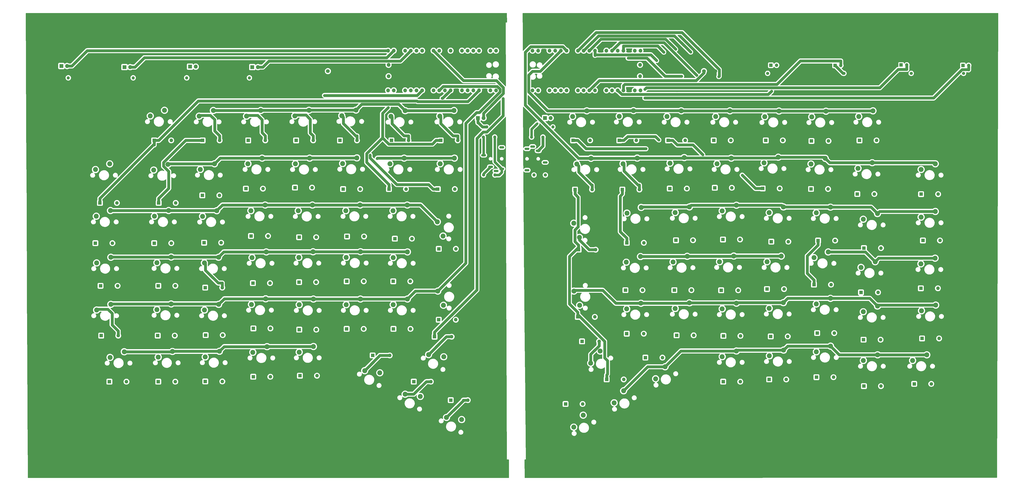
<source format=gbr>
%TF.GenerationSoftware,KiCad,Pcbnew,7.0.1-3b83917a11~172~ubuntu22.04.1*%
%TF.CreationDate,2023-03-31T12:58:08+02:00*%
%TF.ProjectId,Europe-ergo,4575726f-7065-42d6-9572-676f2e6b6963,rev?*%
%TF.SameCoordinates,Original*%
%TF.FileFunction,Copper,L1,Top*%
%TF.FilePolarity,Positive*%
%FSLAX46Y46*%
G04 Gerber Fmt 4.6, Leading zero omitted, Abs format (unit mm)*
G04 Created by KiCad (PCBNEW 7.0.1-3b83917a11~172~ubuntu22.04.1) date 2023-03-31 12:58:08*
%MOMM*%
%LPD*%
G01*
G04 APERTURE LIST*
%TA.AperFunction,ComponentPad*%
%ADD10O,1.100000X2.200000*%
%TD*%
%TA.AperFunction,ComponentPad*%
%ADD11O,2.200000X1.100000*%
%TD*%
%TA.AperFunction,ComponentPad*%
%ADD12R,1.600000X1.600000*%
%TD*%
%TA.AperFunction,ComponentPad*%
%ADD13O,1.600000X1.600000*%
%TD*%
%TA.AperFunction,ComponentPad*%
%ADD14C,7.500000*%
%TD*%
%TA.AperFunction,ComponentPad*%
%ADD15C,2.200000*%
%TD*%
%TA.AperFunction,ComponentPad*%
%ADD16R,1.500000X1.500000*%
%TD*%
%TA.AperFunction,ComponentPad*%
%ADD17O,1.500000X1.500000*%
%TD*%
%TA.AperFunction,ComponentPad*%
%ADD18C,1.400000*%
%TD*%
%TA.AperFunction,ComponentPad*%
%ADD19O,1.400000X1.400000*%
%TD*%
%TA.AperFunction,ComponentPad*%
%ADD20R,1.800000X1.800000*%
%TD*%
%TA.AperFunction,ComponentPad*%
%ADD21O,1.800000X1.800000*%
%TD*%
%TA.AperFunction,ComponentPad*%
%ADD22C,1.700000*%
%TD*%
%TA.AperFunction,ComponentPad*%
%ADD23O,1.700000X1.700000*%
%TD*%
%TA.AperFunction,ComponentPad*%
%ADD24R,1.700000X1.700000*%
%TD*%
%TA.AperFunction,ViaPad*%
%ADD25C,0.800000*%
%TD*%
%TA.AperFunction,Conductor*%
%ADD26C,1.100000*%
%TD*%
%TA.AperFunction,Conductor*%
%ADD27C,1.240000*%
%TD*%
G04 APERTURE END LIST*
D10*
%TO.P,J2,1,Pin_1*%
%TO.N,GNDR*%
X326275000Y-91550000D03*
D11*
%TO.P,J2,2,Pin_2*%
%TO.N,sdaR*%
X322975000Y-88650000D03*
%TO.P,J2,3,Pin_3*%
%TO.N,sclR*%
X326075000Y-93850000D03*
%TO.P,J2,4,Pin_4*%
%TO.N,VCCR*%
X317975000Y-87750000D03*
%TO.P,J2,SH1*%
%TO.N,N/C*%
X317975000Y-97350000D03*
%TO.P,J2,SH2*%
X320475000Y-86750000D03*
%TD*%
D10*
%TO.P,J1,1,Pin_1*%
%TO.N,GNDL*%
X298370000Y-92930000D03*
D11*
%TO.P,J1,2,Pin_2*%
%TO.N,SDA I2C0*%
X301670000Y-95830000D03*
%TO.P,J1,3,Pin_3*%
%TO.N,SCL I2C0*%
X298570000Y-90630000D03*
%TO.P,J1,4,Pin_4*%
%TO.N,VCCL*%
X306670000Y-96730000D03*
%TO.P,J1,SH1*%
%TO.N,N/C*%
X306670000Y-87130000D03*
%TO.P,J1,SH2*%
X304170000Y-97730000D03*
%TD*%
D12*
%TO.P,D85,1,K*%
%TO.N,COL4R*%
X426860000Y-171760000D03*
D13*
%TO.P,D85,2,A*%
%TO.N,Net-(D85-A)*%
X434480000Y-171760000D03*
%TD*%
D12*
%TO.P,D90,1,K*%
%TO.N,COL2*%
X153190000Y-192000000D03*
D13*
%TO.P,D90,2,A*%
%TO.N,Net-(D90-A)*%
X160810000Y-192000000D03*
%TD*%
D12*
%TO.P,D92,1,K*%
%TO.N,COL8*%
X267380000Y-192000000D03*
D13*
%TO.P,D92,2,A*%
%TO.N,Net-(D92-A)*%
X275000000Y-192000000D03*
%TD*%
D14*
%TO.P,H13,1,1*%
%TO.N,GNDL*%
X302750000Y-32600000D03*
%TD*%
D12*
%TO.P,D3,1,K*%
%TO.N,COL3*%
X193400000Y-84000000D03*
D13*
%TO.P,D3,2,A*%
%TO.N,Net-(D3-A)*%
X201020000Y-84000000D03*
%TD*%
D12*
%TO.P,D22,1,K*%
%TO.N,COL4*%
X192360000Y-105600000D03*
D13*
%TO.P,D22,2,A*%
%TO.N,Net-(D22-A)*%
X199980000Y-105600000D03*
%TD*%
D15*
%TO.P,SW41,1*%
%TO.N,ROW3R*%
X338820000Y-121080000D03*
%TO.P,SW41,2*%
%TO.N,Net-(D44-A)*%
X341360000Y-127430000D03*
%TD*%
%TO.P,SW64,1*%
%TO.N,ROW5*%
X158960000Y-157200000D03*
%TO.P,SW64,2*%
%TO.N,Net-(D72-A)*%
X152610000Y-159740000D03*
%TD*%
%TO.P,SW48,1*%
%TO.N,ROW3R*%
X500395000Y-115800000D03*
%TO.P,SW48,2*%
%TO.N,Net-(D46-A)*%
X494045000Y-118340000D03*
%TD*%
D12*
%TO.P,D95,1,K*%
%TO.N,COL8R*%
X353550000Y-191000000D03*
D13*
%TO.P,D95,2,A*%
%TO.N,Net-(D95-A)*%
X361170000Y-191000000D03*
%TD*%
D12*
%TO.P,D94,1,K*%
%TO.N,Arrow-Right*%
X335190000Y-202000000D03*
D13*
%TO.P,D94,2,A*%
%TO.N,Net-(D94-A)*%
X342810000Y-202000000D03*
%TD*%
D14*
%TO.P,H6,1,1*%
%TO.N,GNDR*%
X521000000Y-32600000D03*
%TD*%
D16*
%TO.P,D42,1,K*%
%TO.N,Net-(D42-K)*%
X512730000Y-50440000D03*
D17*
%TO.P,D42,2,A*%
%TO.N,PWM1R*%
X515270000Y-50440000D03*
%TD*%
D15*
%TO.P,SW45,1*%
%TO.N,ROW3R*%
X432540000Y-113800000D03*
%TO.P,SW45,2*%
%TO.N,Net-(D56-A)*%
X426190000Y-116340000D03*
%TD*%
%TO.P,SW76,1*%
%TO.N,ROW5R*%
X411540000Y-156880000D03*
%TO.P,SW76,2*%
%TO.N,Net-(D84-A)*%
X405190000Y-159420000D03*
%TD*%
D12*
%TO.P,D55,1,K*%
%TO.N,COL5R*%
X405520000Y-128360000D03*
D13*
%TO.P,D55,2,A*%
%TO.N,Net-(D55-A)*%
X413140000Y-128360000D03*
%TD*%
D12*
%TO.P,D72,1,K*%
%TO.N,COL2*%
X152960000Y-171380000D03*
D13*
%TO.P,D72,2,A*%
%TO.N,Net-(D72-A)*%
X160580000Y-171380000D03*
%TD*%
D15*
%TO.P,SW83,1*%
%TO.N,ROW6*%
X180540000Y-178420000D03*
%TO.P,SW83,2*%
%TO.N,Net-(D99-A)*%
X174190000Y-180960000D03*
%TD*%
D12*
%TO.P,D44,1,K*%
%TO.N,COL8R*%
X341000000Y-132920000D03*
D13*
%TO.P,D44,2,A*%
%TO.N,Net-(D44-A)*%
X348620000Y-132920000D03*
%TD*%
D15*
%TO.P,SW62,1*%
%TO.N,ROW4R*%
X500295000Y-136720000D03*
%TO.P,SW62,2*%
%TO.N,Net-(D60-A)*%
X493945000Y-139260000D03*
%TD*%
D18*
%TO.P,R2,1*%
%TO.N,GNDL*%
X136920000Y-56000000D03*
D19*
%TO.P,R2,2*%
%TO.N,Net-(D32-K)*%
X142000000Y-56000000D03*
%TD*%
D15*
%TO.P,SW47,1*%
%TO.N,ROW3R*%
X474540000Y-116760000D03*
%TO.P,SW47,2*%
%TO.N,Net-(D45-A)*%
X468190000Y-119300000D03*
%TD*%
D14*
%TO.P,H5,1,1*%
%TO.N,GNDL*%
X100900000Y-228000000D03*
%TD*%
D15*
%TO.P,SW91,1*%
%TO.N,ROW6R*%
X379659700Y-185330600D03*
%TO.P,SW91,2*%
%TO.N,Net-(D96-A)*%
X375430439Y-190705305D03*
%TD*%
%TO.P,SW75,1*%
%TO.N,ROW5R*%
X390540000Y-156720000D03*
%TO.P,SW75,2*%
%TO.N,Net-(D83-A)*%
X384190000Y-159260000D03*
%TD*%
D14*
%TO.P,H1,1,1*%
%TO.N,GNDL*%
X100500000Y-34000000D03*
%TD*%
D18*
%TO.P,R14,1*%
%TO.N,SCL I2C0*%
X298460000Y-82500000D03*
D19*
%TO.P,R14,2*%
%TO.N,VCCL*%
X303540000Y-82500000D03*
%TD*%
D15*
%TO.P,SW40,1*%
%TO.N,ROW3*%
X277920000Y-120460000D03*
%TO.P,SW40,2*%
%TO.N,Net-(D35-A)*%
X280460000Y-126810000D03*
%TD*%
D12*
%TO.P,D34,1,K*%
%TO.N,COL2*%
X151400000Y-130000000D03*
D13*
%TO.P,D34,2,A*%
%TO.N,Net-(D34-A)*%
X159020000Y-130000000D03*
%TD*%
D15*
%TO.P,SW61,1*%
%TO.N,ROW4R*%
X473540000Y-138300000D03*
%TO.P,SW61,2*%
%TO.N,Net-(D59-A)*%
X467190000Y-140840000D03*
%TD*%
D18*
%TO.P,R3,1*%
%TO.N,GNDL*%
X171000000Y-56000000D03*
D19*
%TO.P,R3,2*%
%TO.N,Net-(D36-K)*%
X165920000Y-56000000D03*
%TD*%
D12*
%TO.P,D49,1,K*%
%TO.N,COL3*%
X173690000Y-129800000D03*
D13*
%TO.P,D49,2,A*%
%TO.N,Net-(D49-A)*%
X181310000Y-129800000D03*
%TD*%
D15*
%TO.P,SW13,1*%
%TO.N,ROW1R*%
X451540000Y-70920000D03*
%TO.P,SW13,2*%
%TO.N,Net-(D6-A)*%
X445190000Y-73460000D03*
%TD*%
%TO.P,SW39,1*%
%TO.N,ROW3*%
X264460000Y-112920000D03*
%TO.P,SW39,2*%
%TO.N,Net-(D48-A)*%
X258110000Y-115460000D03*
%TD*%
%TO.P,SW36,1*%
%TO.N,ROW3*%
X200960000Y-112920000D03*
%TO.P,SW36,2*%
%TO.N,Net-(D52-A)*%
X194610000Y-115460000D03*
%TD*%
D14*
%TO.P,H16,1,1*%
%TO.N,GNDR*%
X427400000Y-229450000D03*
%TD*%
D12*
%TO.P,D83,1,K*%
%TO.N,COL6R*%
X384800000Y-171260000D03*
D13*
%TO.P,D83,2,A*%
%TO.N,Net-(D83-A)*%
X392420000Y-171260000D03*
%TD*%
D12*
%TO.P,D102,1,K*%
%TO.N,COL4*%
X195660000Y-189800000D03*
D13*
%TO.P,D102,2,A*%
%TO.N,Net-(D102-A)*%
X203280000Y-189800000D03*
%TD*%
D12*
%TO.P,D5,1,K*%
%TO.N,COL7*%
X279380000Y-84000000D03*
D13*
%TO.P,D5,2,A*%
%TO.N,Net-(D5-A)*%
X287000000Y-84000000D03*
%TD*%
D15*
%TO.P,SW29,1*%
%TO.N,ROW2R*%
X430210000Y-91530000D03*
%TO.P,SW29,2*%
%TO.N,Net-(D29-A)*%
X423860000Y-94070000D03*
%TD*%
D12*
%TO.P,D65,1,K*%
%TO.N,COL4*%
X195510000Y-147900000D03*
D13*
%TO.P,D65,2,A*%
%TO.N,Net-(D65-A)*%
X203130000Y-147900000D03*
%TD*%
D15*
%TO.P,SW58,1*%
%TO.N,ROW4R*%
X410350000Y-135760000D03*
%TO.P,SW58,2*%
%TO.N,Net-(D68-A)*%
X404000000Y-138300000D03*
%TD*%
%TO.P,SW60,1*%
%TO.N,ROW4R*%
X452540000Y-133960000D03*
%TO.P,SW60,2*%
%TO.N,Net-(D70-A)*%
X446190000Y-136500000D03*
%TD*%
D12*
%TO.P,D99,1,K*%
%TO.N,COL3*%
X174200000Y-191900000D03*
D13*
%TO.P,D99,2,A*%
%TO.N,Net-(D99-A)*%
X181820000Y-191900000D03*
%TD*%
D15*
%TO.P,SW84,1*%
%TO.N,ROW6*%
X201820000Y-176320000D03*
%TO.P,SW84,2*%
%TO.N,Net-(D102-A)*%
X195470000Y-178860000D03*
%TD*%
D14*
%TO.P,H2,1,1*%
%TO.N,GNDR*%
X521000000Y-229450000D03*
%TD*%
D15*
%TO.P,SW6,1*%
%TO.N,ROW1*%
X263540000Y-70720000D03*
%TO.P,SW6,2*%
%TO.N,Net-(D4-A)*%
X257190000Y-73260000D03*
%TD*%
D12*
%TO.P,D50,1,K*%
%TO.N,COL7R*%
X362550000Y-129840000D03*
D13*
%TO.P,D50,2,A*%
%TO.N,Net-(D50-A)*%
X370170000Y-129840000D03*
%TD*%
D20*
%TO.P,D38,1,K*%
%TO.N,Net-(D38-K)*%
X296000000Y-74000000D03*
D21*
%TO.P,D38,2,A*%
%TO.N,PWM5*%
X298540000Y-74000000D03*
%TD*%
D15*
%TO.P,SW50,1*%
%TO.N,ROW4*%
X158970000Y-136220000D03*
%TO.P,SW50,2*%
%TO.N,Net-(D58-A)*%
X152620000Y-138760000D03*
%TD*%
D12*
%TO.P,D48,1,K*%
%TO.N,COL7*%
X258920000Y-128000000D03*
D13*
%TO.P,D48,2,A*%
%TO.N,Net-(D48-A)*%
X266540000Y-128000000D03*
%TD*%
D15*
%TO.P,SW46,1*%
%TO.N,ROW3R*%
X453540000Y-113900000D03*
%TO.P,SW46,2*%
%TO.N,Net-(D54-A)*%
X447190000Y-116440000D03*
%TD*%
D12*
%TO.P,D16,1,K*%
%TO.N,COL2*%
X153380000Y-112000000D03*
D13*
%TO.P,D16,2,A*%
%TO.N,Net-(D16-A)*%
X161000000Y-112000000D03*
%TD*%
D12*
%TO.P,D80,1,K*%
%TO.N,COL4*%
X195700000Y-168180000D03*
D13*
%TO.P,D80,2,A*%
%TO.N,Net-(D80-A)*%
X203320000Y-168180000D03*
%TD*%
D18*
%TO.P,R6,1*%
%TO.N,Net-(D39-K)*%
X425470000Y-54000000D03*
D19*
%TO.P,R6,2*%
%TO.N,GNDR*%
X430550000Y-54000000D03*
%TD*%
D15*
%TO.P,SW96,1*%
%TO.N,ROW6R*%
X496610000Y-180000000D03*
%TO.P,SW96,2*%
%TO.N,Net-(D98-A)*%
X490260000Y-182540000D03*
%TD*%
D12*
%TO.P,D93,1,K*%
%TO.N,Arrow-Left*%
X283889600Y-200284700D03*
D13*
%TO.P,D93,2,A*%
%TO.N,Net-(D93-A)*%
X291509600Y-200284700D03*
%TD*%
D12*
%TO.P,D23,1,K*%
%TO.N,COL5*%
X214300000Y-105140000D03*
D13*
%TO.P,D23,2,A*%
%TO.N,Net-(D23-A)*%
X221920000Y-105140000D03*
%TD*%
D15*
%TO.P,SW44,1*%
%TO.N,ROW3R*%
X411540000Y-113020000D03*
%TO.P,SW44,2*%
%TO.N,Net-(D55-A)*%
X405190000Y-115560000D03*
%TD*%
D12*
%TO.P,D18,1,K*%
%TO.N,COL8R*%
X339410000Y-106005000D03*
D13*
%TO.P,D18,2,A*%
%TO.N,Net-(D18-A)*%
X347030000Y-106005000D03*
%TD*%
D15*
%TO.P,SW34,1*%
%TO.N,ROW3*%
X157840000Y-115420000D03*
%TO.P,SW34,2*%
%TO.N,Net-(D34-A)*%
X151490000Y-117960000D03*
%TD*%
%TO.P,SW22,1*%
%TO.N,ROW2*%
X241940000Y-91820000D03*
%TO.P,SW22,2*%
%TO.N,Net-(D24-A)*%
X235590000Y-94360000D03*
%TD*%
%TO.P,SW18,1*%
%TO.N,ROW2*%
X157540000Y-94720000D03*
%TO.P,SW18,2*%
%TO.N,Net-(D16-A)*%
X151190000Y-97260000D03*
%TD*%
D12*
%TO.P,D57,1,K*%
%TO.N,COL1*%
X127410000Y-149100000D03*
D13*
%TO.P,D57,2,A*%
%TO.N,Net-(D57-A)*%
X135030000Y-149100000D03*
%TD*%
D15*
%TO.P,SW80,1*%
%TO.N,ROW5R*%
X500595000Y-157720000D03*
%TO.P,SW80,2*%
%TO.N,Net-(D78-A)*%
X494245000Y-160260000D03*
%TD*%
%TO.P,SW17,1*%
%TO.N,ROW2*%
X131500000Y-94520000D03*
%TO.P,SW17,2*%
%TO.N,Net-(D15-A)*%
X125150000Y-97060000D03*
%TD*%
D12*
%TO.P,D59,1,K*%
%TO.N,COL2R*%
X467190000Y-152040000D03*
D13*
%TO.P,D59,2,A*%
%TO.N,Net-(D59-A)*%
X474810000Y-152040000D03*
%TD*%
D15*
%TO.P,SW2,1*%
%TO.N,ROW1*%
X177800000Y-70620000D03*
%TO.P,SW2,2*%
%TO.N,Net-(D2-A)*%
X171450000Y-73160000D03*
%TD*%
D12*
%TO.P,D62,1,K*%
%TO.N,COL6*%
X237390000Y-147100000D03*
D13*
%TO.P,D62,2,A*%
%TO.N,Net-(D62-A)*%
X245010000Y-147100000D03*
%TD*%
D12*
%TO.P,D88,1,K*%
%TO.N,COL7R*%
X362520000Y-170525000D03*
D13*
%TO.P,D88,2,A*%
%TO.N,Net-(D88-A)*%
X370140000Y-170525000D03*
%TD*%
D15*
%TO.P,SW42,1*%
%TO.N,ROW3R*%
X368970000Y-114000000D03*
%TO.P,SW42,2*%
%TO.N,Net-(D50-A)*%
X362620000Y-116540000D03*
%TD*%
D12*
%TO.P,D47,1,K*%
%TO.N,COL6*%
X237540000Y-127000000D03*
D13*
%TO.P,D47,2,A*%
%TO.N,Net-(D47-A)*%
X245160000Y-127000000D03*
%TD*%
D12*
%TO.P,D15,1,K*%
%TO.N,COL1*%
X127110000Y-112000000D03*
D13*
%TO.P,D15,2,A*%
%TO.N,Net-(D15-A)*%
X134730000Y-112000000D03*
%TD*%
D12*
%TO.P,D71,1,K*%
%TO.N,COL1*%
X127700000Y-171380000D03*
D13*
%TO.P,D71,2,A*%
%TO.N,Net-(D71-A)*%
X135320000Y-171380000D03*
%TD*%
D18*
%TO.P,R8,1*%
%TO.N,Net-(D41-K)*%
X489630000Y-54000000D03*
D19*
%TO.P,R8,2*%
%TO.N,GNDR*%
X484550000Y-54000000D03*
%TD*%
D12*
%TO.P,D52,1,K*%
%TO.N,COL4*%
X194630000Y-126800000D03*
D13*
%TO.P,D52,2,A*%
%TO.N,Net-(D52-A)*%
X202250000Y-126800000D03*
%TD*%
D15*
%TO.P,SW9,1*%
%TO.N,ROW1R*%
X365540000Y-70660000D03*
%TO.P,SW9,2*%
%TO.N,Net-(D9-A)*%
X359190000Y-73200000D03*
%TD*%
D12*
%TO.P,D20,1,K*%
%TO.N,COL1R*%
X494045000Y-108065000D03*
D13*
%TO.P,D20,2,A*%
%TO.N,Net-(D20-A)*%
X501665000Y-108065000D03*
%TD*%
D15*
%TO.P,SW19,1*%
%TO.N,ROW2*%
X178350000Y-94460000D03*
%TO.P,SW19,2*%
%TO.N,Net-(D21-A)*%
X172000000Y-97000000D03*
%TD*%
D14*
%TO.P,H10,1,1*%
%TO.N,GNDR*%
X322000000Y-32650000D03*
%TD*%
D12*
%TO.P,D66,1,K*%
%TO.N,COL7R*%
X361930000Y-151040000D03*
D13*
%TO.P,D66,2,A*%
%TO.N,Net-(D66-A)*%
X369550000Y-151040000D03*
%TD*%
D12*
%TO.P,D67,1,K*%
%TO.N,COL6R*%
X383800000Y-151040000D03*
D13*
%TO.P,D67,2,A*%
%TO.N,Net-(D67-A)*%
X391420000Y-151040000D03*
%TD*%
D12*
%TO.P,D104,1,K*%
%TO.N,COL4R*%
X426170000Y-191000000D03*
D13*
%TO.P,D104,2,A*%
%TO.N,Net-(D104-A)*%
X433790000Y-191000000D03*
%TD*%
D15*
%TO.P,SW70,1*%
%TO.N,ROW5*%
X278100000Y-151460000D03*
%TO.P,SW70,2*%
%TO.N,Net-(D73-A)*%
X280640000Y-157810000D03*
%TD*%
D12*
%TO.P,D73,1,K*%
%TO.N,COL8*%
X278520000Y-164280000D03*
D13*
%TO.P,D73,2,A*%
%TO.N,Net-(D73-A)*%
X286140000Y-164280000D03*
%TD*%
D12*
%TO.P,D86,1,K*%
%TO.N,COL3R*%
X447620000Y-170260000D03*
D13*
%TO.P,D86,2,A*%
%TO.N,Net-(D86-A)*%
X455240000Y-170260000D03*
%TD*%
D15*
%TO.P,SW11,1*%
%TO.N,ROW1R*%
X408620000Y-70780000D03*
%TO.P,SW11,2*%
%TO.N,Net-(D14-A)*%
X402270000Y-73320000D03*
%TD*%
D12*
%TO.P,D28,1,K*%
%TO.N,COL5R*%
X401860000Y-105225000D03*
D13*
%TO.P,D28,2,A*%
%TO.N,Net-(D28-A)*%
X409480000Y-105225000D03*
%TD*%
D18*
%TO.P,R1,1*%
%TO.N,GNDL*%
X107920000Y-56000000D03*
D19*
%TO.P,R1,2*%
%TO.N,Net-(D31-K)*%
X113000000Y-56000000D03*
%TD*%
D15*
%TO.P,SW89,1*%
%TO.N,ROW6R*%
X343069700Y-206990600D03*
%TO.P,SW89,2*%
%TO.N,Net-(D94-A)*%
X338840439Y-212365305D03*
%TD*%
D16*
%TO.P,D40,1,K*%
%TO.N,Net-(D40-K)*%
X455614700Y-50440000D03*
D17*
%TO.P,D40,2,A*%
%TO.N,PWM3R*%
X458154700Y-50440000D03*
%TD*%
D15*
%TO.P,SW94,1*%
%TO.N,ROW6R*%
X453610000Y-176100000D03*
%TO.P,SW94,2*%
%TO.N,Net-(D101-A)*%
X447260000Y-178640000D03*
%TD*%
D12*
%TO.P,D30,1,K*%
%TO.N,COL3R*%
X444860000Y-105740000D03*
D13*
%TO.P,D30,2,A*%
%TO.N,Net-(D30-A)*%
X452480000Y-105740000D03*
%TD*%
D15*
%TO.P,SW1,1*%
%TO.N,ROW1*%
X156000000Y-70520000D03*
%TO.P,SW1,2*%
%TO.N,Net-(D1-A)*%
X149650000Y-73060000D03*
%TD*%
D14*
%TO.P,H8,1,1*%
%TO.N,GNDR*%
X426550000Y-32650000D03*
%TD*%
D15*
%TO.P,SW53,1*%
%TO.N,ROW4*%
X222380000Y-133860000D03*
%TO.P,SW53,2*%
%TO.N,Net-(D61-A)*%
X216030000Y-136400000D03*
%TD*%
%TO.P,SW56,1*%
%TO.N,ROW4R*%
X368670000Y-136000000D03*
%TO.P,SW56,2*%
%TO.N,Net-(D66-A)*%
X362320000Y-138540000D03*
%TD*%
D12*
%TO.P,D60,1,K*%
%TO.N,COL1R*%
X493945000Y-150205000D03*
D13*
%TO.P,D60,2,A*%
%TO.N,Net-(D60-A)*%
X501565000Y-150205000D03*
%TD*%
D15*
%TO.P,SW72,1*%
%TO.N,ROW5R*%
X350659700Y-178330600D03*
%TO.P,SW72,2*%
%TO.N,Net-(D75-A)*%
X346430439Y-183705305D03*
%TD*%
%TO.P,SW78,1*%
%TO.N,ROW5R*%
X453540000Y-154720000D03*
%TO.P,SW78,2*%
%TO.N,Net-(D86-A)*%
X447190000Y-157260000D03*
%TD*%
D12*
%TO.P,D63,1,K*%
%TO.N,COL7*%
X258190000Y-147100000D03*
D13*
%TO.P,D63,2,A*%
%TO.N,Net-(D63-A)*%
X265810000Y-147100000D03*
%TD*%
D12*
%TO.P,D51,1,K*%
%TO.N,COL6R*%
X384520000Y-128700000D03*
D13*
%TO.P,D51,2,A*%
%TO.N,Net-(D51-A)*%
X392140000Y-128700000D03*
%TD*%
D15*
%TO.P,SW77,1*%
%TO.N,ROW5R*%
X432540000Y-156640000D03*
%TO.P,SW77,2*%
%TO.N,Net-(D85-A)*%
X426190000Y-159180000D03*
%TD*%
%TO.P,SW28,1*%
%TO.N,ROW2R*%
X409210000Y-91920000D03*
%TO.P,SW28,2*%
%TO.N,Net-(D28-A)*%
X402860000Y-94460000D03*
%TD*%
D12*
%TO.P,D13,1,K*%
%TO.N,COL5R*%
X381000000Y-84000000D03*
D13*
%TO.P,D13,2,A*%
%TO.N,Net-(D13-A)*%
X388620000Y-84000000D03*
%TD*%
D20*
%TO.P,D32,1,K*%
%TO.N,Net-(D32-K)*%
X138100000Y-51200000D03*
D21*
%TO.P,D32,2,A*%
%TO.N,PWM2*%
X140640000Y-51200000D03*
%TD*%
D15*
%TO.P,SW95,1*%
%TO.N,ROW6R*%
X474610000Y-180000000D03*
%TO.P,SW95,2*%
%TO.N,Net-(D97-A)*%
X468260000Y-182540000D03*
%TD*%
%TO.P,SW3,1*%
%TO.N,ROW1*%
X199000000Y-70620000D03*
%TO.P,SW3,2*%
%TO.N,Net-(D3-A)*%
X192650000Y-73160000D03*
%TD*%
D12*
%TO.P,D78,1,K*%
%TO.N,COL1R*%
X494475000Y-172660000D03*
D13*
%TO.P,D78,2,A*%
%TO.N,Net-(D78-A)*%
X502095000Y-172660000D03*
%TD*%
D12*
%TO.P,D12,1,K*%
%TO.N,COL5*%
X234380000Y-84000000D03*
D13*
%TO.P,D12,2,A*%
%TO.N,Net-(D12-A)*%
X242000000Y-84000000D03*
%TD*%
D12*
%TO.P,D2,1,K*%
%TO.N,COL2*%
X173000000Y-84000000D03*
D13*
%TO.P,D2,2,A*%
%TO.N,Net-(D2-A)*%
X180620000Y-84000000D03*
%TD*%
D15*
%TO.P,SW7,1*%
%TO.N,ROW1*%
X285340000Y-70620000D03*
%TO.P,SW7,2*%
%TO.N,Net-(D5-A)*%
X278990000Y-73160000D03*
%TD*%
%TO.P,SW55,1*%
%TO.N,ROW4*%
X264540000Y-133920000D03*
%TO.P,SW55,2*%
%TO.N,Net-(D63-A)*%
X258190000Y-136460000D03*
%TD*%
D18*
%TO.P,R9,1*%
%TO.N,Net-(D42-K)*%
X513010000Y-54000000D03*
D19*
%TO.P,R9,2*%
%TO.N,GNDR*%
X518090000Y-54000000D03*
%TD*%
D12*
%TO.P,D87,1,K*%
%TO.N,COL7*%
X258280000Y-168380000D03*
D13*
%TO.P,D87,2,A*%
%TO.N,Net-(D87-A)*%
X265900000Y-168380000D03*
%TD*%
D12*
%TO.P,D53,1,K*%
%TO.N,COL5*%
X216140000Y-127340000D03*
D13*
%TO.P,D53,2,A*%
%TO.N,Net-(D53-A)*%
X223760000Y-127340000D03*
%TD*%
D15*
%TO.P,SW57,1*%
%TO.N,ROW4R*%
X389540000Y-135900000D03*
%TO.P,SW57,2*%
%TO.N,Net-(D67-A)*%
X383190000Y-138440000D03*
%TD*%
D18*
%TO.P,R11,1*%
%TO.N,sclR*%
X326170000Y-99500000D03*
D19*
%TO.P,R11,2*%
%TO.N,VCCR*%
X321090000Y-99500000D03*
%TD*%
D14*
%TO.P,H15,1,1*%
%TO.N,GNDL*%
X302200000Y-227800000D03*
%TD*%
%TO.P,H9,1,1*%
%TO.N,GNDL*%
X300900000Y-128800000D03*
%TD*%
D12*
%TO.P,D46,1,K*%
%TO.N,COL1R*%
X494855000Y-128800000D03*
D13*
%TO.P,D46,2,A*%
%TO.N,Net-(D46-A)*%
X502475000Y-128800000D03*
%TD*%
D12*
%TO.P,D4,1,K*%
%TO.N,COL6*%
X257380000Y-84000000D03*
D13*
%TO.P,D4,2,A*%
%TO.N,Net-(D4-A)*%
X265000000Y-84000000D03*
%TD*%
D14*
%TO.P,H7,1,1*%
%TO.N,GNDL*%
X100500000Y-129000000D03*
%TD*%
D12*
%TO.P,D101,1,K*%
%TO.N,COL3R*%
X447290000Y-190000000D03*
D13*
%TO.P,D101,2,A*%
%TO.N,Net-(D101-A)*%
X454910000Y-190000000D03*
%TD*%
D12*
%TO.P,D68,1,K*%
%TO.N,COL5R*%
X404710000Y-151100000D03*
D13*
%TO.P,D68,2,A*%
%TO.N,Net-(D68-A)*%
X412330000Y-151100000D03*
%TD*%
D14*
%TO.P,H4,1,1*%
%TO.N,GNDR*%
X521000000Y-129000000D03*
%TD*%
D12*
%TO.P,D82,1,K*%
%TO.N,COL6*%
X237380000Y-168380000D03*
D13*
%TO.P,D82,2,A*%
%TO.N,Net-(D82-A)*%
X245000000Y-168380000D03*
%TD*%
D15*
%TO.P,SW14,1*%
%TO.N,ROW1R*%
X472540000Y-70760000D03*
%TO.P,SW14,2*%
%TO.N,Net-(D7-A)*%
X466190000Y-73300000D03*
%TD*%
D12*
%TO.P,D19,1,K*%
%TO.N,COL2R*%
X465560000Y-108005000D03*
D13*
%TO.P,D19,2,A*%
%TO.N,Net-(D19-A)*%
X473180000Y-108005000D03*
%TD*%
D15*
%TO.P,SW52,1*%
%TO.N,ROW4*%
X201460000Y-133920000D03*
%TO.P,SW52,2*%
%TO.N,Net-(D65-A)*%
X195110000Y-136460000D03*
%TD*%
D12*
%TO.P,D7,1,K*%
%TO.N,COL1R*%
X466520000Y-84000000D03*
D13*
%TO.P,D7,2,A*%
%TO.N,Net-(D7-A)*%
X474140000Y-84000000D03*
%TD*%
D12*
%TO.P,D69,1,K*%
%TO.N,COL4R*%
X425200000Y-150540000D03*
D13*
%TO.P,D69,2,A*%
%TO.N,Net-(D69-A)*%
X432820000Y-150540000D03*
%TD*%
D12*
%TO.P,D75,1,K*%
%TO.N,Arrow-Right*%
X342560000Y-173970600D03*
D13*
%TO.P,D75,2,A*%
%TO.N,Net-(D75-A)*%
X350180000Y-173970600D03*
%TD*%
D16*
%TO.P,D39,1,K*%
%TO.N,Net-(D39-K)*%
X426914700Y-50340000D03*
D17*
%TO.P,D39,2,A*%
%TO.N,PWM4R*%
X429454700Y-50340000D03*
%TD*%
D15*
%TO.P,SW71,1*%
%TO.N,ROW5*%
X280739700Y-180870600D03*
%TO.P,SW71,2*%
%TO.N,Net-(D74-A)*%
X273970439Y-179895305D03*
%TD*%
%TO.P,SW67,1*%
%TO.N,ROW5*%
X222540000Y-155040000D03*
%TO.P,SW67,2*%
%TO.N,Net-(D81-A)*%
X216190000Y-157580000D03*
%TD*%
%TO.P,SW49,1*%
%TO.N,ROW4*%
X132000000Y-136320000D03*
%TO.P,SW49,2*%
%TO.N,Net-(D57-A)*%
X125650000Y-138860000D03*
%TD*%
%TO.P,SW21,1*%
%TO.N,ROW2*%
X220840000Y-91960000D03*
%TO.P,SW21,2*%
%TO.N,Net-(D23-A)*%
X214490000Y-94500000D03*
%TD*%
%TO.P,SW82,1*%
%TO.N,ROW6*%
X159540000Y-178500000D03*
%TO.P,SW82,2*%
%TO.N,Net-(D90-A)*%
X153190000Y-181040000D03*
%TD*%
D14*
%TO.P,H14,1,1*%
%TO.N,GNDR*%
X324750000Y-228000000D03*
%TD*%
D12*
%TO.P,D77,1,K*%
%TO.N,COL2R*%
X468320000Y-173220000D03*
D13*
%TO.P,D77,2,A*%
%TO.N,Net-(D77-A)*%
X475940000Y-173220000D03*
%TD*%
D12*
%TO.P,D79,1,K*%
%TO.N,COL3*%
X174390000Y-171180000D03*
D13*
%TO.P,D79,2,A*%
%TO.N,Net-(D79-A)*%
X182010000Y-171180000D03*
%TD*%
D15*
%TO.P,SW27,1*%
%TO.N,ROW2R*%
X388210000Y-91660000D03*
%TO.P,SW27,2*%
%TO.N,Net-(D27-A)*%
X381860000Y-94200000D03*
%TD*%
D20*
%TO.P,D31,1,K*%
%TO.N,Net-(D31-K)*%
X109900000Y-50700000D03*
D21*
%TO.P,D31,2,A*%
%TO.N,PWM1*%
X112440000Y-50700000D03*
%TD*%
D18*
%TO.P,R7,1*%
%TO.N,Net-(D40-K)*%
X459550000Y-54000000D03*
D19*
%TO.P,R7,2*%
%TO.N,GNDR*%
X454470000Y-54000000D03*
%TD*%
D12*
%TO.P,D91,1,K*%
%TO.N,COL6*%
X249000000Y-180250000D03*
D13*
%TO.P,D91,2,A*%
%TO.N,Net-(D91-A)*%
X256620000Y-180250000D03*
%TD*%
D18*
%TO.P,R4,1*%
%TO.N,GNDL*%
X199000000Y-56000000D03*
D19*
%TO.P,R4,2*%
%TO.N,Net-(D37-K)*%
X193920000Y-56000000D03*
%TD*%
D12*
%TO.P,D56,1,K*%
%TO.N,COL4R*%
X427100000Y-129340000D03*
D13*
%TO.P,D56,2,A*%
%TO.N,Net-(D56-A)*%
X434720000Y-129340000D03*
%TD*%
D18*
%TO.P,R13,1*%
%TO.N,SDA I2C0*%
X298540000Y-99500000D03*
D19*
%TO.P,R13,2*%
%TO.N,VCCL*%
X303620000Y-99500000D03*
%TD*%
D15*
%TO.P,SW32,1*%
%TO.N,ROW2R*%
X500395000Y-94460000D03*
%TO.P,SW32,2*%
%TO.N,Net-(D20-A)*%
X494045000Y-97000000D03*
%TD*%
%TO.P,SW79,1*%
%TO.N,ROW5R*%
X474540000Y-158180000D03*
%TO.P,SW79,2*%
%TO.N,Net-(D77-A)*%
X468190000Y-160720000D03*
%TD*%
D12*
%TO.P,D89,1,K*%
%TO.N,COL1*%
X131360000Y-192000000D03*
D13*
%TO.P,D89,2,A*%
%TO.N,Net-(D89-A)*%
X138980000Y-192000000D03*
%TD*%
D15*
%TO.P,SW66,1*%
%TO.N,ROW5*%
X201200000Y-154900000D03*
%TO.P,SW66,2*%
%TO.N,Net-(D80-A)*%
X194850000Y-157440000D03*
%TD*%
%TO.P,SW63,1*%
%TO.N,ROW5*%
X132000000Y-157400000D03*
%TO.P,SW63,2*%
%TO.N,Net-(D71-A)*%
X125650000Y-159940000D03*
%TD*%
D18*
%TO.P,R12,1*%
%TO.N,sdaR*%
X325090000Y-82500000D03*
D19*
%TO.P,R12,2*%
%TO.N,VCCR*%
X320010000Y-82500000D03*
%TD*%
D15*
%TO.P,SW90,1*%
%TO.N,ROW6R*%
X361129700Y-196090600D03*
%TO.P,SW90,2*%
%TO.N,Net-(D95-A)*%
X356900439Y-201465305D03*
%TD*%
%TO.P,SW92,1*%
%TO.N,ROW6R*%
X411540000Y-178260000D03*
%TO.P,SW92,2*%
%TO.N,Net-(D103-A)*%
X405190000Y-180800000D03*
%TD*%
D20*
%TO.P,D43,1,K*%
%TO.N,Net-(D43-K)*%
X326000000Y-74000000D03*
D21*
%TO.P,D43,2,A*%
%TO.N,PWM5R*%
X328540000Y-74000000D03*
%TD*%
D15*
%TO.P,SW87,1*%
%TO.N,ROW6*%
X270279700Y-198590600D03*
%TO.P,SW87,2*%
%TO.N,Net-(D92-A)*%
X263510439Y-197615305D03*
%TD*%
D12*
%TO.P,D81,1,K*%
%TO.N,COL5*%
X216190000Y-168720000D03*
D13*
%TO.P,D81,2,A*%
%TO.N,Net-(D81-A)*%
X223810000Y-168720000D03*
%TD*%
D15*
%TO.P,SW4,1*%
%TO.N,ROW1*%
X220540000Y-70520000D03*
%TO.P,SW4,2*%
%TO.N,Net-(D11-A)*%
X214190000Y-73060000D03*
%TD*%
%TO.P,SW37,1*%
%TO.N,ROW3*%
X222080000Y-112960000D03*
%TO.P,SW37,2*%
%TO.N,Net-(D53-A)*%
X215730000Y-115500000D03*
%TD*%
%TO.P,SW33,1*%
%TO.N,ROW3*%
X131860000Y-115420000D03*
%TO.P,SW33,2*%
%TO.N,Net-(D33-A)*%
X125510000Y-117960000D03*
%TD*%
%TO.P,SW51,1*%
%TO.N,ROW4*%
X180150000Y-136320000D03*
%TO.P,SW51,2*%
%TO.N,Net-(D64-A)*%
X173800000Y-138860000D03*
%TD*%
%TO.P,SW5,1*%
%TO.N,ROW1*%
X241540000Y-70420000D03*
%TO.P,SW5,2*%
%TO.N,Net-(D12-A)*%
X235190000Y-72960000D03*
%TD*%
D12*
%TO.P,D14,1,K*%
%TO.N,COL4R*%
X401390000Y-84000000D03*
D13*
%TO.P,D14,2,A*%
%TO.N,Net-(D14-A)*%
X409010000Y-84000000D03*
%TD*%
D12*
%TO.P,D61,1,K*%
%TO.N,COL5*%
X216110000Y-147440000D03*
D13*
%TO.P,D61,2,A*%
%TO.N,Net-(D61-A)*%
X223730000Y-147440000D03*
%TD*%
D15*
%TO.P,SW12,1*%
%TO.N,ROW1R*%
X430540000Y-70860000D03*
%TO.P,SW12,2*%
%TO.N,Net-(D10-A)*%
X424190000Y-73400000D03*
%TD*%
D12*
%TO.P,D96,1,K*%
%TO.N,COL6R*%
X370860000Y-181240000D03*
D13*
%TO.P,D96,2,A*%
%TO.N,Net-(D96-A)*%
X378480000Y-181240000D03*
%TD*%
D12*
%TO.P,D35,1,K*%
%TO.N,COL8*%
X278560000Y-132540000D03*
D13*
%TO.P,D35,2,A*%
%TO.N,Net-(D35-A)*%
X286180000Y-132540000D03*
%TD*%
D14*
%TO.P,H11,1,1*%
%TO.N,GNDL*%
X198400000Y-228000000D03*
%TD*%
D15*
%TO.P,SW31,1*%
%TO.N,ROW2R*%
X472210000Y-94000000D03*
%TO.P,SW31,2*%
%TO.N,Net-(D19-A)*%
X465860000Y-96540000D03*
%TD*%
D12*
%TO.P,D27,1,K*%
%TO.N,COL6R*%
X381760000Y-105565000D03*
D13*
%TO.P,D27,2,A*%
%TO.N,Net-(D27-A)*%
X389380000Y-105565000D03*
%TD*%
D14*
%TO.P,H12,1,1*%
%TO.N,GNDR*%
X323550000Y-128900000D03*
%TD*%
D12*
%TO.P,D45,1,K*%
%TO.N,COL2R*%
X468500000Y-132200000D03*
D13*
%TO.P,D45,2,A*%
%TO.N,Net-(D45-A)*%
X476120000Y-132200000D03*
%TD*%
D15*
%TO.P,SW43,1*%
%TO.N,ROW3R*%
X390540000Y-113760000D03*
%TO.P,SW43,2*%
%TO.N,Net-(D51-A)*%
X384190000Y-116300000D03*
%TD*%
D12*
%TO.P,D33,1,K*%
%TO.N,COL1*%
X125100000Y-130000000D03*
D13*
%TO.P,D33,2,A*%
%TO.N,Net-(D33-A)*%
X132720000Y-130000000D03*
%TD*%
D12*
%TO.P,D100,1,K*%
%TO.N,COL5*%
X216500000Y-189340000D03*
D13*
%TO.P,D100,2,A*%
%TO.N,Net-(D100-A)*%
X224120000Y-189340000D03*
%TD*%
D12*
%TO.P,D11,1,K*%
%TO.N,COL4*%
X214800000Y-84000000D03*
D13*
%TO.P,D11,2,A*%
%TO.N,Net-(D11-A)*%
X222420000Y-84000000D03*
%TD*%
D15*
%TO.P,SW85,1*%
%TO.N,ROW6*%
X222540000Y-176260000D03*
%TO.P,SW85,2*%
%TO.N,Net-(D100-A)*%
X216190000Y-178800000D03*
%TD*%
D12*
%TO.P,D8,1,K*%
%TO.N,COL7R*%
X338550000Y-84000000D03*
D13*
%TO.P,D8,2,A*%
%TO.N,Net-(D8-A)*%
X346170000Y-84000000D03*
%TD*%
D12*
%TO.P,D26,1,K*%
%TO.N,COL7R*%
X360560000Y-106005000D03*
D13*
%TO.P,D26,2,A*%
%TO.N,Net-(D26-A)*%
X368180000Y-106005000D03*
%TD*%
D20*
%TO.P,D37,1,K*%
%TO.N,Net-(D37-K)*%
X195200000Y-51200000D03*
D21*
%TO.P,D37,2,A*%
%TO.N,PWM4*%
X197740000Y-51200000D03*
%TD*%
D15*
%TO.P,SW8,1*%
%TO.N,ROW1R*%
X344670000Y-70760000D03*
%TO.P,SW8,2*%
%TO.N,Net-(D8-A)*%
X338320000Y-73300000D03*
%TD*%
D12*
%TO.P,D17,1,K*%
%TO.N,COL8*%
X278080000Y-105800000D03*
D13*
%TO.P,D17,2,A*%
%TO.N,Net-(D17-A)*%
X285700000Y-105800000D03*
%TD*%
D12*
%TO.P,D9,1,K*%
%TO.N,COL6R*%
X359190000Y-84000000D03*
D13*
%TO.P,D9,2,A*%
%TO.N,Net-(D9-A)*%
X366810000Y-84000000D03*
%TD*%
D15*
%TO.P,SW10,1*%
%TO.N,ROW1R*%
X386880000Y-70760000D03*
%TO.P,SW10,2*%
%TO.N,Net-(D13-A)*%
X380530000Y-73300000D03*
%TD*%
D12*
%TO.P,D64,1,K*%
%TO.N,COL3*%
X174180000Y-149900000D03*
D13*
%TO.P,D64,2,A*%
%TO.N,Net-(D64-A)*%
X181800000Y-149900000D03*
%TD*%
D12*
%TO.P,D97,1,K*%
%TO.N,COL2R*%
X468490000Y-194000000D03*
D13*
%TO.P,D97,2,A*%
%TO.N,Net-(D97-A)*%
X476110000Y-194000000D03*
%TD*%
D15*
%TO.P,SW68,1*%
%TO.N,ROW5*%
X243540000Y-155000000D03*
%TO.P,SW68,2*%
%TO.N,Net-(D82-A)*%
X237190000Y-157540000D03*
%TD*%
%TO.P,SW26,1*%
%TO.N,ROW2R*%
X367210000Y-91900000D03*
%TO.P,SW26,2*%
%TO.N,Net-(D26-A)*%
X360860000Y-94440000D03*
%TD*%
%TO.P,SW24,1*%
%TO.N,ROW2*%
X285540000Y-91920000D03*
%TO.P,SW24,2*%
%TO.N,Net-(D17-A)*%
X279190000Y-94460000D03*
%TD*%
D12*
%TO.P,D70,1,K*%
%TO.N,COL3R*%
X446190000Y-148565000D03*
D13*
%TO.P,D70,2,A*%
%TO.N,Net-(D70-A)*%
X453810000Y-148565000D03*
%TD*%
D12*
%TO.P,D76,1,K*%
%TO.N,COL8R*%
X340640000Y-163000000D03*
D13*
%TO.P,D76,2,A*%
%TO.N,Net-(D76-A)*%
X348260000Y-163000000D03*
%TD*%
D15*
%TO.P,SW38,1*%
%TO.N,ROW3*%
X243380000Y-112920000D03*
%TO.P,SW38,2*%
%TO.N,Net-(D47-A)*%
X237030000Y-115460000D03*
%TD*%
D18*
%TO.P,R5,1*%
%TO.N,GNDL*%
X294920000Y-78000000D03*
D19*
%TO.P,R5,2*%
%TO.N,Net-(D38-K)*%
X300000000Y-78000000D03*
%TD*%
D15*
%TO.P,SW35,1*%
%TO.N,ROW3*%
X179350000Y-115460000D03*
%TO.P,SW35,2*%
%TO.N,Net-(D49-A)*%
X173000000Y-118000000D03*
%TD*%
%TO.P,SW81,1*%
%TO.N,ROW6*%
X138000000Y-178600000D03*
%TO.P,SW81,2*%
%TO.N,Net-(D89-A)*%
X131650000Y-181140000D03*
%TD*%
D14*
%TO.P,H3,1,1*%
%TO.N,GNDL*%
X197600000Y-34100000D03*
%TD*%
D12*
%TO.P,D21,1,K*%
%TO.N,COL3*%
X172900000Y-108600000D03*
D13*
%TO.P,D21,2,A*%
%TO.N,Net-(D21-A)*%
X180520000Y-108600000D03*
%TD*%
D12*
%TO.P,D58,1,K*%
%TO.N,COL2*%
X153220000Y-149100000D03*
D13*
%TO.P,D58,2,A*%
%TO.N,Net-(D58-A)*%
X160840000Y-149100000D03*
%TD*%
D15*
%TO.P,SW20,1*%
%TO.N,ROW2*%
X199620000Y-91920000D03*
%TO.P,SW20,2*%
%TO.N,Net-(D22-A)*%
X193270000Y-94460000D03*
%TD*%
D12*
%TO.P,D103,1,K*%
%TO.N,COL5R*%
X405620000Y-192000000D03*
D13*
%TO.P,D103,2,A*%
%TO.N,Net-(D103-A)*%
X413240000Y-192000000D03*
%TD*%
D15*
%TO.P,SW88,1*%
%TO.N,ROW6*%
X288769300Y-208975300D03*
%TO.P,SW88,2*%
%TO.N,Net-(D93-A)*%
X282000039Y-208000005D03*
%TD*%
D12*
%TO.P,D98,1,K*%
%TO.N,COL1R*%
X490970000Y-193000000D03*
D13*
%TO.P,D98,2,A*%
%TO.N,Net-(D98-A)*%
X498590000Y-193000000D03*
%TD*%
D15*
%TO.P,SW86,1*%
%TO.N,ROW6*%
X252199700Y-188040600D03*
%TO.P,SW86,2*%
%TO.N,Net-(D91-A)*%
X245430439Y-187065305D03*
%TD*%
%TO.P,SW23,1*%
%TO.N,ROW2*%
X263040000Y-91920000D03*
%TO.P,SW23,2*%
%TO.N,Net-(D25-A)*%
X256690000Y-94460000D03*
%TD*%
%TO.P,SW73,1*%
%TO.N,ROW5R*%
X338920000Y-151460000D03*
%TO.P,SW73,2*%
%TO.N,Net-(D76-A)*%
X341460000Y-157810000D03*
%TD*%
%TO.P,SW54,1*%
%TO.N,ROW4*%
X243560000Y-133820000D03*
%TO.P,SW54,2*%
%TO.N,Net-(D62-A)*%
X237210000Y-136360000D03*
%TD*%
%TO.P,SW69,1*%
%TO.N,ROW5*%
X264540000Y-155000000D03*
%TO.P,SW69,2*%
%TO.N,Net-(D87-A)*%
X258190000Y-157540000D03*
%TD*%
D12*
%TO.P,D54,1,K*%
%TO.N,COL3R*%
X448020000Y-128840000D03*
D13*
%TO.P,D54,2,A*%
%TO.N,Net-(D54-A)*%
X455640000Y-128840000D03*
%TD*%
D12*
%TO.P,D10,1,K*%
%TO.N,COL3R*%
X424650000Y-84000000D03*
D13*
%TO.P,D10,2,A*%
%TO.N,Net-(D10-A)*%
X432270000Y-84000000D03*
%TD*%
D15*
%TO.P,SW74,1*%
%TO.N,ROW5R*%
X368870000Y-156920000D03*
%TO.P,SW74,2*%
%TO.N,Net-(D88-A)*%
X362520000Y-159460000D03*
%TD*%
D12*
%TO.P,D29,1,K*%
%TO.N,COL4R*%
X423260000Y-105505000D03*
D13*
%TO.P,D29,2,A*%
%TO.N,Net-(D29-A)*%
X430880000Y-105505000D03*
%TD*%
D12*
%TO.P,D25,1,K*%
%TO.N,COL7*%
X256280000Y-105800000D03*
D13*
%TO.P,D25,2,A*%
%TO.N,Net-(D25-A)*%
X263900000Y-105800000D03*
%TD*%
D15*
%TO.P,SW93,1*%
%TO.N,ROW6R*%
X432610000Y-177900000D03*
%TO.P,SW93,2*%
%TO.N,Net-(D104-A)*%
X426260000Y-180440000D03*
%TD*%
D12*
%TO.P,D1,1,K*%
%TO.N,COL1*%
X151380000Y-84000000D03*
D13*
%TO.P,D1,2,A*%
%TO.N,Net-(D1-A)*%
X159000000Y-84000000D03*
%TD*%
D12*
%TO.P,D24,1,K*%
%TO.N,COL6*%
X235800000Y-105800000D03*
D13*
%TO.P,D24,2,A*%
%TO.N,Net-(D24-A)*%
X243420000Y-105800000D03*
%TD*%
D15*
%TO.P,SW65,1*%
%TO.N,ROW5*%
X180200000Y-157400000D03*
%TO.P,SW65,2*%
%TO.N,Net-(D79-A)*%
X173850000Y-159940000D03*
%TD*%
D12*
%TO.P,D6,1,K*%
%TO.N,COL2R*%
X445050000Y-84260000D03*
D13*
%TO.P,D6,2,A*%
%TO.N,Net-(D6-A)*%
X452670000Y-84260000D03*
%TD*%
D12*
%TO.P,D74,1,K*%
%TO.N,Arrow-Left*%
X276660000Y-171880000D03*
D13*
%TO.P,D74,2,A*%
%TO.N,Net-(D74-A)*%
X284280000Y-171880000D03*
%TD*%
D20*
%TO.P,D36,1,K*%
%TO.N,Net-(D36-K)*%
X167400000Y-51000000D03*
D21*
%TO.P,D36,2,A*%
%TO.N,PWM3*%
X169940000Y-51000000D03*
%TD*%
D15*
%TO.P,SW30,1*%
%TO.N,ROW2R*%
X451210000Y-92000000D03*
%TO.P,SW30,2*%
%TO.N,Net-(D30-A)*%
X444860000Y-94540000D03*
%TD*%
D16*
%TO.P,D41,1,K*%
%TO.N,Net-(D41-K)*%
X485114700Y-50240000D03*
D17*
%TO.P,D41,2,A*%
%TO.N,PWM2R*%
X487654700Y-50240000D03*
%TD*%
D12*
%TO.P,D84,1,K*%
%TO.N,COL5R*%
X405720000Y-171520000D03*
D13*
%TO.P,D84,2,A*%
%TO.N,Net-(D84-A)*%
X413340000Y-171520000D03*
%TD*%
D15*
%TO.P,SW59,1*%
%TO.N,ROW4R*%
X431540000Y-135800000D03*
%TO.P,SW59,2*%
%TO.N,Net-(D69-A)*%
X425190000Y-138340000D03*
%TD*%
D18*
%TO.P,R10,1*%
%TO.N,GNDR*%
X324460000Y-78000000D03*
D19*
%TO.P,R10,2*%
%TO.N,Net-(D43-K)*%
X329540000Y-78000000D03*
%TD*%
D15*
%TO.P,SW25,1*%
%TO.N,ROW2R*%
X346540000Y-92000000D03*
%TO.P,SW25,2*%
%TO.N,Net-(D18-A)*%
X340190000Y-94540000D03*
%TD*%
D22*
%TO.P,SW16,1,1*%
%TO.N,/RUN*%
X397010000Y-53000000D03*
%TO.P,SW16,2,2*%
%TO.N,GNDR*%
X402090000Y-53000000D03*
%TD*%
D23*
%TO.P,U1,1,GPIO0*%
%TO.N,SDA I2C0*%
X304130000Y-61615000D03*
%TO.P,U1,2,GPIO1*%
%TO.N,SCL I2C0*%
X301590000Y-61615000D03*
D24*
%TO.P,U1,3,GND*%
%TO.N,GNDL*%
X299050000Y-61615000D03*
D23*
%TO.P,U1,4,GPIO2*%
%TO.N,COL1*%
X296510000Y-61615000D03*
%TO.P,U1,5,GPIO3*%
%TO.N,COL2*%
X293970000Y-61615000D03*
%TO.P,U1,6,GPIO4*%
%TO.N,ROW1*%
X291430000Y-61615000D03*
%TO.P,U1,7,GPIO5*%
%TO.N,ROW2*%
X288890000Y-61615000D03*
D24*
%TO.P,U1,8,GND*%
%TO.N,GNDL*%
X286350000Y-61615000D03*
D23*
%TO.P,U1,9,GPIO6*%
%TO.N,ROW3*%
X283810000Y-61615000D03*
%TO.P,U1,10,GPIO7*%
%TO.N,ROW4*%
X281270000Y-61615000D03*
%TO.P,U1,11,GPIO8*%
%TO.N,ROW5*%
X278730000Y-61615000D03*
%TO.P,U1,12,GPIO9*%
%TO.N,ROW6*%
X276190000Y-61615000D03*
D24*
%TO.P,U1,13,GND*%
%TO.N,GNDL*%
X273650000Y-61615000D03*
D23*
%TO.P,U1,14,GPIO10*%
%TO.N,COL3*%
X271110000Y-61615000D03*
%TO.P,U1,15,GPIO11*%
%TO.N,COL4*%
X268570000Y-61615000D03*
%TO.P,U1,16,GPIO12*%
%TO.N,COL5*%
X266030000Y-61615000D03*
%TO.P,U1,17,GPIO13*%
%TO.N,COL6*%
X263490000Y-61615000D03*
D24*
%TO.P,U1,18,GND*%
%TO.N,GNDL*%
X260950000Y-61615000D03*
D23*
%TO.P,U1,19,GPIO14*%
%TO.N,COL7*%
X258410000Y-61615000D03*
%TO.P,U1,20,GPIO15*%
%TO.N,COL8*%
X255870000Y-61615000D03*
%TO.P,U1,21,GPIO16*%
%TO.N,PWM1*%
X255870000Y-43835000D03*
%TO.P,U1,22,GPIO17*%
%TO.N,PWM2*%
X258410000Y-43835000D03*
D24*
%TO.P,U1,23,GND*%
%TO.N,GNDL*%
X260950000Y-43835000D03*
D23*
%TO.P,U1,24,GPIO18*%
%TO.N,PWM3*%
X263490000Y-43835000D03*
%TO.P,U1,25,GPIO19*%
%TO.N,PWM4*%
X266030000Y-43835000D03*
%TO.P,U1,26,GPIO20*%
%TO.N,Arrow-Left*%
X268570000Y-43835000D03*
%TO.P,U1,27,GPIO21*%
%TO.N,unconnected-(U1-GPIO21-Pad27)*%
X271110000Y-43835000D03*
D24*
%TO.P,U1,28,GND*%
%TO.N,GNDL*%
X273650000Y-43835000D03*
D23*
%TO.P,U1,29,GPIO22*%
%TO.N,PWM5*%
X276190000Y-43835000D03*
%TO.P,U1,30,RUN*%
%TO.N,Net-(U1-RUN)*%
X278730000Y-43835000D03*
%TO.P,U1,31,GPIO26_ADC0*%
%TO.N,GNDL*%
X281270000Y-43835000D03*
%TO.P,U1,32,GPIO27_ADC1*%
%TO.N,unconnected-(U1-GPIO27_ADC1-Pad32)*%
X283810000Y-43835000D03*
D24*
%TO.P,U1,33,AGND*%
%TO.N,GNDL*%
X286350000Y-43835000D03*
D23*
%TO.P,U1,34,GPIO28_ADC2*%
%TO.N,unconnected-(U1-GPIO28_ADC2-Pad34)*%
X288890000Y-43835000D03*
%TO.P,U1,35,ADC_VREF*%
%TO.N,unconnected-(U1-ADC_VREF-Pad35)*%
X291430000Y-43835000D03*
%TO.P,U1,36,3V3*%
%TO.N,unconnected-(U1-3V3-Pad36)*%
X293970000Y-43835000D03*
%TO.P,U1,37,3V3_EN*%
%TO.N,unconnected-(U1-3V3_EN-Pad37)*%
X296510000Y-43835000D03*
D24*
%TO.P,U1,38,GND*%
%TO.N,GNDL*%
X299050000Y-43835000D03*
D23*
%TO.P,U1,39,VSYS*%
%TO.N,unconnected-(U1-VSYS-Pad39)*%
X301590000Y-43835000D03*
%TO.P,U1,40,VBUS*%
%TO.N,VCCL*%
X304130000Y-43835000D03*
%TO.P,U1,41,SWCLK*%
%TO.N,unconnected-(U1-SWCLK-Pad41)*%
X256100000Y-55265000D03*
D24*
%TO.P,U1,42,GND*%
%TO.N,GNDL*%
X256100000Y-52725000D03*
D23*
%TO.P,U1,43,SWDIO*%
%TO.N,unconnected-(U1-SWDIO-Pad43)*%
X256100000Y-50185000D03*
%TD*%
%TO.P,U2,1,GPIO0*%
%TO.N,sdaR*%
X320420000Y-43835000D03*
%TO.P,U2,2,GPIO1*%
%TO.N,sclR*%
X322960000Y-43835000D03*
D24*
%TO.P,U2,3,GND*%
%TO.N,GNDR*%
X325500000Y-43835000D03*
D23*
%TO.P,U2,4,GPIO2*%
%TO.N,COL1R*%
X328040000Y-43835000D03*
%TO.P,U2,5,GPIO3*%
%TO.N,COL2R*%
X330580000Y-43835000D03*
%TO.P,U2,6,GPIO4*%
%TO.N,ROW1R*%
X333120000Y-43835000D03*
%TO.P,U2,7,GPIO5*%
%TO.N,ROW2R*%
X335660000Y-43835000D03*
D24*
%TO.P,U2,8,GND*%
%TO.N,GNDR*%
X338200000Y-43835000D03*
D23*
%TO.P,U2,9,GPIO6*%
%TO.N,ROW3R*%
X340740000Y-43835000D03*
%TO.P,U2,10,GPIO7*%
%TO.N,ROW4R*%
X343280000Y-43835000D03*
%TO.P,U2,11,GPIO8*%
%TO.N,ROW5R*%
X345820000Y-43835000D03*
%TO.P,U2,12,GPIO9*%
%TO.N,ROW6R*%
X348360000Y-43835000D03*
D24*
%TO.P,U2,13,GND*%
%TO.N,GNDR*%
X350900000Y-43835000D03*
D23*
%TO.P,U2,14,GPIO10*%
%TO.N,COL3R*%
X353440000Y-43835000D03*
%TO.P,U2,15,GPIO11*%
%TO.N,COL4R*%
X355980000Y-43835000D03*
%TO.P,U2,16,GPIO12*%
%TO.N,COL5R*%
X358520000Y-43835000D03*
%TO.P,U2,17,GPIO13*%
%TO.N,COL6R*%
X361060000Y-43835000D03*
D24*
%TO.P,U2,18,GND*%
%TO.N,GNDR*%
X363600000Y-43835000D03*
D23*
%TO.P,U2,19,GPIO14*%
%TO.N,COL7R*%
X366140000Y-43835000D03*
%TO.P,U2,20,GPIO15*%
%TO.N,COL8R*%
X368680000Y-43835000D03*
%TO.P,U2,21,GPIO16*%
%TO.N,PWM1R*%
X368680000Y-61615000D03*
%TO.P,U2,22,GPIO17*%
%TO.N,PWM2R*%
X366140000Y-61615000D03*
D24*
%TO.P,U2,23,GND*%
%TO.N,GNDR*%
X363600000Y-61615000D03*
D23*
%TO.P,U2,24,GPIO18*%
%TO.N,PWM3R*%
X361060000Y-61615000D03*
%TO.P,U2,25,GPIO19*%
%TO.N,PWM4R*%
X358520000Y-61615000D03*
%TO.P,U2,26,GPIO20*%
%TO.N,Arrow-Right*%
X355980000Y-61615000D03*
%TO.P,U2,27,GPIO21*%
%TO.N,unconnected-(U2-GPIO21-Pad27)*%
X353440000Y-61615000D03*
D24*
%TO.P,U2,28,GND*%
%TO.N,GNDR*%
X350900000Y-61615000D03*
D23*
%TO.P,U2,29,GPIO22*%
%TO.N,PWM5R*%
X348360000Y-61615000D03*
%TO.P,U2,30,RUN*%
%TO.N,/RUN*%
X345820000Y-61615000D03*
%TO.P,U2,31,GPIO26_ADC0*%
%TO.N,unconnected-(U2-GPIO26_ADC0-Pad31)*%
X343280000Y-61615000D03*
%TO.P,U2,32,GPIO27_ADC1*%
%TO.N,unconnected-(U2-GPIO27_ADC1-Pad32)*%
X340740000Y-61615000D03*
D24*
%TO.P,U2,33,AGND*%
%TO.N,GNDR*%
X338200000Y-61615000D03*
D23*
%TO.P,U2,34,GPIO28_ADC2*%
%TO.N,unconnected-(U2-GPIO28_ADC2-Pad34)*%
X335660000Y-61615000D03*
%TO.P,U2,35,ADC_VREF*%
%TO.N,unconnected-(U2-ADC_VREF-Pad35)*%
X333120000Y-61615000D03*
%TO.P,U2,36,3V3*%
%TO.N,unconnected-(U2-3V3-Pad36)*%
X330580000Y-61615000D03*
%TO.P,U2,37,3V3_EN*%
%TO.N,unconnected-(U2-3V3_EN-Pad37)*%
X328040000Y-61615000D03*
D24*
%TO.P,U2,38,GND*%
%TO.N,GNDR*%
X325500000Y-61615000D03*
D23*
%TO.P,U2,39,VSYS*%
%TO.N,unconnected-(U2-VSYS-Pad39)*%
X322960000Y-61615000D03*
%TO.P,U2,40,VBUS*%
%TO.N,VCCR*%
X320420000Y-61615000D03*
%TO.P,U2,41,SWCLK*%
%TO.N,unconnected-(U2-SWCLK-Pad41)*%
X368450000Y-50185000D03*
D24*
%TO.P,U2,42,GND*%
%TO.N,GNDR*%
X368450000Y-52725000D03*
D23*
%TO.P,U2,43,SWDIO*%
%TO.N,unconnected-(U2-SWDIO-Pad43)*%
X368450000Y-55265000D03*
%TD*%
D22*
%TO.P,SW15,1,1*%
%TO.N,Net-(U1-RUN)*%
X229000000Y-53000000D03*
%TO.P,SW15,2,2*%
%TO.N,GNDL*%
X223920000Y-53000000D03*
%TD*%
D25*
%TO.N,VCCR*%
X322480000Y-76480000D03*
%TO.N,COL4R*%
X393765100Y-54868700D03*
X414097400Y-99542500D03*
%TO.N,COL5R*%
X363130500Y-47191400D03*
X387062100Y-55295600D03*
X396479000Y-90376100D03*
%TO.N,COL6R*%
X376875500Y-83814100D03*
X379084900Y-44493100D03*
%TO.N,COL7R*%
X371107700Y-87746200D03*
%TO.N,PWM4R*%
X427227600Y-61935200D03*
%TO.N,PWM2R*%
X370605200Y-61163800D03*
%TO.N,PWM1R*%
X370605200Y-65056900D03*
%TO.N,Arrow-Left*%
X307312300Y-65304900D03*
%TO.N,COL8*%
X247853400Y-90596900D03*
%TO.N,COL7*%
X255965600Y-69319500D03*
%TO.N,COL3*%
X227453800Y-63889000D03*
%TO.N,ROW2*%
X250979200Y-92101600D03*
%TO.N,ROW3*%
X280037900Y-65119300D03*
%TO.N,ROW3R*%
X403665700Y-55445100D03*
%TO.N,ROW5R*%
X384382100Y-43212800D03*
%TO.N,ROW4R*%
X391080300Y-44463600D03*
%TO.N,ROW6R*%
X375870100Y-48261000D03*
%TO.N,GNDR*%
X392000000Y-144000000D03*
X325000000Y-91000000D03*
X385000000Y-62000000D03*
X371000000Y-95000000D03*
X430000000Y-67000000D03*
X382000000Y-51000000D03*
X421000000Y-73000000D03*
%TO.N,GNDL*%
X229000000Y-86000000D03*
X279000000Y-179000000D03*
X272000000Y-187000000D03*
X249000000Y-128000000D03*
X300000000Y-76000000D03*
%TD*%
D26*
%TO.N,VCCL*%
X303620000Y-99500000D02*
X305500000Y-99500000D01*
X305500000Y-99500000D02*
X306670000Y-98330000D01*
X306670000Y-98330000D02*
X306670000Y-96730000D01*
%TO.N,VCCR*%
X322480000Y-76480000D02*
X320010000Y-78950000D01*
X320010000Y-78950000D02*
X320010000Y-82500000D01*
D27*
%TO.N,ROW2R*%
X335660000Y-43835000D02*
X333924800Y-42099800D01*
X333924800Y-42099800D02*
X319643100Y-42099800D01*
X319643100Y-42099800D02*
X317192100Y-44550800D01*
X317192100Y-44550800D02*
X317192100Y-68192100D01*
X341000000Y-92000000D02*
X346540000Y-92000000D01*
X317192100Y-68192100D02*
X341000000Y-92000000D01*
%TO.N,sdaR*%
X325090000Y-82500000D02*
X325090000Y-86535000D01*
X325090000Y-86535000D02*
X322975000Y-88650000D01*
D26*
%TO.N,SDA I2C0*%
X298540000Y-99500000D02*
X298540000Y-98960000D01*
X298540000Y-98960000D02*
X301670000Y-95830000D01*
%TO.N,SCL I2C0*%
X298570000Y-90630000D02*
X298570000Y-82610000D01*
X298570000Y-82610000D02*
X298460000Y-82500000D01*
%TO.N,VCCL*%
X306670000Y-96730000D02*
X303540000Y-93600000D01*
X303540000Y-93600000D02*
X303540000Y-82500000D01*
D27*
%TO.N,Net-(D2-A)*%
X178375000Y-79710000D02*
X180620000Y-81955000D01*
X171836200Y-72773800D02*
X176446800Y-72773800D01*
X180620000Y-84000000D02*
X180620000Y-81955000D01*
X171450000Y-73160000D02*
X171836200Y-72773800D01*
X176446800Y-72773800D02*
X178375000Y-74702000D01*
X178375000Y-74702000D02*
X178375000Y-79710000D01*
%TO.N,Net-(D3-A)*%
X192986100Y-72823900D02*
X197670600Y-72823900D01*
X201020000Y-84000000D02*
X201020000Y-81955000D01*
X197670600Y-72823900D02*
X199575000Y-74728300D01*
X199575000Y-80510000D02*
X201020000Y-81955000D01*
X192650000Y-73160000D02*
X192986100Y-72823900D01*
X199575000Y-74728300D02*
X199575000Y-80510000D01*
%TO.N,Net-(D4-A)*%
X257646900Y-73716900D02*
X257646900Y-76572000D01*
X265000000Y-84000000D02*
X265000000Y-81955000D01*
X257646900Y-76572000D02*
X263029900Y-81955000D01*
X263029900Y-81955000D02*
X265000000Y-81955000D01*
X257190000Y-73260000D02*
X257646900Y-73716900D01*
%TO.N,Net-(D5-A)*%
X284955000Y-81955000D02*
X287000000Y-81955000D01*
X279446900Y-76446900D02*
X284955000Y-81955000D01*
X287000000Y-84000000D02*
X287000000Y-81955000D01*
X278990000Y-73160000D02*
X279446900Y-73616900D01*
X279446900Y-73616900D02*
X279446900Y-76446900D01*
%TO.N,Net-(D11-A)*%
X221115000Y-80650000D02*
X222420000Y-81955000D01*
X214576200Y-72673800D02*
X219186800Y-72673800D01*
X222420000Y-84000000D02*
X222420000Y-81955000D01*
X219186800Y-72673800D02*
X221115000Y-74602000D01*
X214190000Y-73060000D02*
X214576200Y-72673800D01*
X221115000Y-74602000D02*
X221115000Y-80650000D01*
%TO.N,Net-(D12-A)*%
X242000000Y-84000000D02*
X242000000Y-81955000D01*
X235885000Y-76475500D02*
X241364500Y-81955000D01*
X241364500Y-81955000D02*
X242000000Y-81955000D01*
X235190000Y-72960000D02*
X235885000Y-73655000D01*
X235885000Y-73655000D02*
X235885000Y-76475500D01*
%TO.N,COL3R*%
X448020000Y-128840000D02*
X448020000Y-130885000D01*
X448020000Y-130885000D02*
X443177200Y-135727800D01*
X443177200Y-143507200D02*
X446190000Y-146520000D01*
X443177200Y-135727800D02*
X443177200Y-143507200D01*
X446190000Y-148565000D02*
X446190000Y-146520000D01*
%TO.N,Net-(D18-A)*%
X347030000Y-106005000D02*
X347030000Y-103960000D01*
X346818200Y-103960000D02*
X347030000Y-103960000D01*
X341080200Y-98222000D02*
X346818200Y-103960000D01*
X340190000Y-94540000D02*
X341080200Y-95430200D01*
X341080200Y-95430200D02*
X341080200Y-98222000D01*
%TO.N,COL4R*%
X423260000Y-105505000D02*
X420059900Y-105505000D01*
X355980000Y-43835000D02*
X359573300Y-40241700D01*
X420059900Y-105505000D02*
X414097400Y-99542500D01*
X379138100Y-40241700D02*
X393765100Y-54868700D01*
X359573300Y-40241700D02*
X379138100Y-40241700D01*
%TO.N,COL5R*%
X371558300Y-47191400D02*
X379662500Y-55295600D01*
X381000000Y-84000000D02*
X383045000Y-84000000D01*
X392147900Y-86045000D02*
X396479000Y-90376100D01*
X385090000Y-86045000D02*
X392147900Y-86045000D01*
X379662500Y-55295600D02*
X387062100Y-55295600D01*
X363130500Y-47191400D02*
X371558300Y-47191400D01*
X383045000Y-84000000D02*
X385090000Y-86045000D01*
%TO.N,Net-(D26-A)*%
X368180000Y-106005000D02*
X368180000Y-103960000D01*
X360860000Y-94440000D02*
X361316900Y-94896900D01*
X361316900Y-97732400D02*
X367544500Y-103960000D01*
X361316900Y-94896900D02*
X361316900Y-97732400D01*
X367544500Y-103960000D02*
X368180000Y-103960000D01*
%TO.N,COL6R*%
X362958900Y-82276100D02*
X375337500Y-82276100D01*
X361060000Y-41740000D02*
X376331800Y-41740000D01*
X375337500Y-82276100D02*
X376875500Y-83814100D01*
X361060000Y-43835000D02*
X361060000Y-41740000D01*
X376331800Y-41740000D02*
X379084900Y-44493100D01*
X361235000Y-84000000D02*
X362958900Y-82276100D01*
X359190000Y-84000000D02*
X361235000Y-84000000D01*
%TO.N,COL7R*%
X362550000Y-127795000D02*
X359625200Y-124870200D01*
X344341200Y-87746200D02*
X340595000Y-84000000D01*
X371107700Y-87746200D02*
X344341200Y-87746200D01*
X360560000Y-106005000D02*
X360560000Y-108050000D01*
X359625200Y-124870200D02*
X359625200Y-108984800D01*
X359625200Y-108984800D02*
X360560000Y-108050000D01*
X338550000Y-84000000D02*
X340595000Y-84000000D01*
X362550000Y-129840000D02*
X362550000Y-127795000D01*
%TO.N,Net-(D38-K)*%
X300000000Y-78000000D02*
X298055000Y-78000000D01*
X296000000Y-74000000D02*
X296000000Y-76145000D01*
X298055000Y-78000000D02*
X296200000Y-76145000D01*
X296200000Y-76145000D02*
X296000000Y-76145000D01*
%TO.N,Net-(D40-K)*%
X459174700Y-54000000D02*
X455614700Y-50440000D01*
X459550000Y-54000000D02*
X459174700Y-54000000D01*
%TO.N,COL8R*%
X340790200Y-122670700D02*
X340790200Y-109430200D01*
X339410000Y-106005000D02*
X339410000Y-108050000D01*
X336912600Y-157227600D02*
X340640000Y-160955000D01*
X341000000Y-132920000D02*
X341000000Y-131897500D01*
X340640000Y-163000000D02*
X340640000Y-161977500D01*
X340640000Y-161977500D02*
X352650800Y-173988300D01*
X353904600Y-188600400D02*
X353550000Y-188955000D01*
X352650800Y-173988300D02*
X352650800Y-181367800D01*
X340640000Y-161977500D02*
X340640000Y-160955000D01*
X352650800Y-181367800D02*
X353904600Y-182621600D01*
X353550000Y-191000000D02*
X353550000Y-188955000D01*
X336912600Y-135984900D02*
X336912600Y-157227600D01*
X340790200Y-109430200D02*
X339410000Y-108050000D01*
X353904600Y-182621600D02*
X353904600Y-188600400D01*
X339375900Y-129250900D02*
X339375900Y-124085000D01*
X341000000Y-130875000D02*
X339375900Y-129250900D01*
X341000000Y-131897500D02*
X336912600Y-135984900D01*
X341000000Y-131897500D02*
X341000000Y-130875000D01*
X339375900Y-124085000D02*
X340790200Y-122670700D01*
%TO.N,Net-(D44-A)*%
X345687300Y-132920000D02*
X348620000Y-132920000D01*
X341360000Y-127430000D02*
X341360000Y-128592700D01*
X341360000Y-128592700D02*
X345687300Y-132920000D01*
%TO.N,PWM4R*%
X425747000Y-63415800D02*
X427227600Y-61935200D01*
X358520000Y-61615000D02*
X360320800Y-63415800D01*
X360320800Y-63415800D02*
X425747000Y-63415800D01*
%TO.N,PWM3R*%
X458154700Y-50440000D02*
X458154700Y-48445000D01*
X361060000Y-61615000D02*
X361060000Y-59520000D01*
X361625000Y-58955000D02*
X361060000Y-59520000D01*
X429592100Y-58955000D02*
X361625000Y-58955000D01*
X440102100Y-48445000D02*
X429592100Y-58955000D01*
X458154700Y-48445000D02*
X440102100Y-48445000D01*
%TO.N,PWM2R*%
X487654700Y-50240000D02*
X487654700Y-52235000D01*
X487654700Y-52235000D02*
X483771700Y-52235000D01*
X483771700Y-52235000D02*
X475561600Y-60445100D01*
X475561600Y-60445100D02*
X371323900Y-60445100D01*
X371323900Y-60445100D02*
X370605200Y-61163800D01*
%TO.N,PWM1R*%
X515176300Y-52341300D02*
X515270000Y-52435000D01*
X512325500Y-52341300D02*
X515176300Y-52341300D01*
X515270000Y-50440000D02*
X515270000Y-52435000D01*
X370605200Y-65056900D02*
X499609900Y-65056900D01*
X499609900Y-65056900D02*
X512325500Y-52341300D01*
%TO.N,PWM4*%
X202620100Y-48464900D02*
X199885000Y-51200000D01*
X261400100Y-48464900D02*
X202620100Y-48464900D01*
X266030000Y-43835000D02*
X261400100Y-48464900D01*
X197740000Y-51200000D02*
X199885000Y-51200000D01*
%TO.N,PWM2*%
X147010200Y-46974800D02*
X142785000Y-51200000D01*
X258410000Y-43835000D02*
X255270200Y-46974800D01*
X140640000Y-51200000D02*
X142785000Y-51200000D01*
X255270200Y-46974800D02*
X147010200Y-46974800D01*
%TO.N,PWM1*%
X114585000Y-50700000D02*
X121450000Y-43835000D01*
X121450000Y-43835000D02*
X253775000Y-43835000D01*
X112440000Y-50700000D02*
X114585000Y-50700000D01*
X255870000Y-43835000D02*
X253775000Y-43835000D01*
%TO.N,Arrow-Left*%
X276660000Y-171880000D02*
X276660000Y-169835000D01*
X307312300Y-65304900D02*
X307312300Y-72977300D01*
X295562300Y-83107600D02*
X295562300Y-150932700D01*
X300032300Y-80257300D02*
X298412600Y-80257300D01*
X298412600Y-80257300D02*
X295562300Y-83107600D01*
X307312300Y-72977300D02*
X300032300Y-80257300D01*
X295562300Y-150932700D02*
X276660000Y-169835000D01*
%TO.N,COL8*%
X259781500Y-103755000D02*
X273990000Y-103755000D01*
X247853400Y-91826900D02*
X259781500Y-103755000D01*
X278080000Y-105800000D02*
X276035000Y-105800000D01*
X247853400Y-90596900D02*
X247853400Y-91826900D01*
X273990000Y-103755000D02*
X276035000Y-105800000D01*
%TO.N,COL7*%
X277335000Y-84000000D02*
X275659000Y-85676000D01*
X246347900Y-93822900D02*
X256280000Y-103755000D01*
X256190700Y-85676000D02*
X253392800Y-82878000D01*
X253392800Y-82878000D02*
X253392700Y-82878000D01*
X253392700Y-71892400D02*
X255965600Y-69319500D01*
X253392700Y-82878000D02*
X253392700Y-71892400D01*
X275659000Y-85676000D02*
X256190700Y-85676000D01*
X246347900Y-89922900D02*
X246347900Y-93822900D01*
X253392800Y-82878000D02*
X246347900Y-89922900D01*
X279380000Y-84000000D02*
X277335000Y-84000000D01*
X256280000Y-105800000D02*
X256280000Y-103755000D01*
%TO.N,Net-(D64-A)*%
X174256900Y-139316900D02*
X174256900Y-142132300D01*
X174256900Y-142132300D02*
X179979600Y-147855000D01*
X181800000Y-149900000D02*
X181800000Y-147855000D01*
X173800000Y-138860000D02*
X174256900Y-139316900D01*
X179979600Y-147855000D02*
X181800000Y-147855000D01*
%TO.N,Net-(D71-A)*%
X130646800Y-159553800D02*
X132575000Y-161482000D01*
X125650000Y-159940000D02*
X126036200Y-159553800D01*
X135320000Y-171380000D02*
X135320000Y-169335000D01*
X126036200Y-159553800D02*
X130646800Y-159553800D01*
X132575000Y-166590000D02*
X135320000Y-169335000D01*
X132575000Y-161482000D02*
X132575000Y-166590000D01*
%TO.N,Net-(D74-A)*%
X281985700Y-171880000D02*
X284280000Y-171880000D01*
X273970400Y-179895300D02*
X281985700Y-171880000D01*
%TO.N,Net-(D75-A)*%
X346430400Y-179765200D02*
X350180000Y-176015600D01*
X350180000Y-173970600D02*
X350180000Y-176015600D01*
X346430400Y-183705300D02*
X346430400Y-179765200D01*
%TO.N,COL3*%
X271110000Y-61615000D02*
X268836000Y-63889000D01*
X268836000Y-63889000D02*
X227453800Y-63889000D01*
%TO.N,COL2*%
X153380000Y-112000000D02*
X153380000Y-109955000D01*
X157875700Y-105459300D02*
X153380000Y-109955000D01*
X173000000Y-84000000D02*
X165440200Y-84000000D01*
X155562300Y-95568300D02*
X157875700Y-97881700D01*
X165440200Y-84000000D02*
X155562300Y-93877900D01*
X157875700Y-97881700D02*
X157875700Y-105459300D01*
X155562300Y-93877900D02*
X155562300Y-95568300D01*
%TO.N,Net-(D91-A)*%
X245430400Y-187065300D02*
X252245700Y-180250000D01*
X252245700Y-180250000D02*
X256620000Y-180250000D01*
%TO.N,Net-(D92-A)*%
X275000000Y-192000000D02*
X272955000Y-192000000D01*
X263510400Y-197615300D02*
X267339700Y-197615300D01*
X267339700Y-197615300D02*
X272955000Y-192000000D01*
%TO.N,Net-(D93-A)*%
X282000000Y-208000000D02*
X289464600Y-200535400D01*
X291509600Y-200284700D02*
X289464600Y-200284700D01*
X289464600Y-200535400D02*
X289464600Y-200284700D01*
%TO.N,COL1*%
X291506400Y-66618600D02*
X269083400Y-66618600D01*
X296510000Y-61615000D02*
X291506400Y-66618600D01*
X151380000Y-86045000D02*
X151020000Y-86045000D01*
X127110000Y-112000000D02*
X127110000Y-109955000D01*
X151020000Y-86045000D02*
X127110000Y-109955000D01*
X151380000Y-84000000D02*
X151380000Y-86045000D01*
X151380000Y-84000000D02*
X153425000Y-84000000D01*
X268803900Y-66339100D02*
X171085900Y-66339100D01*
X269083400Y-66618600D02*
X268803900Y-66339100D01*
X171085900Y-66339100D02*
X153425000Y-84000000D01*
%TO.N,ROW1*%
X244130600Y-67829400D02*
X241540000Y-70420000D01*
X199000000Y-70620000D02*
X177800000Y-70620000D01*
X241540000Y-70420000D02*
X220640000Y-70420000D01*
X260649400Y-67829400D02*
X244130600Y-67829400D01*
X285240000Y-70720000D02*
X263540000Y-70720000D01*
X220640000Y-70420000D02*
X220540000Y-70520000D01*
X220540000Y-70520000D02*
X199100000Y-70520000D01*
X263540000Y-70720000D02*
X260649400Y-67829400D01*
X285340000Y-70620000D02*
X285240000Y-70720000D01*
X199100000Y-70520000D02*
X199000000Y-70620000D01*
%TO.N,ROW2*%
X241940000Y-91820000D02*
X220980000Y-91820000D01*
X178350000Y-94460000D02*
X180890000Y-91920000D01*
X220800000Y-91920000D02*
X220840000Y-91960000D01*
X180890000Y-91920000D02*
X199620000Y-91920000D01*
X157540000Y-94720000D02*
X157800000Y-94460000D01*
X263040000Y-91920000D02*
X285540000Y-91920000D01*
X199620000Y-91920000D02*
X220800000Y-91920000D01*
X250979200Y-92101600D02*
X251160800Y-91920000D01*
X157800000Y-94460000D02*
X178350000Y-94460000D01*
X251160800Y-91920000D02*
X263040000Y-91920000D01*
X220980000Y-91820000D02*
X220840000Y-91960000D01*
%TO.N,ROW3*%
X201000000Y-112960000D02*
X222080000Y-112960000D01*
X280305700Y-65119300D02*
X280037900Y-65119300D01*
X243380000Y-112920000D02*
X264460000Y-112920000D01*
X200960000Y-112920000D02*
X201000000Y-112960000D01*
X181850000Y-112920000D02*
X200960000Y-112920000D01*
X264460000Y-112920000D02*
X270380000Y-112920000D01*
X179350000Y-115420000D02*
X157840000Y-115420000D01*
X157840000Y-115420000D02*
X131860000Y-115420000D01*
X179350000Y-115460000D02*
X179350000Y-115420000D01*
X243340000Y-112960000D02*
X243380000Y-112920000D01*
X270380000Y-112920000D02*
X277920000Y-120460000D01*
X283810000Y-61615000D02*
X280305700Y-65119300D01*
X222080000Y-112960000D02*
X243340000Y-112960000D01*
X179350000Y-115420000D02*
X181850000Y-112920000D01*
%TO.N,ROW5*%
X180200000Y-157400000D02*
X182700000Y-154900000D01*
X180000000Y-157200000D02*
X158960000Y-157200000D01*
X290632200Y-76330500D02*
X290632200Y-138927800D01*
X222400000Y-154900000D02*
X222540000Y-155040000D01*
X222580000Y-155000000D02*
X243540000Y-155000000D01*
X268080000Y-151460000D02*
X264540000Y-155000000D01*
X304668600Y-59845300D02*
X305882500Y-61059200D01*
X305882500Y-62348500D02*
X296679800Y-71551200D01*
X280499700Y-59845300D02*
X304668600Y-59845300D01*
X243540000Y-155000000D02*
X264540000Y-155000000D01*
X295411500Y-71551200D02*
X290632200Y-76330500D01*
X180200000Y-157400000D02*
X180000000Y-157200000D01*
X132200000Y-157200000D02*
X132000000Y-157400000D01*
X305882500Y-61059200D02*
X305882500Y-62348500D01*
X158960000Y-157200000D02*
X132200000Y-157200000D01*
X296679800Y-71551200D02*
X295411500Y-71551200D01*
X278730000Y-61615000D02*
X280499700Y-59845300D01*
X290632200Y-138927800D02*
X278100000Y-151460000D01*
X278100000Y-151460000D02*
X268080000Y-151460000D01*
X182700000Y-154900000D02*
X201200000Y-154900000D01*
X222540000Y-155040000D02*
X222580000Y-155000000D01*
X201200000Y-154900000D02*
X222400000Y-154900000D01*
%TO.N,ROW4*%
X222420000Y-133820000D02*
X222380000Y-133860000D01*
X201460000Y-133920000D02*
X222320000Y-133920000D01*
X264540000Y-133920000D02*
X264440000Y-133820000D01*
X180150000Y-136320000D02*
X180150000Y-136220000D01*
X180150000Y-136220000D02*
X182450000Y-133920000D01*
X182450000Y-133920000D02*
X201460000Y-133920000D01*
X222320000Y-133920000D02*
X222380000Y-133860000D01*
X243560000Y-133820000D02*
X222420000Y-133820000D01*
X264440000Y-133820000D02*
X243560000Y-133820000D01*
X158970000Y-136220000D02*
X132100000Y-136220000D01*
X132100000Y-136220000D02*
X132000000Y-136320000D01*
X180150000Y-136220000D02*
X158970000Y-136220000D01*
%TO.N,ROW6*%
X182640000Y-176320000D02*
X180540000Y-178420000D01*
X180540000Y-178420000D02*
X159620000Y-178420000D01*
X201880000Y-176260000D02*
X201820000Y-176320000D01*
X159440000Y-178600000D02*
X159540000Y-178500000D01*
X201820000Y-176320000D02*
X182640000Y-176320000D01*
X222540000Y-176260000D02*
X201880000Y-176260000D01*
X138000000Y-178600000D02*
X159440000Y-178600000D01*
X159620000Y-178420000D02*
X159540000Y-178500000D01*
%TO.N,PWM5*%
X276190000Y-43835000D02*
X289615700Y-57260700D01*
X307384600Y-60374000D02*
X307384600Y-63010400D01*
X298540000Y-74000000D02*
X298540000Y-71855000D01*
X307384600Y-63010400D02*
X298540000Y-71855000D01*
X289615700Y-57260700D02*
X304271300Y-57260700D01*
X304271300Y-57260700D02*
X307384600Y-60374000D01*
%TO.N,ROW1R*%
X430540000Y-70860000D02*
X451480000Y-70860000D01*
X320432500Y-53043400D02*
X318692300Y-54783600D01*
X408620000Y-70780000D02*
X430460000Y-70780000D01*
X327127600Y-70760000D02*
X344670000Y-70760000D01*
X318692300Y-62324700D02*
X327127600Y-70760000D01*
X318692300Y-54783600D02*
X318692300Y-62324700D01*
X344770000Y-70660000D02*
X365540000Y-70660000D01*
X451480000Y-70860000D02*
X451540000Y-70920000D01*
X365540000Y-70660000D02*
X386780000Y-70660000D01*
X323911600Y-53043400D02*
X320432500Y-53043400D01*
X408600000Y-70760000D02*
X408620000Y-70780000D01*
X472540000Y-70760000D02*
X451700000Y-70760000D01*
X430460000Y-70780000D02*
X430540000Y-70860000D01*
X333120000Y-43835000D02*
X323911600Y-53043400D01*
X386780000Y-70660000D02*
X386880000Y-70760000D01*
X344670000Y-70760000D02*
X344770000Y-70660000D01*
X386880000Y-70760000D02*
X408600000Y-70760000D01*
X451700000Y-70760000D02*
X451540000Y-70920000D01*
%TO.N,ROW2R*%
X472210000Y-94000000D02*
X499935000Y-94000000D01*
X388416200Y-91866200D02*
X409210000Y-91866200D01*
X450740000Y-91530000D02*
X430210000Y-91530000D01*
X499935000Y-94000000D02*
X500395000Y-94460000D01*
X409210000Y-91866200D02*
X409210000Y-91920000D01*
X451210000Y-92000000D02*
X450740000Y-91530000D01*
X453210000Y-94000000D02*
X451210000Y-92000000D01*
X367110000Y-92000000D02*
X367210000Y-91900000D01*
X429873800Y-91866200D02*
X409210000Y-91866200D01*
X367210000Y-91900000D02*
X387970000Y-91900000D01*
X346540000Y-92000000D02*
X367110000Y-92000000D01*
X472210000Y-94000000D02*
X453210000Y-94000000D01*
X388210000Y-91660000D02*
X388416200Y-91866200D01*
X430210000Y-91530000D02*
X429873800Y-91866200D01*
X387970000Y-91900000D02*
X388210000Y-91660000D01*
%TO.N,ROW3R*%
X387243000Y-35716000D02*
X403850500Y-52323500D01*
X432540000Y-113800000D02*
X453440000Y-113800000D01*
X474540000Y-116760000D02*
X475500000Y-115800000D01*
X453440000Y-113800000D02*
X453540000Y-113900000D01*
X475500000Y-115800000D02*
X500395000Y-115800000D01*
X403850500Y-52323500D02*
X403850500Y-55260300D01*
X411540000Y-113020000D02*
X431760000Y-113020000D01*
X340740000Y-43835000D02*
X348859000Y-35716000D01*
X368970000Y-114000000D02*
X369210000Y-113760000D01*
X391280000Y-113020000D02*
X411540000Y-113020000D01*
X471680000Y-113900000D02*
X474540000Y-116760000D01*
X348859000Y-35716000D02*
X387243000Y-35716000D01*
X453540000Y-113900000D02*
X471680000Y-113900000D01*
X390540000Y-113760000D02*
X391280000Y-113020000D01*
X431760000Y-113020000D02*
X432540000Y-113800000D01*
X369210000Y-113760000D02*
X390540000Y-113760000D01*
X403850500Y-55260300D02*
X403665700Y-55445100D01*
%TO.N,ROW5R*%
X500595000Y-157720000D02*
X475000000Y-157720000D01*
X390540000Y-156720000D02*
X411380000Y-156720000D01*
X390340000Y-156920000D02*
X390540000Y-156720000D01*
X453540000Y-154720000D02*
X471080000Y-154720000D01*
X475000000Y-157720000D02*
X474540000Y-158180000D01*
X432540000Y-156640000D02*
X434460000Y-154720000D01*
X411540000Y-156880000D02*
X411780000Y-156640000D01*
X357630400Y-156920000D02*
X368870000Y-156920000D01*
X339278700Y-151101300D02*
X351811700Y-151101300D01*
X351811700Y-151101300D02*
X357630400Y-156920000D01*
X411380000Y-156720000D02*
X411540000Y-156880000D01*
X350958600Y-38696400D02*
X379865700Y-38696400D01*
X368870000Y-156920000D02*
X390340000Y-156920000D01*
X471080000Y-154720000D02*
X474540000Y-158180000D01*
X434460000Y-154720000D02*
X453540000Y-154720000D01*
X345820000Y-43835000D02*
X350958600Y-38696400D01*
X338920000Y-151460000D02*
X339278700Y-151101300D01*
X411780000Y-156640000D02*
X432540000Y-156640000D01*
X379865700Y-38696400D02*
X384382100Y-43212800D01*
%TO.N,ROW4R*%
X500295000Y-136720000D02*
X475120000Y-136720000D01*
X475120000Y-136720000D02*
X473540000Y-138300000D01*
X431500000Y-135760000D02*
X410350000Y-135760000D01*
X368670000Y-136000000D02*
X389440000Y-136000000D01*
X452540000Y-133960000D02*
X469200000Y-133960000D01*
X389540000Y-135900000D02*
X410210000Y-135900000D01*
X383822900Y-37206200D02*
X391080300Y-44463600D01*
X410210000Y-135900000D02*
X410350000Y-135760000D01*
X469200000Y-133960000D02*
X473540000Y-138300000D01*
X431540000Y-135800000D02*
X431500000Y-135760000D01*
X389440000Y-136000000D02*
X389540000Y-135900000D01*
X343280000Y-43835000D02*
X349908800Y-37206200D01*
X349908800Y-37206200D02*
X383822900Y-37206200D01*
%TO.N,ROW6R*%
X361129700Y-196090600D02*
X371889700Y-185330600D01*
X373279500Y-45670400D02*
X375870100Y-48261000D01*
X432610000Y-177900000D02*
X434410000Y-176100000D01*
X457510000Y-180000000D02*
X474610000Y-180000000D01*
X348360000Y-43835000D02*
X348360000Y-45930000D01*
X474610000Y-180000000D02*
X496610000Y-180000000D01*
X371889700Y-185330600D02*
X379659700Y-185330600D01*
X379659700Y-185330600D02*
X386730300Y-178260000D01*
X434410000Y-176100000D02*
X453610000Y-176100000D01*
X453610000Y-176100000D02*
X457510000Y-180000000D01*
X411900000Y-177900000D02*
X411540000Y-178260000D01*
X348360000Y-45930000D02*
X348619600Y-45670400D01*
X348619600Y-45670400D02*
X373279500Y-45670400D01*
X432610000Y-177900000D02*
X411900000Y-177900000D01*
X386730300Y-178260000D02*
X411540000Y-178260000D01*
%TO.N,/RUN*%
X350245300Y-57189700D02*
X393551500Y-57189700D01*
X345820000Y-61615000D02*
X350245300Y-57189700D01*
X393551500Y-57189700D02*
X397010000Y-53731200D01*
X397010000Y-53731200D02*
X397010000Y-53000000D01*
%TD*%
%TA.AperFunction,Conductor*%
%TO.N,GNDL*%
G36*
X308937353Y-27017099D02*
G01*
X308983471Y-27062997D01*
X309000543Y-27125783D01*
X309017832Y-31122955D01*
X309001133Y-31186185D01*
X308954990Y-31232528D01*
X308891833Y-31249500D01*
X308524927Y-31249500D01*
X308524583Y-31249432D01*
X308499998Y-31249459D01*
X308498381Y-31250125D01*
X308499466Y-31261135D01*
X308499475Y-31274846D01*
X308499525Y-31275092D01*
X308527957Y-59638136D01*
X308512880Y-59698029D01*
X308471151Y-59743562D01*
X308412797Y-59763795D01*
X308351838Y-59753865D01*
X308302922Y-59716160D01*
X308302052Y-59715054D01*
X308299355Y-59711625D01*
X308294059Y-59704372D01*
X308258767Y-59652227D01*
X308235408Y-59628868D01*
X308225467Y-59617667D01*
X308205050Y-59591705D01*
X308157465Y-59550472D01*
X308150883Y-59544343D01*
X305143336Y-56536796D01*
X305129793Y-56520786D01*
X305128043Y-56518328D01*
X305112697Y-56503696D01*
X305078961Y-56448708D01*
X305076863Y-56384229D01*
X305106951Y-56327167D01*
X305115314Y-56318083D01*
X305154774Y-56257682D01*
X305158941Y-56251694D01*
X305189294Y-56210655D01*
X305203715Y-56191157D01*
X305219056Y-56160728D01*
X305226083Y-56148537D01*
X305242983Y-56122670D01*
X305242984Y-56122669D01*
X305273343Y-56053453D01*
X305276204Y-56047382D01*
X305305180Y-55989913D01*
X305311655Y-55977072D01*
X305311657Y-55977067D01*
X305320631Y-55947761D01*
X305325709Y-55934072D01*
X305336749Y-55908907D01*
X305356146Y-55832304D01*
X305357800Y-55826388D01*
X305381864Y-55747815D01*
X305385319Y-55720831D01*
X305388150Y-55705924D01*
X305394051Y-55682626D01*
X305400860Y-55600439D01*
X305401446Y-55594890D01*
X305412318Y-55509995D01*
X305411310Y-55486270D01*
X305411627Y-55470518D01*
X305413327Y-55450001D01*
X305411767Y-55431174D01*
X305406233Y-55364395D01*
X305405922Y-55359434D01*
X305402143Y-55270449D01*
X305397860Y-55250581D01*
X305395465Y-55234447D01*
X305394051Y-55217373D01*
X305384373Y-55179158D01*
X305372126Y-55130796D01*
X305371109Y-55126453D01*
X305370424Y-55123276D01*
X305351630Y-55036068D01*
X305345338Y-55020411D01*
X305340112Y-55004377D01*
X305336749Y-54991093D01*
X305299509Y-54906195D01*
X305297982Y-54902561D01*
X305262232Y-54813594D01*
X305255199Y-54802172D01*
X305247101Y-54786717D01*
X305242985Y-54777332D01*
X305204172Y-54717925D01*
X305190394Y-54696836D01*
X305188603Y-54694011D01*
X305136526Y-54609434D01*
X305136525Y-54609433D01*
X305136524Y-54609431D01*
X305129931Y-54601940D01*
X305119041Y-54587621D01*
X305115459Y-54582139D01*
X305115314Y-54581917D01*
X305111147Y-54577391D01*
X305047874Y-54508657D01*
X305045991Y-54506565D01*
X304978122Y-54429452D01*
X304978120Y-54429450D01*
X304978119Y-54429449D01*
X304973040Y-54425348D01*
X304959492Y-54412650D01*
X304957222Y-54410184D01*
X304957221Y-54410183D01*
X304957220Y-54410182D01*
X304922292Y-54382996D01*
X304875914Y-54346898D01*
X304874150Y-54345499D01*
X304791578Y-54278826D01*
X304788887Y-54277323D01*
X304773081Y-54266844D01*
X304679383Y-54216137D01*
X304677904Y-54215324D01*
X304581988Y-54161743D01*
X304570712Y-54156737D01*
X304463780Y-54120026D01*
X304462719Y-54119657D01*
X304429630Y-54107966D01*
X304356194Y-54082020D01*
X304356191Y-54082019D01*
X304353201Y-54080963D01*
X304346945Y-54079919D01*
X304234972Y-54061233D01*
X304234796Y-54061203D01*
X304119881Y-54041500D01*
X304116712Y-54041500D01*
X303883288Y-54041500D01*
X303829067Y-54050547D01*
X303819018Y-54051811D01*
X303761101Y-54056741D01*
X303711496Y-54069657D01*
X303700489Y-54072003D01*
X303653052Y-54079919D01*
X303597815Y-54098881D01*
X303588657Y-54101641D01*
X303529071Y-54117157D01*
X303485492Y-54136855D01*
X303474513Y-54141210D01*
X303432273Y-54155712D01*
X303377884Y-54185144D01*
X303369822Y-54189141D01*
X303310597Y-54215914D01*
X303273816Y-54240773D01*
X303263231Y-54247193D01*
X303226986Y-54266807D01*
X303193728Y-54292692D01*
X303178483Y-54304559D01*
X303175479Y-54306897D01*
X303168647Y-54311855D01*
X303111954Y-54350173D01*
X303082382Y-54378515D01*
X303072593Y-54386976D01*
X303042780Y-54410181D01*
X302996254Y-54460720D01*
X302990741Y-54466345D01*
X302938856Y-54516073D01*
X302916545Y-54546239D01*
X302907949Y-54556645D01*
X302884684Y-54581918D01*
X302845231Y-54642305D01*
X302841054Y-54648311D01*
X302796281Y-54708849D01*
X302780940Y-54739274D01*
X302773919Y-54751456D01*
X302757018Y-54777326D01*
X302726664Y-54846524D01*
X302723787Y-54852632D01*
X302688342Y-54922933D01*
X302679372Y-54952223D01*
X302674286Y-54965931D01*
X302663249Y-54991094D01*
X302643859Y-55067667D01*
X302642192Y-55073631D01*
X302618135Y-55152184D01*
X302614681Y-55179158D01*
X302611848Y-55194075D01*
X302605948Y-55217375D01*
X302599140Y-55299524D01*
X302598551Y-55305118D01*
X302587682Y-55390006D01*
X302588689Y-55413740D01*
X302588372Y-55429480D01*
X302586672Y-55449997D01*
X302593763Y-55535576D01*
X302594079Y-55540632D01*
X302597856Y-55629550D01*
X302602136Y-55649408D01*
X302604533Y-55665544D01*
X302605948Y-55682623D01*
X302627865Y-55769175D01*
X302628892Y-55773557D01*
X302644528Y-55846108D01*
X302648370Y-55863931D01*
X302654660Y-55879584D01*
X302659889Y-55895630D01*
X302663250Y-55908905D01*
X302663251Y-55908907D01*
X302677226Y-55940768D01*
X302683727Y-55955587D01*
X302693909Y-56016606D01*
X302673822Y-56075116D01*
X302628308Y-56117014D01*
X302568339Y-56132200D01*
X302063759Y-56132200D01*
X301999134Y-56114365D01*
X301952804Y-56065908D01*
X301937886Y-56000548D01*
X301958602Y-55936789D01*
X301977007Y-55908906D01*
X302009875Y-55859110D01*
X302011778Y-55856312D01*
X302064056Y-55781654D01*
X302067477Y-55774315D01*
X302076513Y-55758159D01*
X302082709Y-55748774D01*
X302118435Y-55665186D01*
X302120051Y-55661568D01*
X302157120Y-55582076D01*
X302160109Y-55570919D01*
X302165956Y-55554009D01*
X302171742Y-55540472D01*
X302171741Y-55540472D01*
X302171743Y-55540470D01*
X302191201Y-55455210D01*
X302192305Y-55450759D01*
X302214115Y-55369371D01*
X302215424Y-55354395D01*
X302218102Y-55337349D01*
X302222151Y-55319615D01*
X302225917Y-55235739D01*
X302226266Y-55230466D01*
X302233307Y-55150000D01*
X302231694Y-55131573D01*
X302231343Y-55114943D01*
X302232315Y-55093307D01*
X302225178Y-55040627D01*
X302221513Y-55013575D01*
X302220852Y-55007646D01*
X302219404Y-54991093D01*
X302214115Y-54930629D01*
X302208429Y-54909409D01*
X302205279Y-54893732D01*
X302201906Y-54868825D01*
X302178106Y-54795577D01*
X302176233Y-54789253D01*
X302157120Y-54717925D01*
X302157117Y-54717919D01*
X302148941Y-54700384D01*
X302146374Y-54694879D01*
X302140739Y-54680575D01*
X302131903Y-54653379D01*
X302097030Y-54588574D01*
X302093820Y-54582178D01*
X302064056Y-54518347D01*
X302047484Y-54494681D01*
X302039746Y-54482122D01*
X302024558Y-54453896D01*
X301980832Y-54399066D01*
X301976145Y-54392797D01*
X301937749Y-54337962D01*
X301914873Y-54315086D01*
X301905465Y-54304559D01*
X301883314Y-54276782D01*
X301866502Y-54262094D01*
X301833111Y-54232921D01*
X301826930Y-54227143D01*
X301782038Y-54182251D01*
X301782037Y-54182250D01*
X301782036Y-54182249D01*
X301752699Y-54161707D01*
X301742069Y-54153380D01*
X301712720Y-54127738D01*
X301695010Y-54117157D01*
X301658459Y-54095318D01*
X301650823Y-54090373D01*
X301637384Y-54080963D01*
X301601654Y-54055944D01*
X301601653Y-54055943D01*
X301601651Y-54055942D01*
X301566053Y-54039342D01*
X301554678Y-54033312D01*
X301518249Y-54011546D01*
X301462309Y-53990551D01*
X301453335Y-53986781D01*
X301402075Y-53962878D01*
X301360800Y-53951819D01*
X301349139Y-53948079D01*
X301306161Y-53931949D01*
X301250781Y-53921898D01*
X301240672Y-53919630D01*
X301189369Y-53905884D01*
X301143345Y-53901857D01*
X301131832Y-53900312D01*
X301083270Y-53891500D01*
X301083267Y-53891500D01*
X301030451Y-53891500D01*
X301019471Y-53891021D01*
X300970000Y-53886693D01*
X300920529Y-53891021D01*
X300917174Y-53891167D01*
X300858887Y-53896412D01*
X300858578Y-53896439D01*
X300745899Y-53906298D01*
X300640124Y-53935490D01*
X300639216Y-53935737D01*
X300532813Y-53964248D01*
X300528050Y-53966001D01*
X300431634Y-54012432D01*
X300430217Y-54013103D01*
X300336517Y-54056797D01*
X300322679Y-54064902D01*
X300321908Y-54065273D01*
X300239992Y-54124787D01*
X300238205Y-54126062D01*
X300157960Y-54182251D01*
X300157145Y-54183067D01*
X300142131Y-54195890D01*
X300138637Y-54198429D01*
X300077769Y-54262091D01*
X300071077Y-54269090D01*
X300069103Y-54271108D01*
X300002249Y-54337963D01*
X299999598Y-54341749D01*
X299987476Y-54356529D01*
X299982090Y-54362163D01*
X299930145Y-54440856D01*
X299928203Y-54443711D01*
X299875942Y-54518348D01*
X299872520Y-54525686D01*
X299863494Y-54541825D01*
X299857294Y-54551219D01*
X299821582Y-54634769D01*
X299819917Y-54638494D01*
X299782881Y-54717919D01*
X299779888Y-54729087D01*
X299774049Y-54745975D01*
X299768257Y-54759527D01*
X299748816Y-54844708D01*
X299747682Y-54849281D01*
X299725883Y-54930632D01*
X299724574Y-54945601D01*
X299721896Y-54962649D01*
X299717849Y-54980382D01*
X299714083Y-55064218D01*
X299713731Y-55069543D01*
X299706693Y-55149998D01*
X299708304Y-55168424D01*
X299708656Y-55185051D01*
X299707684Y-55206689D01*
X299718487Y-55286435D01*
X299719147Y-55292366D01*
X299725884Y-55369369D01*
X299731568Y-55390583D01*
X299734720Y-55406275D01*
X299738093Y-55431174D01*
X299761895Y-55504428D01*
X299763768Y-55510752D01*
X299782880Y-55582077D01*
X299793622Y-55605115D01*
X299799257Y-55619419D01*
X299808096Y-55646619D01*
X299842957Y-55711402D01*
X299846197Y-55717860D01*
X299875943Y-55781653D01*
X299892512Y-55805317D01*
X299900250Y-55817873D01*
X299915445Y-55846108D01*
X299959159Y-55900924D01*
X299963860Y-55907211D01*
X299982568Y-55933928D01*
X300005086Y-55997958D01*
X299991120Y-56064380D01*
X299944722Y-56113919D01*
X299879356Y-56132200D01*
X290135330Y-56132200D01*
X290087112Y-56122609D01*
X290046235Y-56095295D01*
X284250938Y-50299998D01*
X299706693Y-50299998D01*
X299708304Y-50318424D01*
X299708656Y-50335051D01*
X299707684Y-50356689D01*
X299718487Y-50436435D01*
X299719147Y-50442366D01*
X299725884Y-50519369D01*
X299731568Y-50540583D01*
X299734720Y-50556275D01*
X299738093Y-50581174D01*
X299761895Y-50654428D01*
X299763768Y-50660752D01*
X299782880Y-50732077D01*
X299793622Y-50755115D01*
X299799257Y-50769419D01*
X299808096Y-50796619D01*
X299842957Y-50861402D01*
X299846197Y-50867860D01*
X299875943Y-50931653D01*
X299892512Y-50955317D01*
X299900250Y-50967873D01*
X299915445Y-50996108D01*
X299959159Y-51050924D01*
X299963861Y-51057212D01*
X299996463Y-51103772D01*
X300002251Y-51112038D01*
X300025124Y-51134911D01*
X300034532Y-51145438D01*
X300056687Y-51173219D01*
X300106887Y-51217077D01*
X300113067Y-51222854D01*
X300141779Y-51251566D01*
X300157963Y-51267750D01*
X300187294Y-51288287D01*
X300197927Y-51296616D01*
X300227283Y-51322264D01*
X300281532Y-51354677D01*
X300289178Y-51359628D01*
X300301106Y-51367980D01*
X300338346Y-51394056D01*
X300373941Y-51410654D01*
X300385313Y-51416682D01*
X300421750Y-51438453D01*
X300477691Y-51459447D01*
X300486662Y-51463216D01*
X300537919Y-51487118D01*
X300537920Y-51487118D01*
X300537924Y-51487120D01*
X300579214Y-51498183D01*
X300590839Y-51501912D01*
X300633839Y-51518051D01*
X300689207Y-51528098D01*
X300699317Y-51530365D01*
X300750629Y-51544115D01*
X300796663Y-51548142D01*
X300808159Y-51549685D01*
X300856733Y-51558500D01*
X300909549Y-51558500D01*
X300920529Y-51558979D01*
X300970000Y-51563307D01*
X301019470Y-51558979D01*
X301022817Y-51558832D01*
X301026506Y-51558500D01*
X301026522Y-51558500D01*
X301081390Y-51553561D01*
X301189371Y-51544115D01*
X301189375Y-51544113D01*
X301194095Y-51543701D01*
X301195614Y-51543281D01*
X301195622Y-51543281D01*
X301300060Y-51514456D01*
X301300614Y-51514306D01*
X301402076Y-51487120D01*
X301402081Y-51487117D01*
X301407241Y-51485735D01*
X301411921Y-51484012D01*
X301442113Y-51469472D01*
X301508435Y-51437531D01*
X301509590Y-51436984D01*
X301601654Y-51394056D01*
X301601661Y-51394050D01*
X301603499Y-51393194D01*
X301617338Y-51385088D01*
X301618093Y-51384725D01*
X301700002Y-51325213D01*
X301701762Y-51323959D01*
X301782030Y-51267755D01*
X301782031Y-51267753D01*
X301782038Y-51267749D01*
X301782842Y-51266944D01*
X301797877Y-51254103D01*
X301801363Y-51251571D01*
X301868966Y-51180862D01*
X301870855Y-51178930D01*
X301937749Y-51112038D01*
X301940393Y-51108261D01*
X301952524Y-51093468D01*
X301957912Y-51087834D01*
X302009897Y-51009077D01*
X302011778Y-51006312D01*
X302064056Y-50931654D01*
X302067477Y-50924315D01*
X302076513Y-50908159D01*
X302082709Y-50898774D01*
X302118435Y-50815186D01*
X302120051Y-50811568D01*
X302157120Y-50732076D01*
X302160109Y-50720919D01*
X302165956Y-50704009D01*
X302171742Y-50690472D01*
X302171741Y-50690472D01*
X302171743Y-50690470D01*
X302191201Y-50605210D01*
X302192305Y-50600759D01*
X302214115Y-50519371D01*
X302215424Y-50504395D01*
X302218102Y-50487349D01*
X302222151Y-50469615D01*
X302225917Y-50385739D01*
X302226266Y-50380466D01*
X302233307Y-50300000D01*
X302231694Y-50281573D01*
X302231343Y-50264943D01*
X302232315Y-50243307D01*
X302224416Y-50184999D01*
X302221513Y-50163575D01*
X302220852Y-50157646D01*
X302220224Y-50150465D01*
X302214115Y-50080629D01*
X302208429Y-50059409D01*
X302205279Y-50043732D01*
X302201906Y-50018825D01*
X302195788Y-49999997D01*
X302586672Y-49999997D01*
X302593763Y-50085576D01*
X302594079Y-50090632D01*
X302597856Y-50179550D01*
X302602136Y-50199408D01*
X302604533Y-50215544D01*
X302605948Y-50232623D01*
X302627865Y-50319175D01*
X302628892Y-50323557D01*
X302647386Y-50409368D01*
X302648370Y-50413931D01*
X302654660Y-50429584D01*
X302659888Y-50445627D01*
X302663251Y-50458907D01*
X302700490Y-50543803D01*
X302702016Y-50547435D01*
X302737769Y-50636408D01*
X302744801Y-50647829D01*
X302752896Y-50663277D01*
X302757014Y-50672666D01*
X302757016Y-50672669D01*
X302809643Y-50753222D01*
X302811383Y-50755965D01*
X302863476Y-50840569D01*
X302870070Y-50848062D01*
X302880959Y-50862378D01*
X302884686Y-50868083D01*
X302928714Y-50915910D01*
X302952125Y-50941341D01*
X302954007Y-50943432D01*
X303000368Y-50996108D01*
X303021881Y-51020551D01*
X303026954Y-51024647D01*
X303040504Y-51037346D01*
X303042776Y-51039815D01*
X303124084Y-51103100D01*
X303125814Y-51104471D01*
X303208424Y-51171175D01*
X303211110Y-51172675D01*
X303226914Y-51183153D01*
X303320581Y-51233842D01*
X303322005Y-51234624D01*
X303381303Y-51267750D01*
X303418023Y-51288263D01*
X303429269Y-51293255D01*
X303432269Y-51294285D01*
X303432273Y-51294287D01*
X303536364Y-51330022D01*
X303537121Y-51330285D01*
X303643806Y-51367980D01*
X303646795Y-51369036D01*
X303653046Y-51370079D01*
X303653049Y-51370080D01*
X303765044Y-51388768D01*
X303765141Y-51388784D01*
X303880119Y-51408500D01*
X303883288Y-51408500D01*
X304059827Y-51408500D01*
X304116712Y-51408500D01*
X304170935Y-51399451D01*
X304180976Y-51398188D01*
X304238898Y-51393259D01*
X304288494Y-51380344D01*
X304299500Y-51377997D01*
X304346951Y-51370080D01*
X304402190Y-51351115D01*
X304411350Y-51348356D01*
X304470924Y-51332844D01*
X304514505Y-51313144D01*
X304525472Y-51308792D01*
X304567727Y-51294287D01*
X304622128Y-51264845D01*
X304630137Y-51260874D01*
X304689402Y-51234086D01*
X304726192Y-51209219D01*
X304736755Y-51202812D01*
X304773017Y-51183190D01*
X304824527Y-51143096D01*
X304831354Y-51138142D01*
X304888044Y-51099827D01*
X304888043Y-51099827D01*
X304888047Y-51099825D01*
X304917622Y-51071478D01*
X304927397Y-51063028D01*
X304957220Y-51039818D01*
X305003767Y-50989253D01*
X305009235Y-50983675D01*
X305061144Y-50933925D01*
X305083451Y-50903764D01*
X305092056Y-50893348D01*
X305115310Y-50868087D01*
X305115314Y-50868083D01*
X305154774Y-50807682D01*
X305158941Y-50801694D01*
X305194837Y-50753160D01*
X305203715Y-50741157D01*
X305219056Y-50710728D01*
X305226083Y-50698537D01*
X305242983Y-50672670D01*
X305242984Y-50672669D01*
X305273343Y-50603453D01*
X305276204Y-50597382D01*
X305300936Y-50548330D01*
X305311655Y-50527072D01*
X305311657Y-50527067D01*
X305320631Y-50497761D01*
X305325709Y-50484072D01*
X305336749Y-50458907D01*
X305356146Y-50382304D01*
X305357800Y-50376388D01*
X305381864Y-50297815D01*
X305385319Y-50270831D01*
X305388150Y-50255924D01*
X305394051Y-50232626D01*
X305400860Y-50150439D01*
X305401446Y-50144890D01*
X305412318Y-50059995D01*
X305411310Y-50036270D01*
X305411627Y-50020518D01*
X305413327Y-50000001D01*
X305412677Y-49992158D01*
X305406233Y-49914395D01*
X305405922Y-49909434D01*
X305402143Y-49820449D01*
X305397860Y-49800581D01*
X305395465Y-49784447D01*
X305394051Y-49767373D01*
X305378436Y-49705712D01*
X305372126Y-49680796D01*
X305371109Y-49676453D01*
X305369362Y-49668348D01*
X305351630Y-49586068D01*
X305345338Y-49570411D01*
X305340112Y-49554377D01*
X305336749Y-49541093D01*
X305299509Y-49456195D01*
X305297982Y-49452561D01*
X305279157Y-49405713D01*
X305262233Y-49363596D01*
X305255199Y-49352172D01*
X305247101Y-49336717D01*
X305242985Y-49327332D01*
X305208655Y-49274787D01*
X305190394Y-49246836D01*
X305188603Y-49244011D01*
X305136526Y-49159434D01*
X305136525Y-49159433D01*
X305136524Y-49159431D01*
X305129931Y-49151940D01*
X305119041Y-49137621D01*
X305117103Y-49134655D01*
X305115314Y-49131917D01*
X305099631Y-49114881D01*
X305047874Y-49058657D01*
X305045991Y-49056565D01*
X304978122Y-48979452D01*
X304978120Y-48979450D01*
X304978119Y-48979449D01*
X304973040Y-48975348D01*
X304959492Y-48962650D01*
X304957222Y-48960184D01*
X304957221Y-48960183D01*
X304957220Y-48960182D01*
X304922292Y-48932996D01*
X304875914Y-48896898D01*
X304874150Y-48895499D01*
X304791578Y-48828826D01*
X304788887Y-48827323D01*
X304773081Y-48816844D01*
X304679383Y-48766137D01*
X304677904Y-48765324D01*
X304581988Y-48711743D01*
X304570712Y-48706737D01*
X304463780Y-48670026D01*
X304462719Y-48669657D01*
X304429630Y-48657966D01*
X304356194Y-48632020D01*
X304356191Y-48632019D01*
X304353201Y-48630963D01*
X304346945Y-48629919D01*
X304234972Y-48611233D01*
X304234796Y-48611203D01*
X304119881Y-48591500D01*
X304116712Y-48591500D01*
X303883288Y-48591500D01*
X303829067Y-48600547D01*
X303819018Y-48601811D01*
X303761101Y-48606741D01*
X303711496Y-48619657D01*
X303700489Y-48622003D01*
X303653052Y-48629919D01*
X303597815Y-48648881D01*
X303588657Y-48651641D01*
X303529071Y-48667157D01*
X303485492Y-48686855D01*
X303474513Y-48691210D01*
X303432273Y-48705712D01*
X303377884Y-48735144D01*
X303369822Y-48739141D01*
X303310597Y-48765914D01*
X303273816Y-48790773D01*
X303263231Y-48797193D01*
X303226986Y-48816807D01*
X303175479Y-48856897D01*
X303168647Y-48861855D01*
X303111954Y-48900173D01*
X303082382Y-48928515D01*
X303072593Y-48936976D01*
X303042780Y-48960181D01*
X302996254Y-49010720D01*
X302990741Y-49016345D01*
X302938856Y-49066073D01*
X302916545Y-49096239D01*
X302907949Y-49106645D01*
X302884684Y-49131918D01*
X302845231Y-49192305D01*
X302841054Y-49198309D01*
X302809946Y-49240373D01*
X302796281Y-49258849D01*
X302780940Y-49289274D01*
X302773919Y-49301456D01*
X302757018Y-49327326D01*
X302726664Y-49396524D01*
X302723787Y-49402632D01*
X302688342Y-49472933D01*
X302679372Y-49502223D01*
X302674286Y-49515931D01*
X302663249Y-49541094D01*
X302643859Y-49617667D01*
X302642192Y-49623631D01*
X302618135Y-49702184D01*
X302614681Y-49729158D01*
X302611848Y-49744075D01*
X302605948Y-49767375D01*
X302599140Y-49849524D01*
X302598551Y-49855118D01*
X302587682Y-49940006D01*
X302588689Y-49963740D01*
X302588372Y-49979480D01*
X302586672Y-49999997D01*
X302195788Y-49999997D01*
X302178106Y-49945577D01*
X302176233Y-49939253D01*
X302157120Y-49867925D01*
X302157117Y-49867919D01*
X302146374Y-49844879D01*
X302140739Y-49830575D01*
X302131903Y-49803379D01*
X302097030Y-49738574D01*
X302093820Y-49732178D01*
X302064056Y-49668347D01*
X302047484Y-49644681D01*
X302039746Y-49632122D01*
X302024558Y-49603896D01*
X301987225Y-49557083D01*
X301980830Y-49549064D01*
X301976145Y-49542797D01*
X301937749Y-49487962D01*
X301914873Y-49465086D01*
X301905465Y-49454559D01*
X301891254Y-49436739D01*
X301883314Y-49426782D01*
X301859197Y-49405712D01*
X301833111Y-49382921D01*
X301826930Y-49377143D01*
X301782038Y-49332251D01*
X301782037Y-49332250D01*
X301782036Y-49332249D01*
X301752699Y-49311707D01*
X301742069Y-49303380D01*
X301712720Y-49277738D01*
X301681095Y-49258843D01*
X301658459Y-49245318D01*
X301650823Y-49240373D01*
X301608120Y-49210472D01*
X301601654Y-49205944D01*
X301601653Y-49205943D01*
X301601651Y-49205942D01*
X301566053Y-49189342D01*
X301554678Y-49183312D01*
X301518249Y-49161546D01*
X301462309Y-49140551D01*
X301453335Y-49136781D01*
X301402075Y-49112878D01*
X301360800Y-49101819D01*
X301349139Y-49098079D01*
X301306161Y-49081949D01*
X301250781Y-49071898D01*
X301240672Y-49069630D01*
X301189369Y-49055884D01*
X301143345Y-49051857D01*
X301131832Y-49050312D01*
X301083270Y-49041500D01*
X301083267Y-49041500D01*
X301030451Y-49041500D01*
X301019471Y-49041021D01*
X300970000Y-49036693D01*
X300920529Y-49041021D01*
X300917174Y-49041167D01*
X300858887Y-49046412D01*
X300858578Y-49046439D01*
X300745899Y-49056298D01*
X300640124Y-49085490D01*
X300639216Y-49085737D01*
X300532813Y-49114248D01*
X300528050Y-49116001D01*
X300431634Y-49162432D01*
X300430217Y-49163103D01*
X300336517Y-49206797D01*
X300322679Y-49214902D01*
X300321908Y-49215273D01*
X300239992Y-49274787D01*
X300238205Y-49276062D01*
X300157960Y-49332251D01*
X300157145Y-49333067D01*
X300142131Y-49345890D01*
X300138637Y-49348429D01*
X300086813Y-49402632D01*
X300071077Y-49419090D01*
X300069103Y-49421108D01*
X300002249Y-49487963D01*
X299999598Y-49491749D01*
X299987476Y-49506529D01*
X299982090Y-49512163D01*
X299982088Y-49512165D01*
X299982088Y-49512166D01*
X299933306Y-49586068D01*
X299930145Y-49590856D01*
X299928203Y-49593711D01*
X299875942Y-49668348D01*
X299872520Y-49675686D01*
X299863494Y-49691825D01*
X299857294Y-49701219D01*
X299821582Y-49784769D01*
X299819917Y-49788494D01*
X299782881Y-49867919D01*
X299779888Y-49879087D01*
X299774049Y-49895975D01*
X299768257Y-49909527D01*
X299748816Y-49994708D01*
X299747682Y-49999281D01*
X299725883Y-50080632D01*
X299724574Y-50095601D01*
X299721896Y-50112649D01*
X299717849Y-50130382D01*
X299714083Y-50214218D01*
X299713731Y-50219543D01*
X299706693Y-50299998D01*
X284250938Y-50299998D01*
X279239187Y-45288247D01*
X279207143Y-45233813D01*
X279205544Y-45170668D01*
X279234790Y-45114681D01*
X279270077Y-45091426D01*
X279268392Y-45088311D01*
X279277574Y-45083342D01*
X279475576Y-44976189D01*
X279653240Y-44837906D01*
X279805722Y-44672268D01*
X279928860Y-44483791D01*
X280019296Y-44277616D01*
X280074564Y-44059368D01*
X280093156Y-43835000D01*
X282446844Y-43835000D01*
X282465436Y-44059368D01*
X282465436Y-44059371D01*
X282465437Y-44059372D01*
X282520702Y-44277611D01*
X282611139Y-44483790D01*
X282734278Y-44672268D01*
X282886762Y-44837908D01*
X283064421Y-44976187D01*
X283064424Y-44976189D01*
X283262426Y-45083342D01*
X283475365Y-45156444D01*
X283697431Y-45193500D01*
X283922566Y-45193500D01*
X283922569Y-45193500D01*
X284144635Y-45156444D01*
X284357574Y-45083342D01*
X284555576Y-44976189D01*
X284733240Y-44837906D01*
X284885722Y-44672268D01*
X285008860Y-44483791D01*
X285099296Y-44277616D01*
X285154564Y-44059368D01*
X285173156Y-43835000D01*
X287526844Y-43835000D01*
X287545436Y-44059368D01*
X287545436Y-44059371D01*
X287545437Y-44059372D01*
X287600702Y-44277611D01*
X287691139Y-44483790D01*
X287814278Y-44672268D01*
X287966762Y-44837908D01*
X288144421Y-44976187D01*
X288144424Y-44976189D01*
X288342426Y-45083342D01*
X288555365Y-45156444D01*
X288777431Y-45193500D01*
X289002566Y-45193500D01*
X289002569Y-45193500D01*
X289224635Y-45156444D01*
X289437574Y-45083342D01*
X289635576Y-44976189D01*
X289813240Y-44837906D01*
X289965722Y-44672268D01*
X290054518Y-44536354D01*
X290100031Y-44494458D01*
X290160000Y-44479272D01*
X290219969Y-44494458D01*
X290265481Y-44536354D01*
X290354278Y-44672268D01*
X290506762Y-44837908D01*
X290684421Y-44976187D01*
X290684424Y-44976189D01*
X290882426Y-45083342D01*
X291095365Y-45156444D01*
X291317431Y-45193500D01*
X291542566Y-45193500D01*
X291542569Y-45193500D01*
X291764635Y-45156444D01*
X291977574Y-45083342D01*
X292175576Y-44976189D01*
X292353240Y-44837906D01*
X292505722Y-44672268D01*
X292594518Y-44536354D01*
X292640031Y-44494458D01*
X292700000Y-44479272D01*
X292759969Y-44494458D01*
X292805481Y-44536354D01*
X292894278Y-44672268D01*
X293046762Y-44837908D01*
X293224421Y-44976187D01*
X293224424Y-44976189D01*
X293422426Y-45083342D01*
X293635365Y-45156444D01*
X293857431Y-45193500D01*
X294082566Y-45193500D01*
X294082569Y-45193500D01*
X294304635Y-45156444D01*
X294517574Y-45083342D01*
X294715576Y-44976189D01*
X294893240Y-44837906D01*
X295045722Y-44672268D01*
X295134518Y-44536354D01*
X295180031Y-44494458D01*
X295240000Y-44479272D01*
X295299969Y-44494458D01*
X295345481Y-44536354D01*
X295434278Y-44672268D01*
X295586762Y-44837908D01*
X295764421Y-44976187D01*
X295764424Y-44976189D01*
X295962426Y-45083342D01*
X296175365Y-45156444D01*
X296397431Y-45193500D01*
X296622566Y-45193500D01*
X296622569Y-45193500D01*
X296844635Y-45156444D01*
X297057574Y-45083342D01*
X297255576Y-44976189D01*
X297433240Y-44837906D01*
X297585722Y-44672268D01*
X297708860Y-44483791D01*
X297799296Y-44277616D01*
X297854564Y-44059368D01*
X297873156Y-43835000D01*
X300226844Y-43835000D01*
X300245436Y-44059368D01*
X300245436Y-44059371D01*
X300245437Y-44059372D01*
X300300702Y-44277611D01*
X300391139Y-44483790D01*
X300514278Y-44672268D01*
X300666762Y-44837908D01*
X300844421Y-44976187D01*
X300844424Y-44976189D01*
X301042426Y-45083342D01*
X301255365Y-45156444D01*
X301477431Y-45193500D01*
X301702566Y-45193500D01*
X301702569Y-45193500D01*
X301924635Y-45156444D01*
X302137574Y-45083342D01*
X302335576Y-44976189D01*
X302513240Y-44837906D01*
X302665722Y-44672268D01*
X302754518Y-44536354D01*
X302800031Y-44494458D01*
X302860000Y-44479272D01*
X302919969Y-44494458D01*
X302965481Y-44536354D01*
X303054278Y-44672268D01*
X303206762Y-44837908D01*
X303384421Y-44976187D01*
X303384424Y-44976189D01*
X303582426Y-45083342D01*
X303795365Y-45156444D01*
X304017431Y-45193500D01*
X304242566Y-45193500D01*
X304242569Y-45193500D01*
X304464635Y-45156444D01*
X304677574Y-45083342D01*
X304875576Y-44976189D01*
X305053240Y-44837906D01*
X305205722Y-44672268D01*
X305328860Y-44483791D01*
X305419296Y-44277616D01*
X305474564Y-44059368D01*
X305493156Y-43835000D01*
X305474564Y-43610632D01*
X305419296Y-43392384D01*
X305328860Y-43186209D01*
X305205722Y-42997732D01*
X305053240Y-42832094D01*
X305053239Y-42832093D01*
X305053237Y-42832091D01*
X304875578Y-42693812D01*
X304677573Y-42586657D01*
X304533427Y-42537172D01*
X304464635Y-42513556D01*
X304242569Y-42476500D01*
X304017431Y-42476500D01*
X303795365Y-42513556D01*
X303795362Y-42513556D01*
X303795362Y-42513557D01*
X303582426Y-42586657D01*
X303384421Y-42693812D01*
X303206762Y-42832091D01*
X303054278Y-42997731D01*
X302965483Y-43133643D01*
X302919969Y-43175541D01*
X302860000Y-43190727D01*
X302800031Y-43175541D01*
X302754517Y-43133643D01*
X302712097Y-43068714D01*
X302665722Y-42997732D01*
X302513240Y-42832094D01*
X302513239Y-42832093D01*
X302513237Y-42832091D01*
X302335578Y-42693812D01*
X302137573Y-42586657D01*
X301993427Y-42537172D01*
X301924635Y-42513556D01*
X301702569Y-42476500D01*
X301477431Y-42476500D01*
X301255365Y-42513556D01*
X301255362Y-42513556D01*
X301255362Y-42513557D01*
X301042426Y-42586657D01*
X300844421Y-42693812D01*
X300666762Y-42832091D01*
X300514278Y-42997731D01*
X300391139Y-43186209D01*
X300300702Y-43392388D01*
X300245437Y-43610627D01*
X300245436Y-43610632D01*
X300226844Y-43835000D01*
X297873156Y-43835000D01*
X297854564Y-43610632D01*
X297799296Y-43392384D01*
X297708860Y-43186209D01*
X297585722Y-42997732D01*
X297433240Y-42832094D01*
X297433239Y-42832093D01*
X297433237Y-42832091D01*
X297255578Y-42693812D01*
X297057573Y-42586657D01*
X296913427Y-42537172D01*
X296844635Y-42513556D01*
X296622569Y-42476500D01*
X296397431Y-42476500D01*
X296175365Y-42513556D01*
X296175362Y-42513556D01*
X296175362Y-42513557D01*
X295962426Y-42586657D01*
X295764421Y-42693812D01*
X295586762Y-42832091D01*
X295434278Y-42997731D01*
X295345483Y-43133643D01*
X295299969Y-43175541D01*
X295240000Y-43190727D01*
X295180031Y-43175541D01*
X295134517Y-43133643D01*
X295092097Y-43068714D01*
X295045722Y-42997732D01*
X294893240Y-42832094D01*
X294893239Y-42832093D01*
X294893237Y-42832091D01*
X294715578Y-42693812D01*
X294517573Y-42586657D01*
X294373427Y-42537172D01*
X294304635Y-42513556D01*
X294082569Y-42476500D01*
X293857431Y-42476500D01*
X293635365Y-42513556D01*
X293635362Y-42513556D01*
X293635362Y-42513557D01*
X293422426Y-42586657D01*
X293224421Y-42693812D01*
X293046762Y-42832091D01*
X292894278Y-42997731D01*
X292805483Y-43133643D01*
X292759969Y-43175541D01*
X292700000Y-43190727D01*
X292640031Y-43175541D01*
X292594517Y-43133643D01*
X292552097Y-43068714D01*
X292505722Y-42997732D01*
X292353240Y-42832094D01*
X292353239Y-42832093D01*
X292353237Y-42832091D01*
X292175578Y-42693812D01*
X291977573Y-42586657D01*
X291833427Y-42537172D01*
X291764635Y-42513556D01*
X291542569Y-42476500D01*
X291317431Y-42476500D01*
X291095365Y-42513556D01*
X291095362Y-42513556D01*
X291095362Y-42513557D01*
X290882426Y-42586657D01*
X290684421Y-42693812D01*
X290506762Y-42832091D01*
X290354278Y-42997731D01*
X290265483Y-43133643D01*
X290219969Y-43175541D01*
X290160000Y-43190727D01*
X290100031Y-43175541D01*
X290054517Y-43133643D01*
X290012097Y-43068714D01*
X289965722Y-42997732D01*
X289813240Y-42832094D01*
X289813239Y-42832093D01*
X289813237Y-42832091D01*
X289635578Y-42693812D01*
X289437573Y-42586657D01*
X289293427Y-42537172D01*
X289224635Y-42513556D01*
X289002569Y-42476500D01*
X288777431Y-42476500D01*
X288555365Y-42513556D01*
X288555362Y-42513556D01*
X288555362Y-42513557D01*
X288342426Y-42586657D01*
X288144421Y-42693812D01*
X287966762Y-42832091D01*
X287814278Y-42997731D01*
X287691139Y-43186209D01*
X287600702Y-43392388D01*
X287545437Y-43610627D01*
X287545436Y-43610632D01*
X287526844Y-43835000D01*
X285173156Y-43835000D01*
X285154564Y-43610632D01*
X285099296Y-43392384D01*
X285008860Y-43186209D01*
X284885722Y-42997732D01*
X284733240Y-42832094D01*
X284733239Y-42832093D01*
X284733237Y-42832091D01*
X284555578Y-42693812D01*
X284357573Y-42586657D01*
X284213427Y-42537172D01*
X284144635Y-42513556D01*
X283922569Y-42476500D01*
X283697431Y-42476500D01*
X283475365Y-42513556D01*
X283475362Y-42513556D01*
X283475362Y-42513557D01*
X283262426Y-42586657D01*
X283064421Y-42693812D01*
X282886762Y-42832091D01*
X282734278Y-42997731D01*
X282611139Y-43186209D01*
X282520702Y-43392388D01*
X282465437Y-43610627D01*
X282465436Y-43610632D01*
X282446844Y-43835000D01*
X280093156Y-43835000D01*
X280074564Y-43610632D01*
X280019296Y-43392384D01*
X279928860Y-43186209D01*
X279805722Y-42997732D01*
X279653240Y-42832094D01*
X279653239Y-42832093D01*
X279653237Y-42832091D01*
X279475578Y-42693812D01*
X279277573Y-42586657D01*
X279133427Y-42537172D01*
X279064635Y-42513556D01*
X278842569Y-42476500D01*
X278617431Y-42476500D01*
X278395365Y-42513556D01*
X278395362Y-42513556D01*
X278395362Y-42513557D01*
X278182426Y-42586657D01*
X277984421Y-42693812D01*
X277806762Y-42832091D01*
X277654278Y-42997731D01*
X277565483Y-43133643D01*
X277519969Y-43175541D01*
X277460000Y-43190727D01*
X277400031Y-43175541D01*
X277354517Y-43133643D01*
X277312097Y-43068714D01*
X277265722Y-42997732D01*
X277113240Y-42832094D01*
X277113239Y-42832093D01*
X277113237Y-42832091D01*
X276935578Y-42693812D01*
X276737573Y-42586657D01*
X276593427Y-42537172D01*
X276524635Y-42513556D01*
X276302569Y-42476500D01*
X276077431Y-42476500D01*
X275855365Y-42513556D01*
X275855362Y-42513556D01*
X275855362Y-42513557D01*
X275642426Y-42586657D01*
X275444421Y-42693812D01*
X275266762Y-42832091D01*
X275114278Y-42997731D01*
X274991139Y-43186209D01*
X274900702Y-43392388D01*
X274845437Y-43610627D01*
X274845436Y-43610632D01*
X274826844Y-43835000D01*
X274845436Y-44059368D01*
X274845436Y-44059371D01*
X274845437Y-44059372D01*
X274900702Y-44277611D01*
X274991139Y-44483790D01*
X275114278Y-44672268D01*
X275266762Y-44837908D01*
X275444421Y-44976187D01*
X275444424Y-44976189D01*
X275642426Y-45083342D01*
X275855365Y-45156444D01*
X275887737Y-45161845D01*
X275924663Y-45174097D01*
X275956092Y-45197032D01*
X288743662Y-57984602D01*
X288757201Y-58000607D01*
X288758955Y-58003070D01*
X288826171Y-58067161D01*
X288828275Y-58069215D01*
X288855741Y-58096681D01*
X288862650Y-58102385D01*
X288869365Y-58108345D01*
X288914935Y-58151796D01*
X288942720Y-58169652D01*
X288954822Y-58178489D01*
X288980290Y-58199517D01*
X289035541Y-58229686D01*
X289043277Y-58234276D01*
X289096239Y-58268313D01*
X289126896Y-58280586D01*
X289140454Y-58286974D01*
X289169441Y-58302802D01*
X289169445Y-58302804D01*
X289229421Y-58321975D01*
X289237874Y-58325014D01*
X289296319Y-58348413D01*
X289328753Y-58354664D01*
X289343252Y-58358364D01*
X289374729Y-58368426D01*
X289437229Y-58375898D01*
X289446119Y-58377284D01*
X289507941Y-58389200D01*
X289540970Y-58389200D01*
X289555928Y-58390091D01*
X289588722Y-58394012D01*
X289646820Y-58389856D01*
X289651515Y-58389521D01*
X289660503Y-58389200D01*
X303751670Y-58389200D01*
X303799888Y-58398791D01*
X303840765Y-58426105D01*
X303916365Y-58501705D01*
X303947103Y-58551864D01*
X303951719Y-58610511D01*
X303929206Y-58664861D01*
X303884473Y-58703067D01*
X303827270Y-58716800D01*
X280604443Y-58716800D01*
X280583548Y-58715055D01*
X280581442Y-58714701D01*
X280580568Y-58714554D01*
X280487778Y-58716764D01*
X280484779Y-58716800D01*
X280445942Y-58716800D01*
X280437025Y-58717651D01*
X280428054Y-58718185D01*
X280365114Y-58719683D01*
X280332834Y-58726705D01*
X280318032Y-58729013D01*
X280285161Y-58732152D01*
X280224743Y-58749891D01*
X280216032Y-58752114D01*
X280154526Y-58765494D01*
X280124159Y-58778498D01*
X280110059Y-58783566D01*
X280078371Y-58792870D01*
X280022413Y-58821718D01*
X280014281Y-58825550D01*
X279956402Y-58850336D01*
X279929050Y-58868848D01*
X279916169Y-58876491D01*
X279886814Y-58891625D01*
X279837324Y-58930544D01*
X279830063Y-58935846D01*
X279777924Y-58971135D01*
X279754565Y-58994493D01*
X279743365Y-59004434D01*
X279717401Y-59024852D01*
X279676172Y-59072433D01*
X279670044Y-59079014D01*
X278496091Y-60252967D01*
X278464663Y-60275901D01*
X278427737Y-60288153D01*
X278395366Y-60293555D01*
X278182426Y-60366657D01*
X277984421Y-60473812D01*
X277806762Y-60612091D01*
X277654278Y-60777731D01*
X277565483Y-60913643D01*
X277519969Y-60955541D01*
X277460000Y-60970727D01*
X277400031Y-60955541D01*
X277354517Y-60913643D01*
X277265721Y-60777731D01*
X277113237Y-60612091D01*
X276935578Y-60473812D01*
X276737573Y-60366657D01*
X276593427Y-60317172D01*
X276524635Y-60293556D01*
X276302569Y-60256500D01*
X276077431Y-60256500D01*
X275855365Y-60293556D01*
X275855362Y-60293556D01*
X275855362Y-60293557D01*
X275642426Y-60366657D01*
X275444421Y-60473812D01*
X275266762Y-60612091D01*
X275114278Y-60777731D01*
X274991139Y-60966209D01*
X274900702Y-61172388D01*
X274845437Y-61390627D01*
X274845436Y-61390632D01*
X274826844Y-61615000D01*
X274845436Y-61839368D01*
X274845436Y-61839371D01*
X274845437Y-61839372D01*
X274900702Y-62057611D01*
X274991139Y-62263790D01*
X275114278Y-62452268D01*
X275266762Y-62617908D01*
X275444421Y-62756187D01*
X275444424Y-62756189D01*
X275642426Y-62863342D01*
X275855365Y-62936444D01*
X276077431Y-62973500D01*
X276302566Y-62973500D01*
X276302569Y-62973500D01*
X276524635Y-62936444D01*
X276737574Y-62863342D01*
X276935576Y-62756189D01*
X277113240Y-62617906D01*
X277265722Y-62452268D01*
X277354518Y-62316354D01*
X277400031Y-62274458D01*
X277460000Y-62259272D01*
X277519969Y-62274458D01*
X277565481Y-62316354D01*
X277654278Y-62452268D01*
X277806762Y-62617908D01*
X277984421Y-62756187D01*
X277984424Y-62756189D01*
X278182426Y-62863342D01*
X278395365Y-62936444D01*
X278617431Y-62973500D01*
X278842566Y-62973500D01*
X278842569Y-62973500D01*
X279064635Y-62936444D01*
X279277574Y-62863342D01*
X279475576Y-62756189D01*
X279653240Y-62617906D01*
X279805722Y-62452268D01*
X279894518Y-62316354D01*
X279940031Y-62274458D01*
X280000000Y-62259272D01*
X280059969Y-62274458D01*
X280105481Y-62316354D01*
X280194278Y-62452268D01*
X280346762Y-62617908D01*
X280524421Y-62756187D01*
X280524424Y-62756189D01*
X280722426Y-62863342D01*
X280731608Y-62868311D01*
X280729875Y-62871512D01*
X280764727Y-62894150D01*
X280794346Y-62950202D01*
X280792921Y-63013583D01*
X280760812Y-63068246D01*
X279845460Y-63983598D01*
X279791864Y-64015399D01*
X279616570Y-64066871D01*
X279425009Y-64165628D01*
X279255606Y-64298848D01*
X279114469Y-64461728D01*
X279006711Y-64648371D01*
X278948492Y-64816585D01*
X278936222Y-64852036D01*
X278918667Y-64974133D01*
X278905550Y-65065364D01*
X278915805Y-65280632D01*
X278928848Y-65334394D01*
X278929521Y-65390883D01*
X278905443Y-65441988D01*
X278861455Y-65477436D01*
X278806400Y-65490100D01*
X269599257Y-65490100D01*
X269552427Y-65481074D01*
X269512306Y-65455290D01*
X269504662Y-65448001D01*
X269476878Y-65430146D01*
X269464780Y-65421313D01*
X269439310Y-65400283D01*
X269384059Y-65370113D01*
X269376327Y-65365525D01*
X269323362Y-65331487D01*
X269292701Y-65319212D01*
X269279145Y-65312825D01*
X269250154Y-65296994D01*
X269190187Y-65277826D01*
X269181722Y-65274783D01*
X269123282Y-65251387D01*
X269090849Y-65245135D01*
X269076339Y-65241431D01*
X269065273Y-65237894D01*
X269011622Y-65203957D01*
X268981329Y-65148167D01*
X268982083Y-65084688D01*
X269013693Y-65029634D01*
X269068132Y-64996981D01*
X269110967Y-64984403D01*
X269119651Y-64982187D01*
X269181176Y-64968804D01*
X269188148Y-64965818D01*
X269211533Y-64955804D01*
X269225639Y-64950732D01*
X269257329Y-64941429D01*
X269313313Y-64912566D01*
X269321427Y-64908745D01*
X269379293Y-64883966D01*
X269406646Y-64865451D01*
X269419527Y-64857808D01*
X269448888Y-64842673D01*
X269498397Y-64803737D01*
X269505613Y-64798468D01*
X269557773Y-64763167D01*
X269581137Y-64739801D01*
X269592326Y-64729870D01*
X269618296Y-64709449D01*
X269659541Y-64661848D01*
X269665642Y-64655296D01*
X271343909Y-62977029D01*
X271375335Y-62954097D01*
X271412260Y-62941846D01*
X271444635Y-62936444D01*
X271657574Y-62863342D01*
X271855576Y-62756189D01*
X272033240Y-62617906D01*
X272185722Y-62452268D01*
X272308860Y-62263791D01*
X272399296Y-62057616D01*
X272454564Y-61839368D01*
X272473156Y-61615000D01*
X272454564Y-61390632D01*
X272399296Y-61172384D01*
X272308860Y-60966209D01*
X272185722Y-60777732D01*
X272033240Y-60612094D01*
X272033239Y-60612093D01*
X272033237Y-60612091D01*
X271855578Y-60473812D01*
X271657573Y-60366657D01*
X271513427Y-60317172D01*
X271444635Y-60293556D01*
X271222569Y-60256500D01*
X270997431Y-60256500D01*
X270775365Y-60293556D01*
X270775362Y-60293556D01*
X270775362Y-60293557D01*
X270562426Y-60366657D01*
X270364421Y-60473812D01*
X270186762Y-60612091D01*
X270034278Y-60777731D01*
X269945483Y-60913643D01*
X269899969Y-60955541D01*
X269840000Y-60970727D01*
X269780031Y-60955541D01*
X269734517Y-60913643D01*
X269645721Y-60777731D01*
X269493237Y-60612091D01*
X269315578Y-60473812D01*
X269117573Y-60366657D01*
X268973427Y-60317172D01*
X268904635Y-60293556D01*
X268682569Y-60256500D01*
X268457431Y-60256500D01*
X268235365Y-60293556D01*
X268235362Y-60293556D01*
X268235362Y-60293557D01*
X268022426Y-60366657D01*
X267824421Y-60473812D01*
X267646762Y-60612091D01*
X267494278Y-60777731D01*
X267405483Y-60913643D01*
X267359969Y-60955541D01*
X267300000Y-60970727D01*
X267240031Y-60955541D01*
X267194517Y-60913643D01*
X267105721Y-60777731D01*
X266953237Y-60612091D01*
X266775578Y-60473812D01*
X266577573Y-60366657D01*
X266433427Y-60317172D01*
X266364635Y-60293556D01*
X266142569Y-60256500D01*
X265917431Y-60256500D01*
X265695365Y-60293556D01*
X265695362Y-60293556D01*
X265695362Y-60293557D01*
X265482426Y-60366657D01*
X265284421Y-60473812D01*
X265106762Y-60612091D01*
X264954278Y-60777731D01*
X264865483Y-60913643D01*
X264819969Y-60955541D01*
X264760000Y-60970727D01*
X264700031Y-60955541D01*
X264654517Y-60913643D01*
X264565721Y-60777731D01*
X264413237Y-60612091D01*
X264235578Y-60473812D01*
X264037573Y-60366657D01*
X263893427Y-60317172D01*
X263824635Y-60293556D01*
X263602569Y-60256500D01*
X263377431Y-60256500D01*
X263155365Y-60293556D01*
X263155362Y-60293556D01*
X263155362Y-60293557D01*
X262942426Y-60366657D01*
X262744421Y-60473812D01*
X262566762Y-60612091D01*
X262414278Y-60777731D01*
X262291139Y-60966209D01*
X262200702Y-61172388D01*
X262145437Y-61390627D01*
X262145436Y-61390632D01*
X262126844Y-61615000D01*
X262145436Y-61839368D01*
X262145436Y-61839371D01*
X262145437Y-61839372D01*
X262200702Y-62057611D01*
X262291139Y-62263790D01*
X262291140Y-62263791D01*
X262414278Y-62452268D01*
X262414281Y-62452271D01*
X262503476Y-62549163D01*
X262531830Y-62599547D01*
X262534697Y-62657291D01*
X262511473Y-62710236D01*
X262467048Y-62747236D01*
X262410775Y-62760500D01*
X259489225Y-62760500D01*
X259432952Y-62747236D01*
X259388527Y-62710236D01*
X259365303Y-62657291D01*
X259368170Y-62599547D01*
X259396524Y-62549163D01*
X259436297Y-62505957D01*
X259485722Y-62452268D01*
X259608860Y-62263791D01*
X259699296Y-62057616D01*
X259754564Y-61839368D01*
X259773156Y-61615000D01*
X259754564Y-61390632D01*
X259699296Y-61172384D01*
X259608860Y-60966209D01*
X259485722Y-60777732D01*
X259333240Y-60612094D01*
X259333239Y-60612093D01*
X259333237Y-60612091D01*
X259155578Y-60473812D01*
X258957573Y-60366657D01*
X258813427Y-60317172D01*
X258744635Y-60293556D01*
X258522569Y-60256500D01*
X258297431Y-60256500D01*
X258075365Y-60293556D01*
X258075362Y-60293556D01*
X258075362Y-60293557D01*
X257862426Y-60366657D01*
X257664421Y-60473812D01*
X257486762Y-60612091D01*
X257334278Y-60777731D01*
X257245483Y-60913643D01*
X257199969Y-60955541D01*
X257140000Y-60970727D01*
X257080031Y-60955541D01*
X257034517Y-60913643D01*
X256945721Y-60777731D01*
X256793237Y-60612091D01*
X256615578Y-60473812D01*
X256417573Y-60366657D01*
X256273427Y-60317172D01*
X256204635Y-60293556D01*
X255982569Y-60256500D01*
X255757431Y-60256500D01*
X255535365Y-60293556D01*
X255535362Y-60293556D01*
X255535362Y-60293557D01*
X255322426Y-60366657D01*
X255124421Y-60473812D01*
X254946762Y-60612091D01*
X254794278Y-60777731D01*
X254671139Y-60966209D01*
X254580702Y-61172388D01*
X254525437Y-61390627D01*
X254525436Y-61390632D01*
X254506844Y-61615000D01*
X254525436Y-61839368D01*
X254525436Y-61839371D01*
X254525437Y-61839372D01*
X254580702Y-62057611D01*
X254671139Y-62263790D01*
X254671140Y-62263791D01*
X254794278Y-62452268D01*
X254794281Y-62452271D01*
X254883476Y-62549163D01*
X254911830Y-62599547D01*
X254914697Y-62657291D01*
X254891473Y-62710236D01*
X254847048Y-62747236D01*
X254790775Y-62760500D01*
X227400039Y-62760500D01*
X227239260Y-62775852D01*
X227032469Y-62836571D01*
X226840911Y-62935326D01*
X226671506Y-63068548D01*
X226530369Y-63231428D01*
X226422611Y-63418071D01*
X226422611Y-63418072D01*
X226352122Y-63621736D01*
X226343144Y-63684182D01*
X226321450Y-63835064D01*
X226331705Y-64050332D01*
X226382515Y-64259773D01*
X226472044Y-64455815D01*
X226597058Y-64631374D01*
X226726279Y-64754584D01*
X226753035Y-64780096D01*
X226885850Y-64865451D01*
X226934342Y-64896615D01*
X227111719Y-64967626D01*
X227166116Y-65009572D01*
X227190428Y-65073818D01*
X227177428Y-65141268D01*
X227130980Y-65191876D01*
X227064890Y-65210600D01*
X171190642Y-65210600D01*
X171169747Y-65208855D01*
X171167641Y-65208501D01*
X171166767Y-65208354D01*
X171075959Y-65210517D01*
X171073993Y-65210564D01*
X171070996Y-65210600D01*
X171032142Y-65210600D01*
X171023215Y-65211452D01*
X171014244Y-65211986D01*
X170951314Y-65213484D01*
X170919043Y-65220504D01*
X170904242Y-65222812D01*
X170871361Y-65225952D01*
X170810945Y-65243691D01*
X170802234Y-65245914D01*
X170740722Y-65259296D01*
X170710362Y-65272296D01*
X170696267Y-65277363D01*
X170664571Y-65286670D01*
X170608601Y-65315523D01*
X170600472Y-65319353D01*
X170542609Y-65344133D01*
X170515255Y-65362646D01*
X170502378Y-65370286D01*
X170473011Y-65385427D01*
X170423527Y-65424341D01*
X170416267Y-65429642D01*
X170364127Y-65464932D01*
X170340765Y-65488293D01*
X170329565Y-65498234D01*
X170303601Y-65518652D01*
X170262372Y-65566233D01*
X170256244Y-65572814D01*
X159814245Y-76014814D01*
X159756020Y-76047879D01*
X159689076Y-76046445D01*
X159632320Y-76010916D01*
X159601780Y-75951327D01*
X159606081Y-75884507D01*
X159614344Y-75860633D01*
X159644254Y-75652603D01*
X159640994Y-75584175D01*
X159634254Y-75442670D01*
X159584704Y-75238424D01*
X159535982Y-75131739D01*
X159497396Y-75047246D01*
X159375484Y-74876045D01*
X159223379Y-74731015D01*
X159223378Y-74731014D01*
X159138704Y-74676597D01*
X159046568Y-74617384D01*
X158851460Y-74539275D01*
X158645085Y-74499500D01*
X158487575Y-74499500D01*
X158487570Y-74499500D01*
X158330785Y-74514471D01*
X158285367Y-74527807D01*
X158129125Y-74573684D01*
X157960270Y-74660734D01*
X157942316Y-74669990D01*
X157777114Y-74799908D01*
X157639480Y-74958744D01*
X157534396Y-75140755D01*
X157465655Y-75339369D01*
X157435745Y-75547396D01*
X157445745Y-75757329D01*
X157495295Y-75961574D01*
X157582603Y-76152753D01*
X157704515Y-76323954D01*
X157815744Y-76430009D01*
X157856622Y-76468986D01*
X157964282Y-76538175D01*
X158033431Y-76582615D01*
X158228539Y-76660724D01*
X158228541Y-76660724D01*
X158228543Y-76660725D01*
X158434915Y-76700500D01*
X158592425Y-76700500D01*
X158592430Y-76700500D01*
X158689441Y-76691236D01*
X158749218Y-76685528D01*
X158833777Y-76660698D01*
X158899561Y-76659289D01*
X158957088Y-76691236D01*
X158990665Y-76747826D01*
X158991135Y-76813626D01*
X158958369Y-76870690D01*
X152994465Y-82834595D01*
X152953588Y-82861909D01*
X152905370Y-82871500D01*
X152631633Y-82871500D01*
X152591842Y-82865052D01*
X152556124Y-82846368D01*
X152426205Y-82749111D01*
X152351665Y-82721309D01*
X152289201Y-82698011D01*
X152228638Y-82691500D01*
X150531362Y-82691500D01*
X150470799Y-82698011D01*
X150333794Y-82749111D01*
X150216738Y-82836738D01*
X150129111Y-82953794D01*
X150093085Y-83050384D01*
X150078011Y-83090799D01*
X150071500Y-83151362D01*
X150071500Y-84848638D01*
X150078011Y-84909201D01*
X150094598Y-84953672D01*
X150129110Y-85046203D01*
X150133771Y-85052429D01*
X150189437Y-85126791D01*
X150212824Y-85181404D01*
X150208586Y-85240664D01*
X150177664Y-85291394D01*
X135224827Y-100244231D01*
X135173621Y-100275304D01*
X135113852Y-100279222D01*
X135059027Y-100255098D01*
X135021537Y-100208385D01*
X135009852Y-100149638D01*
X135026613Y-100092137D01*
X135045604Y-100059244D01*
X135114344Y-99860633D01*
X135144254Y-99652602D01*
X135134254Y-99442670D01*
X135084704Y-99238424D01*
X135029050Y-99116560D01*
X134997396Y-99047246D01*
X134875484Y-98876045D01*
X134723379Y-98731015D01*
X134723378Y-98731014D01*
X134628663Y-98670144D01*
X134546568Y-98617384D01*
X134351460Y-98539275D01*
X134145085Y-98499500D01*
X133987575Y-98499500D01*
X133987570Y-98499500D01*
X133830785Y-98514471D01*
X133825476Y-98516030D01*
X133629125Y-98573684D01*
X133520711Y-98629575D01*
X133442316Y-98669990D01*
X133277114Y-98799908D01*
X133139480Y-98958744D01*
X133034396Y-99140755D01*
X132965655Y-99339369D01*
X132935745Y-99547396D01*
X132945745Y-99757329D01*
X132995295Y-99961574D01*
X133082603Y-100152753D01*
X133204515Y-100323954D01*
X133295449Y-100410658D01*
X133356622Y-100468986D01*
X133517247Y-100572214D01*
X133533431Y-100582615D01*
X133728539Y-100660724D01*
X133728541Y-100660724D01*
X133728543Y-100660725D01*
X133934915Y-100700500D01*
X134092425Y-100700500D01*
X134092430Y-100700500D01*
X134179532Y-100692182D01*
X134249218Y-100685528D01*
X134450875Y-100626316D01*
X134541592Y-100579548D01*
X134610706Y-100566057D01*
X134676268Y-100591762D01*
X134717795Y-100648635D01*
X134722318Y-100718911D01*
X134688421Y-100780637D01*
X126386094Y-109082964D01*
X126370096Y-109096499D01*
X126367630Y-109098254D01*
X126303578Y-109165430D01*
X126301486Y-109167572D01*
X126274016Y-109195042D01*
X126268309Y-109201955D01*
X126262344Y-109208675D01*
X126218904Y-109254233D01*
X126201044Y-109282023D01*
X126192211Y-109294119D01*
X126171181Y-109319589D01*
X126141011Y-109374841D01*
X126136425Y-109382571D01*
X126102386Y-109435540D01*
X126090108Y-109466206D01*
X126083725Y-109479756D01*
X126067895Y-109508747D01*
X126048727Y-109568709D01*
X126045685Y-109577170D01*
X126022287Y-109635617D01*
X126016035Y-109668052D01*
X126012331Y-109682562D01*
X126002274Y-109714025D01*
X125994799Y-109776540D01*
X125993413Y-109785424D01*
X125981500Y-109847239D01*
X125981500Y-109880270D01*
X125980609Y-109895228D01*
X125976688Y-109928022D01*
X125981179Y-109990815D01*
X125981500Y-109999803D01*
X125981500Y-110748367D01*
X125975052Y-110788158D01*
X125956368Y-110823876D01*
X125859111Y-110953794D01*
X125808011Y-111090799D01*
X125801500Y-111151362D01*
X125801500Y-112848638D01*
X125808011Y-112909200D01*
X125859111Y-113046205D01*
X125946738Y-113163261D01*
X126063794Y-113250888D01*
X126063795Y-113250888D01*
X126063796Y-113250889D01*
X126200799Y-113301989D01*
X126261362Y-113308500D01*
X127958638Y-113308500D01*
X128019201Y-113301989D01*
X128156204Y-113250889D01*
X128273261Y-113163261D01*
X128360889Y-113046204D01*
X128411989Y-112909201D01*
X128418500Y-112848638D01*
X128418500Y-112000000D01*
X133416502Y-112000000D01*
X133423425Y-112079134D01*
X133436457Y-112228087D01*
X133495715Y-112449243D01*
X133592477Y-112656750D01*
X133723804Y-112844303D01*
X133885696Y-113006195D01*
X134073249Y-113137522D01*
X134280756Y-113234284D01*
X134340014Y-113250162D01*
X134501913Y-113293543D01*
X134730000Y-113313498D01*
X134958087Y-113293543D01*
X135179243Y-113234284D01*
X135386749Y-113137523D01*
X135574300Y-113006198D01*
X135731860Y-112848638D01*
X152071500Y-112848638D01*
X152078011Y-112909200D01*
X152129111Y-113046205D01*
X152216738Y-113163261D01*
X152333794Y-113250888D01*
X152333795Y-113250888D01*
X152333796Y-113250889D01*
X152470799Y-113301989D01*
X152531362Y-113308500D01*
X154228638Y-113308500D01*
X154289201Y-113301989D01*
X154426204Y-113250889D01*
X154543261Y-113163261D01*
X154630889Y-113046204D01*
X154681989Y-112909201D01*
X154688500Y-112848638D01*
X154688500Y-112000000D01*
X159686502Y-112000000D01*
X159693425Y-112079134D01*
X159706457Y-112228087D01*
X159765715Y-112449243D01*
X159862477Y-112656750D01*
X159993804Y-112844303D01*
X160155696Y-113006195D01*
X160343249Y-113137522D01*
X160550756Y-113234284D01*
X160610014Y-113250162D01*
X160771913Y-113293543D01*
X161000000Y-113313498D01*
X161228087Y-113293543D01*
X161449243Y-113234284D01*
X161656749Y-113137523D01*
X161844300Y-113006198D01*
X162006198Y-112844300D01*
X162137523Y-112656749D01*
X162234284Y-112449243D01*
X162293543Y-112228087D01*
X162313498Y-112000000D01*
X162293543Y-111771913D01*
X162234284Y-111550757D01*
X162202401Y-111482384D01*
X162137522Y-111343249D01*
X162006195Y-111155696D01*
X161844303Y-110993804D01*
X161656750Y-110862477D01*
X161449243Y-110765715D01*
X161228087Y-110706457D01*
X161000000Y-110686502D01*
X160771912Y-110706457D01*
X160550756Y-110765715D01*
X160343249Y-110862477D01*
X160155696Y-110993804D01*
X159993804Y-111155696D01*
X159862477Y-111343249D01*
X159765715Y-111550756D01*
X159706457Y-111771912D01*
X159690976Y-111948856D01*
X159686502Y-112000000D01*
X154688500Y-112000000D01*
X154688500Y-111151362D01*
X154681989Y-111090799D01*
X154630889Y-110953796D01*
X154562528Y-110862477D01*
X154533632Y-110823876D01*
X154514948Y-110788158D01*
X154508500Y-110748367D01*
X154508500Y-110474630D01*
X154518091Y-110426412D01*
X154545405Y-110385535D01*
X155482302Y-109448638D01*
X171591500Y-109448638D01*
X171598011Y-109509200D01*
X171649111Y-109646205D01*
X171736738Y-109763261D01*
X171853794Y-109850888D01*
X171853795Y-109850888D01*
X171853796Y-109850889D01*
X171990799Y-109901989D01*
X172051362Y-109908500D01*
X173748638Y-109908500D01*
X173809201Y-109901989D01*
X173946204Y-109850889D01*
X174063261Y-109763261D01*
X174150889Y-109646204D01*
X174201989Y-109509201D01*
X174208500Y-109448638D01*
X174208500Y-108600000D01*
X179206502Y-108600000D01*
X179226457Y-108828087D01*
X179285715Y-109049243D01*
X179382477Y-109256750D01*
X179513804Y-109444303D01*
X179675696Y-109606195D01*
X179675699Y-109606197D01*
X179675700Y-109606198D01*
X179732834Y-109646204D01*
X179863249Y-109737522D01*
X180070756Y-109834284D01*
X180119105Y-109847239D01*
X180291913Y-109893543D01*
X180520000Y-109913498D01*
X180748087Y-109893543D01*
X180969243Y-109834284D01*
X181176749Y-109737523D01*
X181364300Y-109606198D01*
X181526198Y-109444300D01*
X181657523Y-109256749D01*
X181754284Y-109049243D01*
X181813543Y-108828087D01*
X181833498Y-108600000D01*
X181813543Y-108371913D01*
X181754284Y-108150757D01*
X181657523Y-107943251D01*
X181526198Y-107755700D01*
X181526197Y-107755699D01*
X181526195Y-107755696D01*
X181364303Y-107593804D01*
X181176750Y-107462477D01*
X180969243Y-107365715D01*
X180748087Y-107306457D01*
X180520000Y-107286502D01*
X180291912Y-107306457D01*
X180070756Y-107365715D01*
X179863249Y-107462477D01*
X179675696Y-107593804D01*
X179513804Y-107755696D01*
X179382477Y-107943249D01*
X179285715Y-108150756D01*
X179226457Y-108371912D01*
X179206502Y-108600000D01*
X174208500Y-108600000D01*
X174208500Y-107751362D01*
X174201989Y-107690799D01*
X174150889Y-107553796D01*
X174150888Y-107553794D01*
X174063261Y-107436738D01*
X173946205Y-107349111D01*
X173831845Y-107306457D01*
X173809201Y-107298011D01*
X173748638Y-107291500D01*
X172051362Y-107291500D01*
X171990799Y-107298011D01*
X171853794Y-107349111D01*
X171736738Y-107436738D01*
X171649111Y-107553794D01*
X171598011Y-107690799D01*
X171591500Y-107751362D01*
X171591500Y-109448638D01*
X155482302Y-109448638D01*
X155556099Y-109374841D01*
X158482300Y-106448638D01*
X191051500Y-106448638D01*
X191058011Y-106509201D01*
X191066270Y-106531344D01*
X191109111Y-106646205D01*
X191196738Y-106763261D01*
X191313794Y-106850888D01*
X191313795Y-106850888D01*
X191313796Y-106850889D01*
X191450799Y-106901989D01*
X191511362Y-106908500D01*
X193208638Y-106908500D01*
X193269201Y-106901989D01*
X193406204Y-106850889D01*
X193523261Y-106763261D01*
X193610889Y-106646204D01*
X193661989Y-106509201D01*
X193668500Y-106448638D01*
X193668500Y-105599999D01*
X198666502Y-105599999D01*
X198686457Y-105828087D01*
X198745715Y-106049243D01*
X198842477Y-106256750D01*
X198973804Y-106444303D01*
X199135696Y-106606195D01*
X199135699Y-106606197D01*
X199135700Y-106606198D01*
X199186372Y-106641679D01*
X199323249Y-106737522D01*
X199530756Y-106834284D01*
X199575246Y-106846205D01*
X199751913Y-106893543D01*
X199980000Y-106913498D01*
X200208087Y-106893543D01*
X200429243Y-106834284D01*
X200636749Y-106737523D01*
X200763690Y-106648638D01*
X234491500Y-106648638D01*
X234498011Y-106709201D01*
X234518175Y-106763261D01*
X234549111Y-106846205D01*
X234636738Y-106963261D01*
X234753794Y-107050888D01*
X234753795Y-107050888D01*
X234753796Y-107050889D01*
X234890799Y-107101989D01*
X234951362Y-107108500D01*
X236648638Y-107108500D01*
X236709201Y-107101989D01*
X236846204Y-107050889D01*
X236963261Y-106963261D01*
X237050889Y-106846204D01*
X237101989Y-106709201D01*
X237108500Y-106648638D01*
X237108500Y-105800000D01*
X242106502Y-105800000D01*
X242126457Y-106028087D01*
X242185715Y-106249243D01*
X242282477Y-106456750D01*
X242413804Y-106644303D01*
X242575696Y-106806195D01*
X242575699Y-106806197D01*
X242575700Y-106806198D01*
X242615811Y-106834284D01*
X242763249Y-106937522D01*
X242970756Y-107034284D01*
X243030015Y-107050162D01*
X243191913Y-107093543D01*
X243420000Y-107113498D01*
X243648087Y-107093543D01*
X243869243Y-107034284D01*
X244076749Y-106937523D01*
X244264300Y-106806198D01*
X244426198Y-106644300D01*
X244557523Y-106456749D01*
X244654284Y-106249243D01*
X244713543Y-106028087D01*
X244733498Y-105800000D01*
X244713543Y-105571913D01*
X244654284Y-105350757D01*
X244557523Y-105143251D01*
X244426198Y-104955700D01*
X244426197Y-104955699D01*
X244426195Y-104955696D01*
X244264303Y-104793804D01*
X244076750Y-104662477D01*
X243869243Y-104565715D01*
X243648087Y-104506457D01*
X243420000Y-104486502D01*
X243191912Y-104506457D01*
X242970756Y-104565715D01*
X242763249Y-104662477D01*
X242575696Y-104793804D01*
X242413804Y-104955696D01*
X242282477Y-105143249D01*
X242185715Y-105350756D01*
X242126457Y-105571912D01*
X242106502Y-105800000D01*
X237108500Y-105800000D01*
X237108500Y-104951362D01*
X237101989Y-104890799D01*
X237050889Y-104753796D01*
X237049067Y-104751362D01*
X236963261Y-104636738D01*
X236846205Y-104549111D01*
X236731845Y-104506457D01*
X236709201Y-104498011D01*
X236648638Y-104491500D01*
X234951362Y-104491500D01*
X234890799Y-104498011D01*
X234753794Y-104549111D01*
X234636738Y-104636738D01*
X234549111Y-104753794D01*
X234515946Y-104842713D01*
X234498011Y-104890799D01*
X234491500Y-104951362D01*
X234491500Y-106648638D01*
X200763690Y-106648638D01*
X200824300Y-106606198D01*
X200986198Y-106444300D01*
X201117523Y-106256749D01*
X201214284Y-106049243D01*
X201230523Y-105988638D01*
X212991500Y-105988638D01*
X212998011Y-106049200D01*
X213049111Y-106186205D01*
X213136738Y-106303261D01*
X213253794Y-106390888D01*
X213253795Y-106390888D01*
X213253796Y-106390889D01*
X213390799Y-106441989D01*
X213451362Y-106448500D01*
X215148638Y-106448500D01*
X215209201Y-106441989D01*
X215346204Y-106390889D01*
X215463261Y-106303261D01*
X215550889Y-106186204D01*
X215601989Y-106049201D01*
X215608500Y-105988638D01*
X215608500Y-105140000D01*
X220606502Y-105140000D01*
X220626457Y-105368087D01*
X220685715Y-105589243D01*
X220782477Y-105796750D01*
X220913804Y-105984303D01*
X221075696Y-106146195D01*
X221263249Y-106277522D01*
X221470756Y-106374284D01*
X221530015Y-106390162D01*
X221691913Y-106433543D01*
X221920000Y-106453498D01*
X222148087Y-106433543D01*
X222369243Y-106374284D01*
X222576749Y-106277523D01*
X222764300Y-106146198D01*
X222926198Y-105984300D01*
X223057523Y-105796749D01*
X223154284Y-105589243D01*
X223213543Y-105368087D01*
X223233498Y-105140000D01*
X223213543Y-104911913D01*
X223155104Y-104693816D01*
X223154284Y-104690756D01*
X223057522Y-104483249D01*
X222926195Y-104295696D01*
X222764303Y-104133804D01*
X222576750Y-104002477D01*
X222369243Y-103905715D01*
X222148087Y-103846457D01*
X221920000Y-103826502D01*
X221691912Y-103846457D01*
X221470756Y-103905715D01*
X221263249Y-104002477D01*
X221075696Y-104133804D01*
X220913804Y-104295696D01*
X220782477Y-104483249D01*
X220685715Y-104690756D01*
X220626457Y-104911912D01*
X220606502Y-105140000D01*
X215608500Y-105140000D01*
X215608500Y-104291362D01*
X215601989Y-104230799D01*
X215550889Y-104093796D01*
X215550888Y-104093794D01*
X215463261Y-103976738D01*
X215346205Y-103889111D01*
X215231845Y-103846457D01*
X215209201Y-103838011D01*
X215148638Y-103831500D01*
X213451362Y-103831500D01*
X213390799Y-103838011D01*
X213253794Y-103889111D01*
X213136738Y-103976738D01*
X213049111Y-104093794D01*
X212998011Y-104230799D01*
X212991500Y-104291362D01*
X212991500Y-105988638D01*
X201230523Y-105988638D01*
X201273543Y-105828087D01*
X201293498Y-105600000D01*
X201273543Y-105371913D01*
X201214284Y-105150757D01*
X201210783Y-105143250D01*
X201117522Y-104943249D01*
X201004105Y-104781274D01*
X200986198Y-104755700D01*
X200986197Y-104755699D01*
X200986195Y-104755696D01*
X200824303Y-104593804D01*
X200636750Y-104462477D01*
X200429243Y-104365715D01*
X200208087Y-104306457D01*
X199980000Y-104286502D01*
X199751912Y-104306457D01*
X199530756Y-104365715D01*
X199323249Y-104462477D01*
X199135696Y-104593804D01*
X198973804Y-104755696D01*
X198842477Y-104943249D01*
X198745715Y-105150756D01*
X198686457Y-105371912D01*
X198666502Y-105599999D01*
X193668500Y-105599999D01*
X193668500Y-104751362D01*
X193661989Y-104690799D01*
X193610889Y-104553796D01*
X193606825Y-104548367D01*
X193523261Y-104436738D01*
X193406205Y-104349111D01*
X193291845Y-104306457D01*
X193269201Y-104298011D01*
X193208638Y-104291500D01*
X191511362Y-104291500D01*
X191450799Y-104298011D01*
X191313794Y-104349111D01*
X191196738Y-104436738D01*
X191109111Y-104553794D01*
X191067614Y-104665052D01*
X191058011Y-104690799D01*
X191051500Y-104751362D01*
X191051500Y-106448638D01*
X158482300Y-106448638D01*
X158599605Y-106331333D01*
X158615614Y-106317792D01*
X158618072Y-106316043D01*
X158682163Y-106248824D01*
X158684175Y-106246763D01*
X158711681Y-106219259D01*
X158717392Y-106212340D01*
X158723330Y-106205649D01*
X158766796Y-106160065D01*
X158784657Y-106132271D01*
X158793477Y-106120190D01*
X158814517Y-106094710D01*
X158844690Y-106039449D01*
X158849260Y-106031745D01*
X158883313Y-105978761D01*
X158895589Y-105948095D01*
X158901971Y-105934548D01*
X158917804Y-105905555D01*
X158936977Y-105845572D01*
X158940008Y-105837140D01*
X158963413Y-105778681D01*
X158969667Y-105746229D01*
X158973365Y-105731743D01*
X158983426Y-105700271D01*
X158990899Y-105637755D01*
X158992284Y-105628879D01*
X159004200Y-105567061D01*
X159004200Y-105534030D01*
X159005091Y-105519072D01*
X159005105Y-105518954D01*
X159009012Y-105486278D01*
X159004521Y-105423485D01*
X159004200Y-105414497D01*
X159004200Y-100580641D01*
X159019901Y-100519730D01*
X159063092Y-100473999D01*
X159123007Y-100454846D01*
X159184715Y-100467045D01*
X159232837Y-100507554D01*
X159244515Y-100523954D01*
X159375278Y-100648635D01*
X159396622Y-100668986D01*
X159557247Y-100772214D01*
X159573431Y-100782615D01*
X159768539Y-100860724D01*
X159768541Y-100860724D01*
X159768543Y-100860725D01*
X159974915Y-100900500D01*
X160132425Y-100900500D01*
X160132430Y-100900500D01*
X160219532Y-100892182D01*
X160289218Y-100885528D01*
X160490875Y-100826316D01*
X160677682Y-100730011D01*
X160842886Y-100600092D01*
X160980519Y-100441256D01*
X161085604Y-100259244D01*
X161154344Y-100060633D01*
X161184254Y-99852602D01*
X161174254Y-99642670D01*
X161124704Y-99438424D01*
X161047280Y-99268890D01*
X161037396Y-99247246D01*
X160915484Y-99076045D01*
X160763379Y-98931015D01*
X160763378Y-98931014D01*
X160652191Y-98859558D01*
X160586568Y-98817384D01*
X160391460Y-98739275D01*
X160185085Y-98699500D01*
X160027575Y-98699500D01*
X160027570Y-98699500D01*
X159870785Y-98714471D01*
X159843424Y-98722505D01*
X159669125Y-98773684D01*
X159492932Y-98864516D01*
X159482316Y-98869990D01*
X159369458Y-98958744D01*
X159317114Y-98999908D01*
X159225422Y-99105725D01*
X159175913Y-99140626D01*
X159115837Y-99148390D01*
X159059080Y-99127220D01*
X159018761Y-99082011D01*
X159004200Y-99023211D01*
X159004200Y-97986443D01*
X159005945Y-97965544D01*
X159006445Y-97962573D01*
X159004236Y-97869778D01*
X159004200Y-97866779D01*
X159004200Y-97827943D01*
X159003349Y-97819039D01*
X159002814Y-97810068D01*
X159001316Y-97747116D01*
X158994292Y-97714831D01*
X158991986Y-97700045D01*
X158988847Y-97667159D01*
X158971107Y-97606745D01*
X158968889Y-97598054D01*
X158955505Y-97536525D01*
X158942503Y-97506164D01*
X158937432Y-97492058D01*
X158928129Y-97460371D01*
X158899280Y-97404412D01*
X158895449Y-97396280D01*
X158881877Y-97364588D01*
X158870666Y-97338407D01*
X158852149Y-97311048D01*
X158844510Y-97298175D01*
X158829373Y-97268812D01*
X158826982Y-97265772D01*
X158790455Y-97219325D01*
X158785159Y-97212072D01*
X158749867Y-97159927D01*
X158726508Y-97136568D01*
X158716567Y-97125367D01*
X158696150Y-97099405D01*
X158648565Y-97058172D01*
X158641983Y-97052043D01*
X158034649Y-96444709D01*
X158003169Y-96392190D01*
X158000165Y-96331032D01*
X158026345Y-96275680D01*
X158075522Y-96239207D01*
X158272502Y-96157616D01*
X158488376Y-96025328D01*
X158680898Y-95860898D01*
X158845328Y-95668376D01*
X158857406Y-95648665D01*
X158903273Y-95604566D01*
X158964839Y-95588500D01*
X170834398Y-95588500D01*
X170893357Y-95603146D01*
X170938610Y-95643677D01*
X170959637Y-95700673D01*
X170951550Y-95760884D01*
X170916229Y-95810310D01*
X170859102Y-95859102D01*
X170694672Y-96051624D01*
X170653321Y-96119102D01*
X170562383Y-96267499D01*
X170465495Y-96501408D01*
X170406390Y-96747596D01*
X170386526Y-96999999D01*
X170406390Y-97252403D01*
X170465495Y-97498591D01*
X170561347Y-97730000D01*
X170562384Y-97732502D01*
X170694672Y-97948376D01*
X170859102Y-98140898D01*
X170954860Y-98222683D01*
X170991862Y-98276604D01*
X170996853Y-98341809D01*
X170968489Y-98400734D01*
X170914410Y-98437505D01*
X170849184Y-98442217D01*
X170835087Y-98439500D01*
X170835085Y-98439500D01*
X170677575Y-98439500D01*
X170677570Y-98439500D01*
X170520785Y-98454471D01*
X170494936Y-98462061D01*
X170319125Y-98513684D01*
X170169994Y-98590566D01*
X170132316Y-98609990D01*
X169967114Y-98739908D01*
X169829480Y-98898744D01*
X169724396Y-99080755D01*
X169655655Y-99279369D01*
X169625745Y-99487396D01*
X169635745Y-99697329D01*
X169685295Y-99901574D01*
X169772603Y-100092753D01*
X169894515Y-100263954D01*
X169985449Y-100350658D01*
X170046622Y-100408986D01*
X170147784Y-100473999D01*
X170223431Y-100522615D01*
X170418539Y-100600724D01*
X170418541Y-100600724D01*
X170418543Y-100600725D01*
X170624915Y-100640500D01*
X170782425Y-100640500D01*
X170782430Y-100640500D01*
X170869532Y-100632182D01*
X170939218Y-100625528D01*
X171140875Y-100566316D01*
X171327682Y-100470011D01*
X171492886Y-100340092D01*
X171630519Y-100181256D01*
X171735604Y-99999244D01*
X171804344Y-99800633D01*
X171830980Y-99615373D01*
X173555723Y-99615373D01*
X173585881Y-99915157D01*
X173655731Y-100208262D01*
X173683276Y-100279779D01*
X173764023Y-100489434D01*
X173837751Y-100623971D01*
X173908826Y-100753667D01*
X174087552Y-100996236D01*
X174087554Y-100996238D01*
X174297020Y-101212824D01*
X174533485Y-101399558D01*
X174792730Y-101553109D01*
X174942366Y-101616560D01*
X175070128Y-101670736D01*
X175360726Y-101750340D01*
X175547157Y-101775412D01*
X175659347Y-101790500D01*
X175885239Y-101790500D01*
X175885244Y-101790500D01*
X176110634Y-101775412D01*
X176405903Y-101715396D01*
X176690537Y-101616560D01*
X176959459Y-101480668D01*
X177207869Y-101310144D01*
X177431333Y-101108032D01*
X177625865Y-100877939D01*
X177625867Y-100877937D01*
X177739138Y-100700500D01*
X177787993Y-100623970D01*
X177914823Y-100350658D01*
X178004093Y-100062879D01*
X178054209Y-99765770D01*
X178063516Y-99487396D01*
X179785745Y-99487396D01*
X179795745Y-99697329D01*
X179845295Y-99901574D01*
X179932603Y-100092753D01*
X180054515Y-100263954D01*
X180145449Y-100350658D01*
X180206622Y-100408986D01*
X180307784Y-100473999D01*
X180383431Y-100522615D01*
X180578539Y-100600724D01*
X180578541Y-100600724D01*
X180578543Y-100600725D01*
X180784915Y-100640500D01*
X180942425Y-100640500D01*
X180942430Y-100640500D01*
X181029532Y-100632182D01*
X181099218Y-100625528D01*
X181300875Y-100566316D01*
X181487682Y-100470011D01*
X181652886Y-100340092D01*
X181790519Y-100181256D01*
X181895604Y-99999244D01*
X181964344Y-99800633D01*
X181994254Y-99592602D01*
X181984254Y-99382670D01*
X181934704Y-99178424D01*
X181887949Y-99076045D01*
X181847396Y-98987246D01*
X181725484Y-98816045D01*
X181573379Y-98671015D01*
X181573378Y-98671014D01*
X181457131Y-98596306D01*
X181396568Y-98557384D01*
X181201460Y-98479275D01*
X180995085Y-98439500D01*
X180837575Y-98439500D01*
X180837570Y-98439500D01*
X180680785Y-98454471D01*
X180654936Y-98462061D01*
X180479125Y-98513684D01*
X180329994Y-98590566D01*
X180292316Y-98609990D01*
X180127114Y-98739908D01*
X179989480Y-98898744D01*
X179884396Y-99080755D01*
X179815655Y-99279369D01*
X179785745Y-99487396D01*
X178063516Y-99487396D01*
X178064277Y-99464631D01*
X178034118Y-99164838D01*
X177964269Y-98871739D01*
X177855977Y-98590566D01*
X177711175Y-98326335D01*
X177695697Y-98305328D01*
X177532447Y-98083763D01*
X177516867Y-98067653D01*
X177322980Y-97867176D01*
X177120788Y-97707507D01*
X177086518Y-97680444D01*
X177086515Y-97680442D01*
X176827270Y-97526891D01*
X176827267Y-97526890D01*
X176827266Y-97526889D01*
X176549871Y-97409263D01*
X176259273Y-97329659D01*
X175989267Y-97293348D01*
X175960653Y-97289500D01*
X175734756Y-97289500D01*
X175622060Y-97297044D01*
X175509361Y-97304588D01*
X175214096Y-97364603D01*
X174929462Y-97463439D01*
X174660545Y-97599329D01*
X174412130Y-97769856D01*
X174188665Y-97971969D01*
X173994132Y-98202062D01*
X173832007Y-98456028D01*
X173705178Y-98729338D01*
X173615906Y-99017121D01*
X173565791Y-99314227D01*
X173564904Y-99340755D01*
X173557099Y-99574230D01*
X173555723Y-99615373D01*
X171830980Y-99615373D01*
X171834254Y-99592602D01*
X171824254Y-99382670D01*
X171774704Y-99178424D01*
X171727949Y-99076045D01*
X171687396Y-98987246D01*
X171565486Y-98816048D01*
X171531125Y-98783285D01*
X171497196Y-98727650D01*
X171495599Y-98662505D01*
X171526761Y-98605274D01*
X171582347Y-98571266D01*
X171647487Y-98569575D01*
X171710210Y-98584633D01*
X171747596Y-98593609D01*
X171758981Y-98594505D01*
X172000000Y-98613474D01*
X172252403Y-98593609D01*
X172498591Y-98534505D01*
X172732502Y-98437616D01*
X172948376Y-98305328D01*
X173140898Y-98140898D01*
X173305328Y-97948376D01*
X173437616Y-97732502D01*
X173534505Y-97498591D01*
X173593609Y-97252403D01*
X173613474Y-97000000D01*
X173593609Y-96747597D01*
X173589384Y-96730000D01*
X173562672Y-96618736D01*
X173534505Y-96501409D01*
X173437616Y-96267498D01*
X173305328Y-96051624D01*
X173140898Y-95859102D01*
X173083770Y-95810310D01*
X173048450Y-95760884D01*
X173040363Y-95700673D01*
X173061390Y-95643677D01*
X173106643Y-95603146D01*
X173165602Y-95588500D01*
X177148102Y-95588500D01*
X177191713Y-95596288D01*
X177229931Y-95618688D01*
X177401624Y-95765328D01*
X177617498Y-95897616D01*
X177851409Y-95994505D01*
X178030485Y-96037497D01*
X178097596Y-96053609D01*
X178108981Y-96054505D01*
X178350000Y-96073474D01*
X178602403Y-96053609D01*
X178848591Y-95994505D01*
X179082502Y-95897616D01*
X179298376Y-95765328D01*
X179490898Y-95600898D01*
X179655328Y-95408376D01*
X179787616Y-95192502D01*
X179884505Y-94958591D01*
X179943609Y-94712403D01*
X179961325Y-94487300D01*
X179972510Y-94444441D01*
X179997836Y-94408102D01*
X181320537Y-93085402D01*
X181361412Y-93058091D01*
X181409630Y-93048500D01*
X192104398Y-93048500D01*
X192163357Y-93063146D01*
X192208610Y-93103677D01*
X192229637Y-93160673D01*
X192221550Y-93220884D01*
X192186229Y-93270310D01*
X192129102Y-93319102D01*
X191964672Y-93511624D01*
X191927904Y-93571624D01*
X191832383Y-93727499D01*
X191735495Y-93961408D01*
X191676390Y-94207596D01*
X191656526Y-94460000D01*
X191676390Y-94712403D01*
X191735495Y-94958591D01*
X191827388Y-95180442D01*
X191832384Y-95192502D01*
X191964672Y-95408376D01*
X192129102Y-95600898D01*
X192224860Y-95682683D01*
X192261862Y-95736604D01*
X192266853Y-95801809D01*
X192238489Y-95860734D01*
X192184410Y-95897505D01*
X192119184Y-95902217D01*
X192105087Y-95899500D01*
X192105085Y-95899500D01*
X191947575Y-95899500D01*
X191947570Y-95899500D01*
X191790785Y-95914471D01*
X191739346Y-95929575D01*
X191589125Y-95973684D01*
X191426763Y-96057387D01*
X191402316Y-96069990D01*
X191237114Y-96199908D01*
X191099480Y-96358744D01*
X190994396Y-96540755D01*
X190925655Y-96739369D01*
X190895745Y-96947396D01*
X190905745Y-97157329D01*
X190955295Y-97361574D01*
X191042603Y-97552753D01*
X191164515Y-97723954D01*
X191254808Y-97810047D01*
X191316622Y-97868986D01*
X191427809Y-97940442D01*
X191493431Y-97982615D01*
X191688539Y-98060724D01*
X191688541Y-98060724D01*
X191688543Y-98060725D01*
X191894915Y-98100500D01*
X192052425Y-98100500D01*
X192052430Y-98100500D01*
X192139532Y-98092182D01*
X192209218Y-98085528D01*
X192410875Y-98026316D01*
X192597682Y-97930011D01*
X192762886Y-97800092D01*
X192900519Y-97641256D01*
X193005604Y-97459244D01*
X193074344Y-97260633D01*
X193100980Y-97075373D01*
X194825723Y-97075373D01*
X194854819Y-97364604D01*
X194855882Y-97375162D01*
X194876920Y-97463440D01*
X194925731Y-97668262D01*
X194964860Y-97769856D01*
X195034023Y-97949434D01*
X195117507Y-98101774D01*
X195178826Y-98213667D01*
X195357552Y-98456236D01*
X195357554Y-98456238D01*
X195567020Y-98672824D01*
X195803485Y-98859558D01*
X196062730Y-99013109D01*
X196294325Y-99111314D01*
X196340128Y-99130736D01*
X196630726Y-99210340D01*
X196817157Y-99235412D01*
X196929347Y-99250500D01*
X197155239Y-99250500D01*
X197155244Y-99250500D01*
X197380634Y-99235412D01*
X197675903Y-99175396D01*
X197960537Y-99076560D01*
X198229459Y-98940668D01*
X198477869Y-98770144D01*
X198701333Y-98568032D01*
X198854951Y-98386332D01*
X198895867Y-98337937D01*
X199009286Y-98160268D01*
X199057993Y-98083970D01*
X199184823Y-97810658D01*
X199274093Y-97522879D01*
X199324209Y-97225770D01*
X199333516Y-96947396D01*
X201055745Y-96947396D01*
X201065745Y-97157329D01*
X201115295Y-97361574D01*
X201202603Y-97552753D01*
X201324515Y-97723954D01*
X201414808Y-97810047D01*
X201476622Y-97868986D01*
X201587809Y-97940442D01*
X201653431Y-97982615D01*
X201848539Y-98060724D01*
X201848541Y-98060724D01*
X201848543Y-98060725D01*
X202054915Y-98100500D01*
X202212425Y-98100500D01*
X202212430Y-98100500D01*
X202299532Y-98092182D01*
X202369218Y-98085528D01*
X202570875Y-98026316D01*
X202757682Y-97930011D01*
X202922886Y-97800092D01*
X203060519Y-97641256D01*
X203165604Y-97459244D01*
X203234344Y-97260633D01*
X203264254Y-97052602D01*
X203254254Y-96842670D01*
X203204704Y-96638424D01*
X203142131Y-96501408D01*
X203117396Y-96447246D01*
X202995484Y-96276045D01*
X202843379Y-96131015D01*
X202843378Y-96131014D01*
X202728808Y-96057384D01*
X202666568Y-96017384D01*
X202471460Y-95939275D01*
X202265085Y-95899500D01*
X202107575Y-95899500D01*
X202107570Y-95899500D01*
X201950785Y-95914471D01*
X201899346Y-95929575D01*
X201749125Y-95973684D01*
X201586763Y-96057387D01*
X201562316Y-96069990D01*
X201397114Y-96199908D01*
X201259480Y-96358744D01*
X201154396Y-96540755D01*
X201085655Y-96739369D01*
X201055745Y-96947396D01*
X199333516Y-96947396D01*
X199334277Y-96924631D01*
X199304118Y-96624838D01*
X199234269Y-96331739D01*
X199125977Y-96050566D01*
X198981175Y-95786335D01*
X198978601Y-95782841D01*
X198802447Y-95543763D01*
X198795780Y-95536869D01*
X198592980Y-95327176D01*
X198356515Y-95140442D01*
X198097270Y-94986891D01*
X198097267Y-94986890D01*
X198097266Y-94986889D01*
X197819871Y-94869263D01*
X197529273Y-94789659D01*
X197252239Y-94752403D01*
X197230653Y-94749500D01*
X197004756Y-94749500D01*
X196892061Y-94757043D01*
X196779361Y-94764588D01*
X196484096Y-94824603D01*
X196199462Y-94923439D01*
X195930545Y-95059329D01*
X195682130Y-95229856D01*
X195458665Y-95431969D01*
X195264132Y-95662062D01*
X195102007Y-95916028D01*
X194975178Y-96189338D01*
X194885906Y-96477121D01*
X194835791Y-96774227D01*
X194835790Y-96774230D01*
X194835791Y-96774230D01*
X194828982Y-96977906D01*
X194825723Y-97075373D01*
X193100980Y-97075373D01*
X193104254Y-97052602D01*
X193094254Y-96842670D01*
X193044704Y-96638424D01*
X192982131Y-96501408D01*
X192957396Y-96447246D01*
X192835486Y-96276048D01*
X192801125Y-96243285D01*
X192767196Y-96187650D01*
X192765599Y-96122505D01*
X192796761Y-96065274D01*
X192852347Y-96031266D01*
X192917487Y-96029575D01*
X192980210Y-96044633D01*
X193017596Y-96053609D01*
X193028981Y-96054505D01*
X193270000Y-96073474D01*
X193522403Y-96053609D01*
X193768591Y-95994505D01*
X194002502Y-95897616D01*
X194218376Y-95765328D01*
X194410898Y-95600898D01*
X194575328Y-95408376D01*
X194707616Y-95192502D01*
X194804505Y-94958591D01*
X194863609Y-94712403D01*
X194883474Y-94460000D01*
X194863609Y-94207597D01*
X194861409Y-94198435D01*
X194838298Y-94102168D01*
X194804505Y-93961409D01*
X194707616Y-93727498D01*
X194575328Y-93511624D01*
X194410898Y-93319102D01*
X194353770Y-93270310D01*
X194318450Y-93220884D01*
X194310363Y-93160673D01*
X194331390Y-93103677D01*
X194376643Y-93063146D01*
X194435602Y-93048500D01*
X198418102Y-93048500D01*
X198461713Y-93056288D01*
X198499931Y-93078688D01*
X198671624Y-93225328D01*
X198887498Y-93357616D01*
X199121409Y-93454505D01*
X199293829Y-93495899D01*
X199367596Y-93513609D01*
X199386011Y-93515058D01*
X199620000Y-93533474D01*
X199872403Y-93513609D01*
X200118591Y-93454505D01*
X200352502Y-93357616D01*
X200568376Y-93225328D01*
X200740068Y-93078688D01*
X200778287Y-93056288D01*
X200821898Y-93048500D01*
X213371232Y-93048500D01*
X213430191Y-93063146D01*
X213475444Y-93103677D01*
X213496471Y-93160673D01*
X213488384Y-93220884D01*
X213453063Y-93270309D01*
X213349102Y-93359102D01*
X213184672Y-93551624D01*
X213160572Y-93590952D01*
X213052383Y-93767499D01*
X212955495Y-94001408D01*
X212896390Y-94247596D01*
X212876526Y-94499999D01*
X212896390Y-94752403D01*
X212955495Y-94998591D01*
X213014251Y-95140442D01*
X213052384Y-95232502D01*
X213184672Y-95448376D01*
X213349102Y-95640898D01*
X213444860Y-95722683D01*
X213481862Y-95776604D01*
X213486853Y-95841809D01*
X213458489Y-95900734D01*
X213404410Y-95937505D01*
X213339184Y-95942217D01*
X213325087Y-95939500D01*
X213325085Y-95939500D01*
X213167575Y-95939500D01*
X213167570Y-95939500D01*
X213010785Y-95954471D01*
X212998981Y-95957937D01*
X212809125Y-96013684D01*
X212709054Y-96065274D01*
X212622316Y-96109990D01*
X212457114Y-96239908D01*
X212319480Y-96398744D01*
X212214396Y-96580755D01*
X212145655Y-96779369D01*
X212115745Y-96987396D01*
X212125745Y-97197329D01*
X212175295Y-97401574D01*
X212262603Y-97592753D01*
X212384515Y-97763954D01*
X212508963Y-97882613D01*
X212536622Y-97908986D01*
X212655723Y-97985528D01*
X212713431Y-98022615D01*
X212908539Y-98100724D01*
X212908541Y-98100724D01*
X212908543Y-98100725D01*
X213114915Y-98140500D01*
X213272425Y-98140500D01*
X213272430Y-98140500D01*
X213359532Y-98132182D01*
X213429218Y-98125528D01*
X213630875Y-98066316D01*
X213817682Y-97970011D01*
X213982886Y-97840092D01*
X214120519Y-97681256D01*
X214225604Y-97499244D01*
X214294344Y-97300633D01*
X214320980Y-97115373D01*
X216045723Y-97115373D01*
X216075288Y-97409264D01*
X216075882Y-97415162D01*
X216101461Y-97522498D01*
X216145731Y-97708262D01*
X216192621Y-97830009D01*
X216254023Y-97989434D01*
X216334908Y-98137031D01*
X216398826Y-98253667D01*
X216577552Y-98496236D01*
X216577554Y-98496238D01*
X216787020Y-98712824D01*
X217023485Y-98899558D01*
X217282730Y-99053109D01*
X217546219Y-99164838D01*
X217560128Y-99170736D01*
X217850726Y-99250340D01*
X218066565Y-99279367D01*
X218149347Y-99290500D01*
X218375239Y-99290500D01*
X218375244Y-99290500D01*
X218600634Y-99275412D01*
X218895903Y-99215396D01*
X219180537Y-99116560D01*
X219449459Y-98980668D01*
X219697869Y-98810144D01*
X219921333Y-98608032D01*
X220095684Y-98401809D01*
X220115867Y-98377937D01*
X220254821Y-98160268D01*
X220277993Y-98123970D01*
X220404823Y-97850658D01*
X220494093Y-97562879D01*
X220544209Y-97265770D01*
X220553516Y-96987396D01*
X222275745Y-96987396D01*
X222285745Y-97197329D01*
X222335295Y-97401574D01*
X222422603Y-97592753D01*
X222544515Y-97763954D01*
X222668963Y-97882613D01*
X222696622Y-97908986D01*
X222815723Y-97985528D01*
X222873431Y-98022615D01*
X223068539Y-98100724D01*
X223068541Y-98100724D01*
X223068543Y-98100725D01*
X223274915Y-98140500D01*
X223432425Y-98140500D01*
X223432430Y-98140500D01*
X223519532Y-98132182D01*
X223589218Y-98125528D01*
X223790875Y-98066316D01*
X223977682Y-97970011D01*
X224142886Y-97840092D01*
X224280519Y-97681256D01*
X224385604Y-97499244D01*
X224454344Y-97300633D01*
X224484254Y-97092602D01*
X224474254Y-96882670D01*
X224424704Y-96678424D01*
X224361833Y-96540756D01*
X224337396Y-96487246D01*
X224215484Y-96316045D01*
X224063379Y-96171015D01*
X224063378Y-96171014D01*
X223942934Y-96093609D01*
X223886568Y-96057384D01*
X223691460Y-95979275D01*
X223485085Y-95939500D01*
X223327575Y-95939500D01*
X223327570Y-95939500D01*
X223170785Y-95954471D01*
X223158981Y-95957937D01*
X222969125Y-96013684D01*
X222869054Y-96065274D01*
X222782316Y-96109990D01*
X222617114Y-96239908D01*
X222479480Y-96398744D01*
X222374396Y-96580755D01*
X222305655Y-96779369D01*
X222275745Y-96987396D01*
X220553516Y-96987396D01*
X220554277Y-96964631D01*
X220524118Y-96664838D01*
X220454269Y-96371739D01*
X220345977Y-96090566D01*
X220201175Y-95826335D01*
X220192434Y-95814471D01*
X220022447Y-95583763D01*
X219942305Y-95500897D01*
X219812980Y-95367176D01*
X219591787Y-95192502D01*
X219576518Y-95180444D01*
X219508985Y-95140444D01*
X219317270Y-95026891D01*
X219317267Y-95026890D01*
X219317266Y-95026889D01*
X219039871Y-94909263D01*
X218749273Y-94829659D01*
X218479267Y-94793348D01*
X218450653Y-94789500D01*
X218224756Y-94789500D01*
X218112061Y-94797043D01*
X217999361Y-94804588D01*
X217704096Y-94864603D01*
X217419462Y-94963439D01*
X217150545Y-95099329D01*
X216902130Y-95269856D01*
X216678665Y-95471969D01*
X216484132Y-95702062D01*
X216322007Y-95956028D01*
X216195178Y-96229338D01*
X216105906Y-96517121D01*
X216055791Y-96814227D01*
X216055443Y-96824626D01*
X216047664Y-97057330D01*
X216045723Y-97115373D01*
X214320980Y-97115373D01*
X214324254Y-97092602D01*
X214314254Y-96882670D01*
X214264704Y-96678424D01*
X214201833Y-96540756D01*
X214177396Y-96487246D01*
X214055486Y-96316048D01*
X214021125Y-96283285D01*
X213987196Y-96227650D01*
X213985599Y-96162505D01*
X214016761Y-96105274D01*
X214072347Y-96071266D01*
X214137487Y-96069575D01*
X214200210Y-96084633D01*
X214237596Y-96093609D01*
X214256011Y-96095058D01*
X214490000Y-96113474D01*
X214742403Y-96093609D01*
X214988591Y-96034505D01*
X215222502Y-95937616D01*
X215438376Y-95805328D01*
X215630898Y-95640898D01*
X215795328Y-95448376D01*
X215927616Y-95232502D01*
X216024505Y-94998591D01*
X216083609Y-94752403D01*
X216103474Y-94500000D01*
X216083609Y-94247597D01*
X216082800Y-94244229D01*
X216048695Y-94102168D01*
X216024505Y-94001409D01*
X215927616Y-93767498D01*
X215795328Y-93551624D01*
X215630898Y-93359102D01*
X215526936Y-93270309D01*
X215491616Y-93220884D01*
X215483529Y-93160673D01*
X215504556Y-93103677D01*
X215549809Y-93063146D01*
X215608768Y-93048500D01*
X219596263Y-93048500D01*
X219649014Y-93060074D01*
X219692074Y-93092670D01*
X219699098Y-93100895D01*
X219727706Y-93125328D01*
X219891624Y-93265328D01*
X220107498Y-93397616D01*
X220341409Y-93494505D01*
X220503724Y-93533473D01*
X220587596Y-93553609D01*
X220606011Y-93555058D01*
X220840000Y-93573474D01*
X221092403Y-93553609D01*
X221338591Y-93494505D01*
X221572502Y-93397616D01*
X221788376Y-93265328D01*
X221980898Y-93100898D01*
X222073334Y-92992669D01*
X222116395Y-92960074D01*
X222169146Y-92948500D01*
X234424398Y-92948500D01*
X234483357Y-92963146D01*
X234528610Y-93003677D01*
X234549637Y-93060673D01*
X234541550Y-93120884D01*
X234506229Y-93170310D01*
X234449102Y-93219102D01*
X234284672Y-93411624D01*
X234235657Y-93491609D01*
X234152383Y-93627499D01*
X234055495Y-93861408D01*
X233996390Y-94107596D01*
X233976526Y-94359999D01*
X233996390Y-94612403D01*
X234055495Y-94858591D01*
X234138644Y-95059332D01*
X234152384Y-95092502D01*
X234284672Y-95308376D01*
X234449102Y-95500898D01*
X234544860Y-95582683D01*
X234581862Y-95636604D01*
X234586853Y-95701809D01*
X234558489Y-95760734D01*
X234504410Y-95797505D01*
X234439184Y-95802217D01*
X234425087Y-95799500D01*
X234425085Y-95799500D01*
X234267575Y-95799500D01*
X234267570Y-95799500D01*
X234110785Y-95814471D01*
X234083836Y-95822384D01*
X233909125Y-95873684D01*
X233745696Y-95957937D01*
X233722316Y-95969990D01*
X233557114Y-96099908D01*
X233419480Y-96258744D01*
X233314396Y-96440755D01*
X233245655Y-96639369D01*
X233215745Y-96847396D01*
X233225745Y-97057329D01*
X233275295Y-97261574D01*
X233362603Y-97452753D01*
X233484515Y-97623954D01*
X233599870Y-97733943D01*
X233636622Y-97768986D01*
X233763710Y-97850661D01*
X233813431Y-97882615D01*
X234008539Y-97960724D01*
X234008541Y-97960724D01*
X234008543Y-97960725D01*
X234214915Y-98000500D01*
X234372425Y-98000500D01*
X234372430Y-98000500D01*
X234459532Y-97992182D01*
X234529218Y-97985528D01*
X234730875Y-97926316D01*
X234917682Y-97830011D01*
X235082886Y-97700092D01*
X235220519Y-97541256D01*
X235325604Y-97359244D01*
X235394344Y-97160633D01*
X235420980Y-96975373D01*
X237145723Y-96975373D01*
X237175242Y-97268809D01*
X237175882Y-97275162D01*
X237197193Y-97364588D01*
X237245731Y-97568262D01*
X237289250Y-97681255D01*
X237354023Y-97849434D01*
X237450956Y-98026315D01*
X237498826Y-98113667D01*
X237677552Y-98356236D01*
X237677554Y-98356238D01*
X237887020Y-98572824D01*
X238123485Y-98759558D01*
X238382730Y-98913109D01*
X238542058Y-98980670D01*
X238660128Y-99030736D01*
X238950726Y-99110340D01*
X239137157Y-99135412D01*
X239249347Y-99150500D01*
X239475239Y-99150500D01*
X239475244Y-99150500D01*
X239700634Y-99135412D01*
X239995903Y-99075396D01*
X240280537Y-98976560D01*
X240549459Y-98840668D01*
X240797869Y-98670144D01*
X241021333Y-98468032D01*
X241202568Y-98253667D01*
X241215867Y-98237937D01*
X241337442Y-98047492D01*
X241377993Y-97983970D01*
X241504823Y-97710658D01*
X241594093Y-97422879D01*
X241644209Y-97125770D01*
X241653516Y-96847396D01*
X243375745Y-96847396D01*
X243385745Y-97057329D01*
X243435295Y-97261574D01*
X243522603Y-97452753D01*
X243644515Y-97623954D01*
X243759870Y-97733943D01*
X243796622Y-97768986D01*
X243923710Y-97850661D01*
X243973431Y-97882615D01*
X244168539Y-97960724D01*
X244168541Y-97960724D01*
X244168543Y-97960725D01*
X244374915Y-98000500D01*
X244532425Y-98000500D01*
X244532430Y-98000500D01*
X244619532Y-97992182D01*
X244689218Y-97985528D01*
X244890875Y-97926316D01*
X245077682Y-97830011D01*
X245242886Y-97700092D01*
X245380519Y-97541256D01*
X245485604Y-97359244D01*
X245554344Y-97160633D01*
X245584254Y-96952602D01*
X245574254Y-96742670D01*
X245524704Y-96538424D01*
X245451039Y-96377121D01*
X245437396Y-96347246D01*
X245315484Y-96176045D01*
X245163379Y-96031015D01*
X245163378Y-96031014D01*
X245049169Y-95957616D01*
X244986568Y-95917384D01*
X244791460Y-95839275D01*
X244585085Y-95799500D01*
X244427575Y-95799500D01*
X244427570Y-95799500D01*
X244270785Y-95814471D01*
X244243836Y-95822384D01*
X244069125Y-95873684D01*
X243905696Y-95957937D01*
X243882316Y-95969990D01*
X243717114Y-96099908D01*
X243579480Y-96258744D01*
X243474396Y-96440755D01*
X243405655Y-96639369D01*
X243375745Y-96847396D01*
X241653516Y-96847396D01*
X241654277Y-96824631D01*
X241624118Y-96524838D01*
X241554269Y-96231739D01*
X241445977Y-95950566D01*
X241301175Y-95686335D01*
X241298484Y-95682683D01*
X241122447Y-95443763D01*
X241111040Y-95431968D01*
X240912980Y-95227176D01*
X240742437Y-95092500D01*
X240676518Y-95040444D01*
X240639623Y-95018591D01*
X240417270Y-94886891D01*
X240417267Y-94886890D01*
X240417266Y-94886889D01*
X240139871Y-94769263D01*
X239849273Y-94689659D01*
X239573369Y-94652555D01*
X239550653Y-94649500D01*
X239324756Y-94649500D01*
X239212061Y-94657043D01*
X239099361Y-94664588D01*
X238804096Y-94724603D01*
X238519462Y-94823439D01*
X238250545Y-94959329D01*
X238002130Y-95129856D01*
X237778665Y-95331969D01*
X237584132Y-95562062D01*
X237422007Y-95816028D01*
X237295178Y-96089338D01*
X237205906Y-96377121D01*
X237155791Y-96674227D01*
X237155790Y-96674230D01*
X237155791Y-96674230D01*
X237147394Y-96925405D01*
X237145723Y-96975373D01*
X235420980Y-96975373D01*
X235424254Y-96952602D01*
X235414254Y-96742670D01*
X235364704Y-96538424D01*
X235291039Y-96377121D01*
X235277396Y-96347246D01*
X235155486Y-96176048D01*
X235121125Y-96143285D01*
X235087196Y-96087650D01*
X235085599Y-96022505D01*
X235116761Y-95965274D01*
X235172347Y-95931266D01*
X235237487Y-95929575D01*
X235296885Y-95943835D01*
X235337596Y-95953609D01*
X235348549Y-95954471D01*
X235590000Y-95973474D01*
X235842403Y-95953609D01*
X236088591Y-95894505D01*
X236322502Y-95797616D01*
X236538376Y-95665328D01*
X236730898Y-95500898D01*
X236895328Y-95308376D01*
X237027616Y-95092502D01*
X237124505Y-94858591D01*
X237183609Y-94612403D01*
X237203474Y-94360000D01*
X237183609Y-94107597D01*
X237124505Y-93861409D01*
X237027616Y-93627498D01*
X236895328Y-93411624D01*
X236730898Y-93219102D01*
X236673770Y-93170310D01*
X236638450Y-93120884D01*
X236630363Y-93060673D01*
X236651390Y-93003677D01*
X236696643Y-92963146D01*
X236755602Y-92948500D01*
X240738102Y-92948500D01*
X240781713Y-92956288D01*
X240819931Y-92978688D01*
X240991624Y-93125328D01*
X241207498Y-93257616D01*
X241441409Y-93354505D01*
X241614533Y-93396068D01*
X241687596Y-93413609D01*
X241706011Y-93415058D01*
X241940000Y-93433474D01*
X242192403Y-93413609D01*
X242438591Y-93354505D01*
X242672502Y-93257616D01*
X242888376Y-93125328D01*
X243080898Y-92960898D01*
X243245328Y-92768376D01*
X243377616Y-92552502D01*
X243474505Y-92318591D01*
X243533609Y-92072403D01*
X243553474Y-91820000D01*
X243533609Y-91567597D01*
X243474505Y-91321409D01*
X243377616Y-91087498D01*
X243245328Y-90871624D01*
X243080898Y-90679102D01*
X242888376Y-90514672D01*
X242672502Y-90382384D01*
X242633891Y-90366391D01*
X242438591Y-90285495D01*
X242192403Y-90226390D01*
X241940000Y-90206526D01*
X241687596Y-90226390D01*
X241441408Y-90285495D01*
X241207499Y-90382383D01*
X240991623Y-90514672D01*
X240877261Y-90612346D01*
X240819931Y-90661311D01*
X240781713Y-90683712D01*
X240738102Y-90691500D01*
X221877980Y-90691500D01*
X221834370Y-90683712D01*
X221796151Y-90661312D01*
X221788380Y-90654675D01*
X221788378Y-90654673D01*
X221788376Y-90654672D01*
X221572502Y-90522384D01*
X221475933Y-90482384D01*
X221338591Y-90425495D01*
X221092403Y-90366390D01*
X220840000Y-90346526D01*
X220587596Y-90366390D01*
X220341408Y-90425495D01*
X220107499Y-90522383D01*
X219891623Y-90654672D01*
X219766767Y-90761311D01*
X219728547Y-90783712D01*
X219684936Y-90791500D01*
X200821898Y-90791500D01*
X200778287Y-90783712D01*
X200740068Y-90761311D01*
X200568376Y-90614672D01*
X200352502Y-90482384D01*
X200118591Y-90385495D01*
X200105633Y-90382384D01*
X199872403Y-90326390D01*
X199620000Y-90306526D01*
X199367596Y-90326390D01*
X199121408Y-90385495D01*
X198887499Y-90482383D01*
X198671623Y-90614672D01*
X198596186Y-90679102D01*
X198499931Y-90761311D01*
X198461713Y-90783712D01*
X198418102Y-90791500D01*
X180994742Y-90791500D01*
X180973847Y-90789755D01*
X180971741Y-90789401D01*
X180970867Y-90789254D01*
X180880059Y-90791417D01*
X180878093Y-90791464D01*
X180875096Y-90791500D01*
X180836242Y-90791500D01*
X180827315Y-90792352D01*
X180818344Y-90792886D01*
X180755414Y-90794384D01*
X180723143Y-90801404D01*
X180708342Y-90803712D01*
X180675461Y-90806852D01*
X180615045Y-90824591D01*
X180606334Y-90826814D01*
X180544822Y-90840196D01*
X180514462Y-90853196D01*
X180500367Y-90858263D01*
X180468671Y-90867570D01*
X180412701Y-90896423D01*
X180404572Y-90900253D01*
X180346709Y-90925033D01*
X180319355Y-90943546D01*
X180306478Y-90951186D01*
X180277111Y-90966327D01*
X180227627Y-91005241D01*
X180220367Y-91010542D01*
X180168227Y-91045832D01*
X180144865Y-91069193D01*
X180133665Y-91079134D01*
X180107701Y-91099552D01*
X180066472Y-91147133D01*
X180060344Y-91153714D01*
X178401900Y-92812158D01*
X178365556Y-92837489D01*
X178322691Y-92848675D01*
X178097596Y-92866390D01*
X177851408Y-92925495D01*
X177617499Y-93022383D01*
X177401623Y-93154672D01*
X177331373Y-93214672D01*
X177229931Y-93301311D01*
X177191713Y-93323712D01*
X177148102Y-93331500D01*
X158388188Y-93331500D01*
X158322353Y-93312933D01*
X158310176Y-93305471D01*
X158272502Y-93282384D01*
X158272500Y-93282383D01*
X158079910Y-93202609D01*
X158030728Y-93166133D01*
X158004549Y-93110781D01*
X158007554Y-93049624D01*
X158039031Y-92997107D01*
X165870736Y-85165404D01*
X165911612Y-85138091D01*
X165959830Y-85128500D01*
X171748367Y-85128500D01*
X171788158Y-85134948D01*
X171823876Y-85153632D01*
X171953794Y-85250888D01*
X171953795Y-85250888D01*
X171953796Y-85250889D01*
X172090799Y-85301989D01*
X172151362Y-85308500D01*
X173848638Y-85308500D01*
X173909201Y-85301989D01*
X174046204Y-85250889D01*
X174163261Y-85163261D01*
X174250889Y-85046204D01*
X174301989Y-84909201D01*
X174308500Y-84848638D01*
X174308500Y-83151362D01*
X174301989Y-83090799D01*
X174250889Y-82953796D01*
X174250888Y-82953794D01*
X174163261Y-82836738D01*
X174046205Y-82749111D01*
X173971665Y-82721309D01*
X173909201Y-82698011D01*
X173848638Y-82691500D01*
X172151362Y-82691500D01*
X172090799Y-82698011D01*
X171953794Y-82749111D01*
X171823876Y-82846368D01*
X171788158Y-82865052D01*
X171748367Y-82871500D01*
X165544942Y-82871500D01*
X165524047Y-82869755D01*
X165521941Y-82869401D01*
X165521067Y-82869254D01*
X165428277Y-82871464D01*
X165425278Y-82871500D01*
X165386442Y-82871500D01*
X165377525Y-82872351D01*
X165368554Y-82872885D01*
X165305614Y-82874383D01*
X165273343Y-82881404D01*
X165258537Y-82883713D01*
X165225658Y-82886852D01*
X165165236Y-82904592D01*
X165156528Y-82906815D01*
X165095025Y-82920195D01*
X165064667Y-82933195D01*
X165050569Y-82938263D01*
X165018869Y-82947571D01*
X164962907Y-82976421D01*
X164954773Y-82980253D01*
X164896907Y-83005032D01*
X164869550Y-83023548D01*
X164856670Y-83031190D01*
X164827314Y-83046325D01*
X164777824Y-83085244D01*
X164770563Y-83090546D01*
X164718424Y-83125835D01*
X164695065Y-83149193D01*
X164683865Y-83159134D01*
X164657901Y-83179552D01*
X164616672Y-83227133D01*
X164610544Y-83233714D01*
X154838394Y-93005864D01*
X154822396Y-93019399D01*
X154819930Y-93021154D01*
X154755878Y-93088330D01*
X154753786Y-93090472D01*
X154726316Y-93117942D01*
X154720609Y-93124855D01*
X154714644Y-93131575D01*
X154671204Y-93177133D01*
X154653344Y-93204923D01*
X154644511Y-93217019D01*
X154623481Y-93242489D01*
X154593311Y-93297741D01*
X154588725Y-93305471D01*
X154554686Y-93358440D01*
X154542408Y-93389106D01*
X154536025Y-93402656D01*
X154520195Y-93431647D01*
X154501027Y-93491609D01*
X154497985Y-93500070D01*
X154474587Y-93558517D01*
X154468335Y-93590952D01*
X154464631Y-93605462D01*
X154454574Y-93636925D01*
X154447099Y-93699440D01*
X154445713Y-93708324D01*
X154433800Y-93770139D01*
X154433800Y-93803170D01*
X154432909Y-93818128D01*
X154428988Y-93850922D01*
X154433479Y-93913715D01*
X154433800Y-93922703D01*
X154433800Y-95463557D01*
X154432055Y-95484456D01*
X154431554Y-95487431D01*
X154433764Y-95580222D01*
X154433800Y-95583221D01*
X154433800Y-95622058D01*
X154434651Y-95630975D01*
X154435185Y-95639946D01*
X154436683Y-95702884D01*
X154443704Y-95735156D01*
X154446013Y-95749963D01*
X154449152Y-95782838D01*
X154449153Y-95782841D01*
X154466894Y-95843265D01*
X154469114Y-95851963D01*
X154482495Y-95913474D01*
X154495496Y-95943835D01*
X154500563Y-95957930D01*
X154506831Y-95979275D01*
X154509872Y-95989632D01*
X154538723Y-96045597D01*
X154542555Y-96053730D01*
X154567334Y-96111593D01*
X154585848Y-96138948D01*
X154593493Y-96151833D01*
X154605975Y-96176045D01*
X154608627Y-96181188D01*
X154645165Y-96227650D01*
X154647533Y-96230660D01*
X154652838Y-96237925D01*
X154688132Y-96290072D01*
X154688133Y-96290073D01*
X154711490Y-96313430D01*
X154721431Y-96324630D01*
X154741851Y-96350596D01*
X154789433Y-96391826D01*
X154796015Y-96397955D01*
X155854611Y-97456551D01*
X155887259Y-97513170D01*
X155887150Y-97578528D01*
X155854313Y-97635039D01*
X155797585Y-97667497D01*
X155732227Y-97667169D01*
X155449273Y-97589660D01*
X155174841Y-97552753D01*
X155150653Y-97549500D01*
X154924756Y-97549500D01*
X154812061Y-97557043D01*
X154699361Y-97564588D01*
X154404096Y-97624603D01*
X154119462Y-97723439D01*
X153850545Y-97859329D01*
X153602130Y-98029856D01*
X153378665Y-98231969D01*
X153184132Y-98462062D01*
X153022007Y-98716028D01*
X152895178Y-98989338D01*
X152805906Y-99277121D01*
X152755791Y-99574227D01*
X152745723Y-99875373D01*
X152773627Y-100152753D01*
X152775882Y-100175162D01*
X152802115Y-100285242D01*
X152845731Y-100468262D01*
X152888593Y-100579549D01*
X152954023Y-100749434D01*
X153028604Y-100885528D01*
X153098826Y-101013667D01*
X153277552Y-101256236D01*
X153277554Y-101256238D01*
X153487020Y-101472824D01*
X153723485Y-101659558D01*
X153982730Y-101813109D01*
X154035327Y-101835412D01*
X154260128Y-101930736D01*
X154550726Y-102010340D01*
X154737157Y-102035412D01*
X154849347Y-102050500D01*
X155075239Y-102050500D01*
X155075244Y-102050500D01*
X155300634Y-102035412D01*
X155595903Y-101975396D01*
X155880537Y-101876560D01*
X156149459Y-101740668D01*
X156397869Y-101570144D01*
X156495358Y-101481970D01*
X156536681Y-101444596D01*
X156587100Y-101416746D01*
X156644645Y-101414244D01*
X156697290Y-101437613D01*
X156734035Y-101481970D01*
X156747200Y-101538044D01*
X156747200Y-104939670D01*
X156737609Y-104987888D01*
X156710295Y-105028765D01*
X152656094Y-109082964D01*
X152640096Y-109096499D01*
X152637630Y-109098254D01*
X152573578Y-109165430D01*
X152571486Y-109167572D01*
X152544016Y-109195042D01*
X152538309Y-109201955D01*
X152532344Y-109208675D01*
X152488904Y-109254233D01*
X152471044Y-109282023D01*
X152462211Y-109294119D01*
X152441181Y-109319589D01*
X152411011Y-109374841D01*
X152406425Y-109382571D01*
X152372386Y-109435540D01*
X152360108Y-109466206D01*
X152353725Y-109479756D01*
X152337895Y-109508747D01*
X152318727Y-109568709D01*
X152315685Y-109577170D01*
X152292287Y-109635617D01*
X152286035Y-109668052D01*
X152282331Y-109682562D01*
X152272274Y-109714025D01*
X152264799Y-109776540D01*
X152263413Y-109785424D01*
X152251500Y-109847239D01*
X152251500Y-109880270D01*
X152250609Y-109895228D01*
X152246688Y-109928022D01*
X152251179Y-109990815D01*
X152251500Y-109999803D01*
X152251500Y-110748367D01*
X152245052Y-110788158D01*
X152226368Y-110823876D01*
X152129111Y-110953794D01*
X152078011Y-111090799D01*
X152071500Y-111151362D01*
X152071500Y-112848638D01*
X135731860Y-112848638D01*
X135736198Y-112844300D01*
X135867523Y-112656749D01*
X135964284Y-112449243D01*
X136023543Y-112228087D01*
X136043498Y-112000000D01*
X136023543Y-111771913D01*
X135964284Y-111550757D01*
X135932401Y-111482384D01*
X135867522Y-111343249D01*
X135736195Y-111155696D01*
X135574303Y-110993804D01*
X135386750Y-110862477D01*
X135179243Y-110765715D01*
X134958087Y-110706457D01*
X134730000Y-110686502D01*
X134501912Y-110706457D01*
X134280756Y-110765715D01*
X134073249Y-110862477D01*
X133885696Y-110993804D01*
X133723804Y-111155696D01*
X133592477Y-111343249D01*
X133495715Y-111550756D01*
X133436457Y-111771912D01*
X133420976Y-111948856D01*
X133416502Y-112000000D01*
X128418500Y-112000000D01*
X128418500Y-111151362D01*
X128411989Y-111090799D01*
X128360889Y-110953796D01*
X128292528Y-110862477D01*
X128263632Y-110823876D01*
X128244948Y-110788158D01*
X128238500Y-110748367D01*
X128238500Y-110474630D01*
X128248091Y-110426412D01*
X128275405Y-110385535D01*
X134069961Y-104590979D01*
X138913543Y-99747396D01*
X148815745Y-99747396D01*
X148825745Y-99957329D01*
X148875295Y-100161574D01*
X148962603Y-100352753D01*
X149084515Y-100523954D01*
X149215278Y-100648635D01*
X149236622Y-100668986D01*
X149397247Y-100772214D01*
X149413431Y-100782615D01*
X149608539Y-100860724D01*
X149608541Y-100860724D01*
X149608543Y-100860725D01*
X149814915Y-100900500D01*
X149972425Y-100900500D01*
X149972430Y-100900500D01*
X150059532Y-100892182D01*
X150129218Y-100885528D01*
X150330875Y-100826316D01*
X150517682Y-100730011D01*
X150682886Y-100600092D01*
X150820519Y-100441256D01*
X150925604Y-100259244D01*
X150994344Y-100060633D01*
X151024254Y-99852602D01*
X151014254Y-99642670D01*
X150964704Y-99438424D01*
X150887280Y-99268890D01*
X150877396Y-99247246D01*
X150755486Y-99076048D01*
X150721125Y-99043285D01*
X150687196Y-98987650D01*
X150685599Y-98922505D01*
X150716761Y-98865274D01*
X150772347Y-98831266D01*
X150837487Y-98829575D01*
X150883702Y-98840670D01*
X150937596Y-98853609D01*
X150956011Y-98855058D01*
X151190000Y-98873474D01*
X151442403Y-98853609D01*
X151688591Y-98794505D01*
X151922502Y-98697616D01*
X152138376Y-98565328D01*
X152330898Y-98400898D01*
X152495328Y-98208376D01*
X152627616Y-97992502D01*
X152724505Y-97758591D01*
X152783609Y-97512403D01*
X152803474Y-97260000D01*
X152783609Y-97007597D01*
X152724505Y-96761409D01*
X152627616Y-96527498D01*
X152495328Y-96311624D01*
X152330898Y-96119102D01*
X152138376Y-95954672D01*
X151922502Y-95822384D01*
X151907157Y-95816028D01*
X151688591Y-95725495D01*
X151442403Y-95666390D01*
X151190000Y-95646526D01*
X150937596Y-95666390D01*
X150691408Y-95725495D01*
X150457499Y-95822383D01*
X150394649Y-95860898D01*
X150241624Y-95954672D01*
X150049102Y-96119102D01*
X149884672Y-96311624D01*
X149844535Y-96377121D01*
X149752383Y-96527499D01*
X149655495Y-96761408D01*
X149596390Y-97007596D01*
X149576526Y-97260000D01*
X149596390Y-97512403D01*
X149655495Y-97758591D01*
X149743878Y-97971968D01*
X149752384Y-97992502D01*
X149884672Y-98208376D01*
X150049102Y-98400898D01*
X150144860Y-98482683D01*
X150181862Y-98536604D01*
X150186853Y-98601809D01*
X150158489Y-98660734D01*
X150104410Y-98697505D01*
X150039184Y-98702217D01*
X150025087Y-98699500D01*
X150025085Y-98699500D01*
X149867575Y-98699500D01*
X149867570Y-98699500D01*
X149710785Y-98714471D01*
X149683424Y-98722505D01*
X149509125Y-98773684D01*
X149332932Y-98864516D01*
X149322316Y-98869990D01*
X149157114Y-98999908D01*
X149019480Y-99158744D01*
X148914396Y-99340755D01*
X148845655Y-99539369D01*
X148815745Y-99747396D01*
X138913543Y-99747396D01*
X151457028Y-87203910D01*
X151495150Y-87177778D01*
X151540129Y-87167151D01*
X151541333Y-87167094D01*
X151558852Y-87162843D01*
X151576578Y-87159862D01*
X151594541Y-87158147D01*
X151669313Y-87136190D01*
X151675068Y-87134649D01*
X151750775Y-87116284D01*
X151767169Y-87108796D01*
X151784020Y-87102511D01*
X151801329Y-87097429D01*
X151870578Y-87061728D01*
X151875959Y-87059113D01*
X151946816Y-87026755D01*
X151961506Y-87016293D01*
X151976844Y-87006943D01*
X151992888Y-86998673D01*
X152054138Y-86950504D01*
X152058891Y-86946945D01*
X152122372Y-86901743D01*
X152134818Y-86888689D01*
X152148122Y-86876595D01*
X152162296Y-86865449D01*
X152213310Y-86806575D01*
X152217312Y-86802170D01*
X152271096Y-86745765D01*
X152280847Y-86730591D01*
X152291618Y-86716202D01*
X152303430Y-86702572D01*
X152342399Y-86635073D01*
X152345491Y-86630003D01*
X152387613Y-86564461D01*
X152394319Y-86547708D01*
X152402169Y-86531549D01*
X152411189Y-86515928D01*
X152434399Y-86448866D01*
X152436668Y-86442310D01*
X152438764Y-86436689D01*
X152446098Y-86418371D01*
X152467713Y-86364381D01*
X152471127Y-86346665D01*
X152475775Y-86329316D01*
X152481678Y-86312264D01*
X152492766Y-86235140D01*
X152493753Y-86229265D01*
X152508500Y-86152759D01*
X152508500Y-86134725D01*
X152509782Y-86116794D01*
X152512349Y-86098937D01*
X152508643Y-86021144D01*
X152508500Y-86015148D01*
X152508500Y-85254500D01*
X152525381Y-85191500D01*
X152571500Y-85145381D01*
X152634500Y-85128500D01*
X153320257Y-85128500D01*
X153341151Y-85130244D01*
X153344127Y-85130745D01*
X153344130Y-85130744D01*
X153344131Y-85130745D01*
X153436922Y-85128536D01*
X153439921Y-85128500D01*
X153478756Y-85128500D01*
X153487673Y-85127648D01*
X153496630Y-85127114D01*
X153559584Y-85125616D01*
X153591860Y-85118593D01*
X153606658Y-85116286D01*
X153639541Y-85113147D01*
X153699974Y-85095401D01*
X153708651Y-85093187D01*
X153770176Y-85079804D01*
X153777148Y-85076818D01*
X153800533Y-85066804D01*
X153814639Y-85061732D01*
X153846329Y-85052429D01*
X153902313Y-85023566D01*
X153910427Y-85019745D01*
X153968293Y-84994966D01*
X153995646Y-84976451D01*
X154008527Y-84968808D01*
X154037888Y-84953673D01*
X154087397Y-84914737D01*
X154094613Y-84909468D01*
X154146773Y-84874167D01*
X154170137Y-84850801D01*
X154181326Y-84840870D01*
X154207296Y-84820449D01*
X154248541Y-84772848D01*
X154254642Y-84766296D01*
X155020939Y-83999999D01*
X157686502Y-83999999D01*
X157706457Y-84228087D01*
X157765715Y-84449243D01*
X157862477Y-84656750D01*
X157993804Y-84844303D01*
X158155696Y-85006195D01*
X158343249Y-85137522D01*
X158550756Y-85234284D01*
X158574567Y-85240664D01*
X158771913Y-85293543D01*
X159000000Y-85313498D01*
X159228087Y-85293543D01*
X159449243Y-85234284D01*
X159656749Y-85137523D01*
X159844300Y-85006198D01*
X160006198Y-84844300D01*
X160137523Y-84656749D01*
X160234284Y-84449243D01*
X160293543Y-84228087D01*
X160313498Y-84000000D01*
X160293543Y-83771913D01*
X160234284Y-83550757D01*
X160137523Y-83343251D01*
X160104414Y-83295967D01*
X160022899Y-83179551D01*
X160006198Y-83155700D01*
X160006197Y-83155699D01*
X160006195Y-83155696D01*
X159844303Y-82993804D01*
X159656750Y-82862477D01*
X159449243Y-82765715D01*
X159228087Y-82706457D01*
X159000000Y-82686502D01*
X158771912Y-82706457D01*
X158550756Y-82765715D01*
X158343249Y-82862477D01*
X158155696Y-82993804D01*
X157993804Y-83155696D01*
X157862477Y-83343249D01*
X157765715Y-83550756D01*
X157706457Y-83771912D01*
X157686502Y-83999999D01*
X155020939Y-83999999D01*
X171516434Y-67504505D01*
X171557312Y-67477191D01*
X171605530Y-67467600D01*
X242592270Y-67467600D01*
X242649473Y-67481333D01*
X242694206Y-67519539D01*
X242716719Y-67573889D01*
X242712103Y-67632536D01*
X242681366Y-67682693D01*
X241616310Y-68747749D01*
X241591900Y-68772159D01*
X241555556Y-68797489D01*
X241512691Y-68808675D01*
X241287596Y-68826390D01*
X241041408Y-68885495D01*
X240807499Y-68982383D01*
X240591623Y-69114672D01*
X240508701Y-69185495D01*
X240419931Y-69261311D01*
X240381713Y-69283712D01*
X240338102Y-69291500D01*
X221624813Y-69291500D01*
X221581202Y-69283712D01*
X221542985Y-69261313D01*
X221488376Y-69214672D01*
X221272502Y-69082384D01*
X221247814Y-69072158D01*
X221038591Y-68985495D01*
X220792403Y-68926390D01*
X220540000Y-68906526D01*
X220287596Y-68926390D01*
X220041408Y-68985495D01*
X219807499Y-69082383D01*
X219591623Y-69214672D01*
X219510789Y-69283712D01*
X219419931Y-69361311D01*
X219381713Y-69383712D01*
X219338102Y-69391500D01*
X200084813Y-69391500D01*
X200041202Y-69383712D01*
X200002985Y-69361313D01*
X199948376Y-69314672D01*
X199732502Y-69182384D01*
X199709837Y-69172996D01*
X199498591Y-69085495D01*
X199252403Y-69026390D01*
X199018414Y-69007975D01*
X199000000Y-69006526D01*
X198999999Y-69006526D01*
X198747596Y-69026390D01*
X198501408Y-69085495D01*
X198267499Y-69182383D01*
X198051623Y-69314672D01*
X197976186Y-69379102D01*
X197879931Y-69461311D01*
X197841713Y-69483712D01*
X197798102Y-69491500D01*
X179001898Y-69491500D01*
X178958287Y-69483712D01*
X178920068Y-69461311D01*
X178748376Y-69314672D01*
X178532502Y-69182384D01*
X178509837Y-69172996D01*
X178298591Y-69085495D01*
X178052403Y-69026390D01*
X177818414Y-69007975D01*
X177800000Y-69006526D01*
X177799999Y-69006526D01*
X177547596Y-69026390D01*
X177301408Y-69085495D01*
X177067499Y-69182383D01*
X177062421Y-69185495D01*
X176851624Y-69314672D01*
X176659102Y-69479101D01*
X176659102Y-69479102D01*
X176494673Y-69671623D01*
X176362383Y-69887499D01*
X176265495Y-70121408D01*
X176206390Y-70367596D01*
X176186526Y-70620000D01*
X176206390Y-70872403D01*
X176265495Y-71118591D01*
X176362385Y-71352505D01*
X176424254Y-71453465D01*
X176442798Y-71516826D01*
X176426757Y-71580866D01*
X176380535Y-71628004D01*
X176316822Y-71645300D01*
X172021468Y-71645300D01*
X171973250Y-71635709D01*
X171948592Y-71625495D01*
X171702403Y-71566390D01*
X171450000Y-71546526D01*
X171197596Y-71566390D01*
X170951408Y-71625495D01*
X170717499Y-71722383D01*
X170639288Y-71770311D01*
X170501624Y-71854672D01*
X170309102Y-72019102D01*
X170144672Y-72211624D01*
X170115707Y-72258891D01*
X170012383Y-72427499D01*
X169915495Y-72661408D01*
X169856390Y-72907596D01*
X169836526Y-73160000D01*
X169856390Y-73412403D01*
X169915495Y-73658591D01*
X170007299Y-73880227D01*
X170012384Y-73892502D01*
X170144672Y-74108376D01*
X170309102Y-74300898D01*
X170384540Y-74365328D01*
X170404860Y-74382683D01*
X170441862Y-74436604D01*
X170446853Y-74501809D01*
X170418489Y-74560734D01*
X170364410Y-74597505D01*
X170299184Y-74602217D01*
X170285087Y-74599500D01*
X170285085Y-74599500D01*
X170127575Y-74599500D01*
X170127570Y-74599500D01*
X169970785Y-74614471D01*
X169960854Y-74617387D01*
X169769125Y-74673684D01*
X169619994Y-74750566D01*
X169582316Y-74769990D01*
X169417114Y-74899908D01*
X169279480Y-75058744D01*
X169174396Y-75240755D01*
X169105655Y-75439369D01*
X169075745Y-75647396D01*
X169085745Y-75857329D01*
X169135295Y-76061574D01*
X169222603Y-76252753D01*
X169344515Y-76423954D01*
X169451871Y-76526316D01*
X169496622Y-76568986D01*
X169639329Y-76660699D01*
X169673431Y-76682615D01*
X169868539Y-76760724D01*
X169868541Y-76760724D01*
X169868543Y-76760725D01*
X170074915Y-76800500D01*
X170232425Y-76800500D01*
X170232430Y-76800500D01*
X170320645Y-76792076D01*
X170389218Y-76785528D01*
X170590875Y-76726316D01*
X170777682Y-76630011D01*
X170942886Y-76500092D01*
X171080519Y-76341256D01*
X171185604Y-76159244D01*
X171254344Y-75960633D01*
X171284254Y-75752602D01*
X171274254Y-75542670D01*
X171224704Y-75338424D01*
X171137396Y-75147247D01*
X171137396Y-75147246D01*
X171015486Y-74976048D01*
X170981125Y-74943285D01*
X170947196Y-74887650D01*
X170945599Y-74822505D01*
X170976761Y-74765274D01*
X171032347Y-74731266D01*
X171097487Y-74729575D01*
X171160210Y-74744633D01*
X171197596Y-74753609D01*
X171217461Y-74755172D01*
X171450000Y-74773474D01*
X171702403Y-74753609D01*
X171948591Y-74694505D01*
X172182502Y-74597616D01*
X172398376Y-74465328D01*
X172590898Y-74300898D01*
X172755328Y-74108376D01*
X172844743Y-73962463D01*
X172890609Y-73918365D01*
X172952175Y-73902300D01*
X173565447Y-73902300D01*
X173623772Y-73916612D01*
X173668847Y-73956297D01*
X173690432Y-74012340D01*
X173683623Y-74072008D01*
X173649967Y-74121747D01*
X173638666Y-74131968D01*
X173444132Y-74362062D01*
X173282007Y-74616028D01*
X173155178Y-74889338D01*
X173065906Y-75177121D01*
X173015791Y-75474227D01*
X173015790Y-75474230D01*
X173015791Y-75474230D01*
X173007420Y-75724626D01*
X173005723Y-75775373D01*
X173034280Y-76059244D01*
X173035882Y-76075162D01*
X173058210Y-76168856D01*
X173105731Y-76368262D01*
X173159876Y-76508847D01*
X173214023Y-76649434D01*
X173333927Y-76868232D01*
X173358826Y-76913667D01*
X173537552Y-77156236D01*
X173537554Y-77156238D01*
X173747020Y-77372824D01*
X173983485Y-77559558D01*
X174242730Y-77713109D01*
X174520127Y-77830735D01*
X174520128Y-77830736D01*
X174810726Y-77910340D01*
X174997157Y-77935412D01*
X175109347Y-77950500D01*
X175335239Y-77950500D01*
X175335244Y-77950500D01*
X175560634Y-77935412D01*
X175855903Y-77875396D01*
X176140537Y-77776560D01*
X176409459Y-77640668D01*
X176657869Y-77470144D01*
X176881333Y-77268032D01*
X177024279Y-77098954D01*
X177073647Y-77063338D01*
X177133950Y-77055023D01*
X177191113Y-77075949D01*
X177231795Y-77121232D01*
X177246500Y-77180303D01*
X177246500Y-79605257D01*
X177244755Y-79626156D01*
X177244254Y-79629131D01*
X177246464Y-79721922D01*
X177246500Y-79724921D01*
X177246500Y-79763758D01*
X177247351Y-79772675D01*
X177247885Y-79781646D01*
X177249383Y-79844584D01*
X177256404Y-79876856D01*
X177258713Y-79891663D01*
X177261852Y-79924538D01*
X177261853Y-79924541D01*
X177279594Y-79984965D01*
X177281814Y-79993663D01*
X177295195Y-80055174D01*
X177308196Y-80085535D01*
X177313263Y-80099630D01*
X177322571Y-80131329D01*
X177322572Y-80131332D01*
X177351423Y-80187297D01*
X177355255Y-80195430D01*
X177380034Y-80253293D01*
X177398548Y-80280648D01*
X177406193Y-80293533D01*
X177421326Y-80322887D01*
X177460233Y-80372360D01*
X177465538Y-80379625D01*
X177497031Y-80426156D01*
X177500833Y-80431773D01*
X177524190Y-80455130D01*
X177534131Y-80466330D01*
X177554551Y-80492296D01*
X177602133Y-80533526D01*
X177608715Y-80539655D01*
X179454595Y-82385535D01*
X179481909Y-82426412D01*
X179491500Y-82474630D01*
X179491500Y-83295967D01*
X179479695Y-83349217D01*
X179385715Y-83550756D01*
X179326457Y-83771912D01*
X179306502Y-83999999D01*
X179326457Y-84228087D01*
X179385715Y-84449243D01*
X179482477Y-84656750D01*
X179613804Y-84844303D01*
X179775696Y-85006195D01*
X179963249Y-85137522D01*
X180170756Y-85234284D01*
X180194567Y-85240664D01*
X180391913Y-85293543D01*
X180620000Y-85313498D01*
X180848087Y-85293543D01*
X181069243Y-85234284D01*
X181276749Y-85137523D01*
X181464300Y-85006198D01*
X181621860Y-84848638D01*
X192091500Y-84848638D01*
X192098011Y-84909201D01*
X192114598Y-84953672D01*
X192149111Y-85046205D01*
X192236738Y-85163261D01*
X192353794Y-85250888D01*
X192353795Y-85250888D01*
X192353796Y-85250889D01*
X192490799Y-85301989D01*
X192551362Y-85308500D01*
X194248638Y-85308500D01*
X194309201Y-85301989D01*
X194446204Y-85250889D01*
X194563261Y-85163261D01*
X194650889Y-85046204D01*
X194701989Y-84909201D01*
X194708500Y-84848638D01*
X194708500Y-83151362D01*
X194701989Y-83090799D01*
X194650889Y-82953796D01*
X194650888Y-82953794D01*
X194563261Y-82836738D01*
X194446205Y-82749111D01*
X194371665Y-82721309D01*
X194309201Y-82698011D01*
X194248638Y-82691500D01*
X192551362Y-82691500D01*
X192490799Y-82698011D01*
X192353794Y-82749111D01*
X192236738Y-82836738D01*
X192149111Y-82953794D01*
X192113085Y-83050384D01*
X192098011Y-83090799D01*
X192091500Y-83151362D01*
X192091500Y-84848638D01*
X181621860Y-84848638D01*
X181626198Y-84844300D01*
X181757523Y-84656749D01*
X181854284Y-84449243D01*
X181913543Y-84228087D01*
X181933498Y-84000000D01*
X181913543Y-83771913D01*
X181854284Y-83550757D01*
X181760305Y-83349217D01*
X181748500Y-83295967D01*
X181748500Y-82059742D01*
X181750245Y-82038843D01*
X181750745Y-82035872D01*
X181748536Y-81943078D01*
X181748500Y-81940096D01*
X181748500Y-81901243D01*
X181748341Y-81899584D01*
X181747647Y-81892317D01*
X181747113Y-81883347D01*
X181745615Y-81820415D01*
X181738592Y-81788133D01*
X181736288Y-81773356D01*
X181733147Y-81740459D01*
X181715402Y-81680028D01*
X181713186Y-81671341D01*
X181699804Y-81609824D01*
X181686801Y-81579460D01*
X181681736Y-81565368D01*
X181672429Y-81533671D01*
X181643577Y-81477706D01*
X181639746Y-81469575D01*
X181614964Y-81411705D01*
X181607337Y-81400436D01*
X181596451Y-81384353D01*
X181588814Y-81371481D01*
X181573673Y-81342112D01*
X181534746Y-81292612D01*
X181529468Y-81285385D01*
X181494167Y-81233227D01*
X181470808Y-81209868D01*
X181460867Y-81198667D01*
X181440450Y-81172705D01*
X181392865Y-81131472D01*
X181386283Y-81125343D01*
X179540405Y-79279465D01*
X179513091Y-79238588D01*
X179503500Y-79190370D01*
X179503500Y-76701332D01*
X179521138Y-76637038D01*
X179569115Y-76590744D01*
X179633998Y-76575412D01*
X179697619Y-76595333D01*
X179799368Y-76660724D01*
X179833431Y-76682615D01*
X180028539Y-76760724D01*
X180028541Y-76760724D01*
X180028543Y-76760725D01*
X180234915Y-76800500D01*
X180392425Y-76800500D01*
X180392430Y-76800500D01*
X180480645Y-76792076D01*
X180549218Y-76785528D01*
X180750875Y-76726316D01*
X180937682Y-76630011D01*
X181102886Y-76500092D01*
X181240519Y-76341256D01*
X181345604Y-76159244D01*
X181414344Y-75960633D01*
X181444254Y-75752602D01*
X181434254Y-75542670D01*
X181384704Y-75338424D01*
X181297396Y-75147247D01*
X181297396Y-75147246D01*
X181175484Y-74976045D01*
X181023379Y-74831015D01*
X181023378Y-74831014D01*
X180902934Y-74753609D01*
X180846568Y-74717384D01*
X180651460Y-74639275D01*
X180445085Y-74599500D01*
X180287575Y-74599500D01*
X180287570Y-74599500D01*
X180130785Y-74614471D01*
X180120854Y-74617387D01*
X179929125Y-74673684D01*
X179854439Y-74712187D01*
X179742313Y-74769991D01*
X179707651Y-74797250D01*
X179643974Y-74823403D01*
X179576056Y-74812187D01*
X179524169Y-74766951D01*
X179503800Y-74701200D01*
X179503534Y-74690006D01*
X179503500Y-74687079D01*
X179503500Y-74648243D01*
X179502649Y-74639339D01*
X179502114Y-74630368D01*
X179500616Y-74567416D01*
X179493592Y-74535131D01*
X179491286Y-74520345D01*
X179488147Y-74487459D01*
X179470407Y-74427045D01*
X179468189Y-74418354D01*
X179454805Y-74356825D01*
X179441801Y-74326459D01*
X179436733Y-74312358D01*
X179427430Y-74280675D01*
X179427429Y-74280671D01*
X179398566Y-74224687D01*
X179394746Y-74216575D01*
X179369967Y-74158709D01*
X179351455Y-74131358D01*
X179343808Y-74118470D01*
X179334749Y-74100898D01*
X179328673Y-74089112D01*
X179289750Y-74039617D01*
X179284453Y-74032362D01*
X179257475Y-73992502D01*
X179249167Y-73980227D01*
X179225808Y-73956868D01*
X179215867Y-73945667D01*
X179195450Y-73919705D01*
X179186950Y-73912340D01*
X179147865Y-73878472D01*
X179141283Y-73872343D01*
X177717388Y-72448448D01*
X177683410Y-72386356D01*
X177688271Y-72315742D01*
X177730435Y-72258891D01*
X177796597Y-72233741D01*
X177799994Y-72233473D01*
X177800000Y-72233474D01*
X178052403Y-72213609D01*
X178298591Y-72154505D01*
X178532502Y-72057616D01*
X178748376Y-71925328D01*
X178920068Y-71778688D01*
X178958287Y-71756288D01*
X179001898Y-71748500D01*
X191484398Y-71748500D01*
X191543357Y-71763146D01*
X191588610Y-71803677D01*
X191609637Y-71860673D01*
X191601550Y-71920884D01*
X191566229Y-71970310D01*
X191509102Y-72019102D01*
X191344672Y-72211624D01*
X191315707Y-72258891D01*
X191212383Y-72427499D01*
X191115495Y-72661408D01*
X191056390Y-72907596D01*
X191036526Y-73160000D01*
X191056390Y-73412403D01*
X191115495Y-73658591D01*
X191207299Y-73880227D01*
X191212384Y-73892502D01*
X191344672Y-74108376D01*
X191509102Y-74300898D01*
X191584540Y-74365328D01*
X191604860Y-74382683D01*
X191641862Y-74436604D01*
X191646853Y-74501809D01*
X191618489Y-74560734D01*
X191564410Y-74597505D01*
X191499184Y-74602217D01*
X191485087Y-74599500D01*
X191485085Y-74599500D01*
X191327575Y-74599500D01*
X191327570Y-74599500D01*
X191170785Y-74614471D01*
X191160854Y-74617387D01*
X190969125Y-74673684D01*
X190819994Y-74750566D01*
X190782316Y-74769990D01*
X190617114Y-74899908D01*
X190479480Y-75058744D01*
X190374396Y-75240755D01*
X190305655Y-75439369D01*
X190275745Y-75647396D01*
X190285745Y-75857329D01*
X190335295Y-76061574D01*
X190422603Y-76252753D01*
X190544515Y-76423954D01*
X190651871Y-76526316D01*
X190696622Y-76568986D01*
X190839329Y-76660699D01*
X190873431Y-76682615D01*
X191068539Y-76760724D01*
X191068541Y-76760724D01*
X191068543Y-76760725D01*
X191274915Y-76800500D01*
X191432425Y-76800500D01*
X191432430Y-76800500D01*
X191520645Y-76792076D01*
X191589218Y-76785528D01*
X191790875Y-76726316D01*
X191977682Y-76630011D01*
X192142886Y-76500092D01*
X192280519Y-76341256D01*
X192385604Y-76159244D01*
X192454344Y-75960633D01*
X192484254Y-75752602D01*
X192474254Y-75542670D01*
X192424704Y-75338424D01*
X192337396Y-75147247D01*
X192337396Y-75147246D01*
X192215486Y-74976048D01*
X192181125Y-74943285D01*
X192147196Y-74887650D01*
X192145599Y-74822505D01*
X192176761Y-74765274D01*
X192232347Y-74731266D01*
X192297487Y-74729575D01*
X192360210Y-74744633D01*
X192397596Y-74753609D01*
X192417461Y-74755172D01*
X192650000Y-74773474D01*
X192902403Y-74753609D01*
X193148591Y-74694505D01*
X193382502Y-74597616D01*
X193598376Y-74465328D01*
X193790898Y-74300898D01*
X193955328Y-74108376D01*
X193977614Y-74072008D01*
X194014042Y-74012565D01*
X194059908Y-73968465D01*
X194121474Y-73952400D01*
X194718959Y-73952400D01*
X194786757Y-73972196D01*
X194833252Y-74025362D01*
X194843835Y-74095194D01*
X194815179Y-74159749D01*
X194644132Y-74362062D01*
X194482007Y-74616028D01*
X194355178Y-74889338D01*
X194265906Y-75177121D01*
X194215791Y-75474227D01*
X194215790Y-75474230D01*
X194215791Y-75474230D01*
X194207420Y-75724626D01*
X194205723Y-75775373D01*
X194234280Y-76059244D01*
X194235882Y-76075162D01*
X194258210Y-76168856D01*
X194305731Y-76368262D01*
X194359876Y-76508847D01*
X194414023Y-76649434D01*
X194533927Y-76868232D01*
X194558826Y-76913667D01*
X194737552Y-77156236D01*
X194737554Y-77156238D01*
X194947020Y-77372824D01*
X195183485Y-77559558D01*
X195442730Y-77713109D01*
X195720127Y-77830735D01*
X195720128Y-77830736D01*
X196010726Y-77910340D01*
X196197157Y-77935412D01*
X196309347Y-77950500D01*
X196535239Y-77950500D01*
X196535244Y-77950500D01*
X196760634Y-77935412D01*
X197055903Y-77875396D01*
X197340537Y-77776560D01*
X197609459Y-77640668D01*
X197857869Y-77470144D01*
X198081333Y-77268032D01*
X198224279Y-77098954D01*
X198273647Y-77063338D01*
X198333950Y-77055023D01*
X198391113Y-77075949D01*
X198431795Y-77121232D01*
X198446500Y-77180303D01*
X198446500Y-80405257D01*
X198444755Y-80426156D01*
X198444254Y-80429131D01*
X198446464Y-80521922D01*
X198446500Y-80524921D01*
X198446500Y-80563758D01*
X198447351Y-80572675D01*
X198447885Y-80581646D01*
X198449383Y-80644584D01*
X198456404Y-80676856D01*
X198458713Y-80691663D01*
X198461852Y-80724538D01*
X198461853Y-80724541D01*
X198479594Y-80784965D01*
X198481814Y-80793663D01*
X198495195Y-80855174D01*
X198508196Y-80885535D01*
X198513266Y-80899637D01*
X198522572Y-80931332D01*
X198551423Y-80987297D01*
X198555255Y-80995430D01*
X198580034Y-81053293D01*
X198598548Y-81080648D01*
X198606193Y-81093533D01*
X198621326Y-81122887D01*
X198631190Y-81135430D01*
X198655822Y-81166752D01*
X198660233Y-81172360D01*
X198665538Y-81179625D01*
X198697509Y-81226862D01*
X198700833Y-81231773D01*
X198724190Y-81255130D01*
X198734131Y-81266330D01*
X198754551Y-81292296D01*
X198802133Y-81333526D01*
X198808715Y-81339655D01*
X199854595Y-82385535D01*
X199881909Y-82426412D01*
X199891500Y-82474630D01*
X199891500Y-83295967D01*
X199879695Y-83349217D01*
X199785715Y-83550756D01*
X199726457Y-83771912D01*
X199706502Y-83999999D01*
X199726457Y-84228087D01*
X199785715Y-84449243D01*
X199882477Y-84656750D01*
X200013804Y-84844303D01*
X200175696Y-85006195D01*
X200363249Y-85137522D01*
X200570756Y-85234284D01*
X200594567Y-85240664D01*
X200791913Y-85293543D01*
X201020000Y-85313498D01*
X201248087Y-85293543D01*
X201469243Y-85234284D01*
X201676749Y-85137523D01*
X201864300Y-85006198D01*
X202021860Y-84848638D01*
X213491500Y-84848638D01*
X213498011Y-84909201D01*
X213514598Y-84953672D01*
X213549111Y-85046205D01*
X213636738Y-85163261D01*
X213753794Y-85250888D01*
X213753795Y-85250888D01*
X213753796Y-85250889D01*
X213890799Y-85301989D01*
X213951362Y-85308500D01*
X215648638Y-85308500D01*
X215709201Y-85301989D01*
X215846204Y-85250889D01*
X215963261Y-85163261D01*
X216050889Y-85046204D01*
X216101989Y-84909201D01*
X216108500Y-84848638D01*
X216108500Y-83151362D01*
X216101989Y-83090799D01*
X216050889Y-82953796D01*
X216050888Y-82953794D01*
X215963261Y-82836738D01*
X215846205Y-82749111D01*
X215771665Y-82721309D01*
X215709201Y-82698011D01*
X215648638Y-82691500D01*
X213951362Y-82691500D01*
X213890799Y-82698011D01*
X213753794Y-82749111D01*
X213636738Y-82836738D01*
X213549111Y-82953794D01*
X213513085Y-83050384D01*
X213498011Y-83090799D01*
X213491500Y-83151362D01*
X213491500Y-84848638D01*
X202021860Y-84848638D01*
X202026198Y-84844300D01*
X202157523Y-84656749D01*
X202254284Y-84449243D01*
X202313543Y-84228087D01*
X202333498Y-84000000D01*
X202313543Y-83771913D01*
X202254284Y-83550757D01*
X202160305Y-83349217D01*
X202148500Y-83295967D01*
X202148500Y-82059743D01*
X202150245Y-82038844D01*
X202150745Y-82035873D01*
X202148536Y-81943078D01*
X202148500Y-81940079D01*
X202148500Y-81901243D01*
X202148355Y-81899729D01*
X202147648Y-81892326D01*
X202147114Y-81883368D01*
X202145616Y-81820416D01*
X202138592Y-81788131D01*
X202136286Y-81773345D01*
X202133147Y-81740459D01*
X202115407Y-81680045D01*
X202113189Y-81671354D01*
X202099805Y-81609825D01*
X202086801Y-81579459D01*
X202081733Y-81565358D01*
X202072430Y-81533675D01*
X202072429Y-81533671D01*
X202043566Y-81477687D01*
X202039746Y-81469575D01*
X202014967Y-81411709D01*
X201996455Y-81384358D01*
X201988808Y-81371470D01*
X201977989Y-81350484D01*
X201973673Y-81342112D01*
X201934750Y-81292617D01*
X201929453Y-81285362D01*
X201914241Y-81262887D01*
X201894167Y-81233227D01*
X201870808Y-81209868D01*
X201860867Y-81198667D01*
X201840450Y-81172705D01*
X201792865Y-81131472D01*
X201786283Y-81125343D01*
X200740405Y-80079465D01*
X200713091Y-80038588D01*
X200703500Y-79990370D01*
X200703500Y-76701332D01*
X200721138Y-76637038D01*
X200769115Y-76590744D01*
X200833998Y-76575412D01*
X200897619Y-76595333D01*
X200999368Y-76660724D01*
X201033431Y-76682615D01*
X201228539Y-76760724D01*
X201228541Y-76760724D01*
X201228543Y-76760725D01*
X201434915Y-76800500D01*
X201592425Y-76800500D01*
X201592430Y-76800500D01*
X201680645Y-76792076D01*
X201749218Y-76785528D01*
X201950875Y-76726316D01*
X202137682Y-76630011D01*
X202302886Y-76500092D01*
X202440519Y-76341256D01*
X202545604Y-76159244D01*
X202614344Y-75960633D01*
X202644254Y-75752602D01*
X202634254Y-75542670D01*
X202584704Y-75338424D01*
X202497396Y-75147247D01*
X202497396Y-75147246D01*
X202375484Y-74976045D01*
X202223379Y-74831015D01*
X202223378Y-74831014D01*
X202102934Y-74753609D01*
X202046568Y-74717384D01*
X201851460Y-74639275D01*
X201645085Y-74599500D01*
X201487575Y-74599500D01*
X201487570Y-74599500D01*
X201330785Y-74614471D01*
X201320854Y-74617387D01*
X201129125Y-74673684D01*
X200979994Y-74750566D01*
X200942316Y-74769990D01*
X200907389Y-74797458D01*
X200842970Y-74823694D01*
X200774446Y-74811752D01*
X200722699Y-74765271D01*
X200703500Y-74698416D01*
X200703500Y-74674543D01*
X200703065Y-74669989D01*
X200702647Y-74665617D01*
X200702113Y-74656657D01*
X200700615Y-74593715D01*
X200693592Y-74561433D01*
X200691288Y-74546656D01*
X200688147Y-74513759D01*
X200670402Y-74453328D01*
X200668186Y-74444644D01*
X200654804Y-74383124D01*
X200641802Y-74352762D01*
X200636736Y-74338668D01*
X200627429Y-74306971D01*
X200598577Y-74251006D01*
X200594746Y-74242875D01*
X200569964Y-74185005D01*
X200559398Y-74169394D01*
X200551451Y-74157653D01*
X200543814Y-74144781D01*
X200528673Y-74115412D01*
X200489746Y-74065912D01*
X200484468Y-74058685D01*
X200449167Y-74006527D01*
X200425808Y-73983168D01*
X200415867Y-73971967D01*
X200395450Y-73946005D01*
X200388089Y-73939627D01*
X200347865Y-73904772D01*
X200341283Y-73898643D01*
X198889949Y-72447309D01*
X198858614Y-72395262D01*
X198855276Y-72334602D01*
X198880711Y-72279431D01*
X198929007Y-72242576D01*
X198988933Y-72232603D01*
X198991380Y-72232795D01*
X198999997Y-72233474D01*
X198999998Y-72233473D01*
X199000000Y-72233474D01*
X199252403Y-72213609D01*
X199498591Y-72154505D01*
X199732502Y-72057616D01*
X199948376Y-71925328D01*
X200140898Y-71760898D01*
X200199172Y-71692667D01*
X200242230Y-71660074D01*
X200294981Y-71648500D01*
X213024398Y-71648500D01*
X213083357Y-71663146D01*
X213128610Y-71703677D01*
X213149637Y-71760673D01*
X213141550Y-71820884D01*
X213106229Y-71870310D01*
X213049102Y-71919102D01*
X212884672Y-72111624D01*
X212856488Y-72157616D01*
X212752383Y-72327499D01*
X212655495Y-72561408D01*
X212596390Y-72807596D01*
X212576526Y-73060000D01*
X212596390Y-73312403D01*
X212655495Y-73558591D01*
X212746572Y-73778472D01*
X212752384Y-73792502D01*
X212884672Y-74008376D01*
X213049102Y-74200898D01*
X213144860Y-74282683D01*
X213181862Y-74336604D01*
X213186853Y-74401809D01*
X213158489Y-74460734D01*
X213104410Y-74497505D01*
X213039184Y-74502217D01*
X213025087Y-74499500D01*
X213025085Y-74499500D01*
X212867575Y-74499500D01*
X212867570Y-74499500D01*
X212710785Y-74514471D01*
X212665367Y-74527807D01*
X212509125Y-74573684D01*
X212340270Y-74660734D01*
X212322316Y-74669990D01*
X212157114Y-74799908D01*
X212019480Y-74958744D01*
X211914396Y-75140755D01*
X211845655Y-75339369D01*
X211815745Y-75547396D01*
X211825745Y-75757329D01*
X211875295Y-75961574D01*
X211962603Y-76152753D01*
X212084515Y-76323954D01*
X212195744Y-76430009D01*
X212236622Y-76468986D01*
X212344282Y-76538175D01*
X212413431Y-76582615D01*
X212608539Y-76660724D01*
X212608541Y-76660724D01*
X212608543Y-76660725D01*
X212814915Y-76700500D01*
X212972425Y-76700500D01*
X212972430Y-76700500D01*
X213069441Y-76691236D01*
X213129218Y-76685528D01*
X213330875Y-76626316D01*
X213517682Y-76530011D01*
X213682886Y-76400092D01*
X213820519Y-76241256D01*
X213925604Y-76059244D01*
X213994344Y-75860633D01*
X214022639Y-75663834D01*
X214024254Y-75652603D01*
X214020994Y-75584175D01*
X214014254Y-75442670D01*
X213964704Y-75238424D01*
X213915982Y-75131739D01*
X213877396Y-75047246D01*
X213755486Y-74876048D01*
X213721125Y-74843285D01*
X213687196Y-74787650D01*
X213685599Y-74722505D01*
X213716761Y-74665274D01*
X213772347Y-74631266D01*
X213837487Y-74629575D01*
X213900210Y-74644633D01*
X213937596Y-74653609D01*
X213957460Y-74655172D01*
X214190000Y-74673474D01*
X214442403Y-74653609D01*
X214688591Y-74594505D01*
X214922502Y-74497616D01*
X215138376Y-74365328D01*
X215330898Y-74200898D01*
X215495328Y-74008376D01*
X215584743Y-73862463D01*
X215630609Y-73818365D01*
X215692175Y-73802300D01*
X216305447Y-73802300D01*
X216363772Y-73816612D01*
X216408847Y-73856297D01*
X216430432Y-73912340D01*
X216423623Y-73972008D01*
X216389967Y-74021747D01*
X216378666Y-74031968D01*
X216184132Y-74262062D01*
X216022007Y-74516028D01*
X215895178Y-74789338D01*
X215805906Y-75077121D01*
X215755791Y-75374227D01*
X215752448Y-75474227D01*
X215747420Y-75624626D01*
X215745723Y-75675373D01*
X215774280Y-75959244D01*
X215775882Y-75975162D01*
X215797122Y-76064289D01*
X215845731Y-76268262D01*
X215887344Y-76376306D01*
X215954023Y-76549434D01*
X216068261Y-76757892D01*
X216098826Y-76813667D01*
X216277552Y-77056236D01*
X216278707Y-77057430D01*
X216487020Y-77272824D01*
X216723485Y-77459558D01*
X216982730Y-77613109D01*
X217047722Y-77640668D01*
X217260128Y-77730736D01*
X217550726Y-77810340D01*
X217737157Y-77835412D01*
X217849347Y-77850500D01*
X218075239Y-77850500D01*
X218075244Y-77850500D01*
X218300634Y-77835412D01*
X218595903Y-77775396D01*
X218880537Y-77676560D01*
X219149459Y-77540668D01*
X219397869Y-77370144D01*
X219621333Y-77168032D01*
X219764279Y-76998954D01*
X219813647Y-76963338D01*
X219873950Y-76955023D01*
X219931113Y-76975949D01*
X219971795Y-77021232D01*
X219986500Y-77080303D01*
X219986500Y-80545257D01*
X219984755Y-80566156D01*
X219984254Y-80569131D01*
X219986464Y-80661922D01*
X219986500Y-80664921D01*
X219986500Y-80703758D01*
X219987351Y-80712675D01*
X219987885Y-80721646D01*
X219989383Y-80784584D01*
X219996404Y-80816856D01*
X219998713Y-80831663D01*
X220001852Y-80864538D01*
X220001853Y-80864541D01*
X220019594Y-80924965D01*
X220021814Y-80933663D01*
X220035195Y-80995174D01*
X220048196Y-81025535D01*
X220053263Y-81039630D01*
X220057527Y-81054149D01*
X220062572Y-81071332D01*
X220091423Y-81127297D01*
X220095255Y-81135430D01*
X220120034Y-81193293D01*
X220138548Y-81220648D01*
X220146193Y-81233533D01*
X220160062Y-81260436D01*
X220161327Y-81262888D01*
X220198164Y-81309730D01*
X220200233Y-81312360D01*
X220205538Y-81319625D01*
X220240832Y-81371772D01*
X220240833Y-81371773D01*
X220264190Y-81395130D01*
X220274131Y-81406330D01*
X220294551Y-81432296D01*
X220337573Y-81469575D01*
X220342133Y-81473526D01*
X220348715Y-81479655D01*
X221254595Y-82385535D01*
X221281909Y-82426412D01*
X221291500Y-82474630D01*
X221291500Y-83295967D01*
X221279695Y-83349217D01*
X221185715Y-83550756D01*
X221126457Y-83771912D01*
X221106502Y-83999999D01*
X221126457Y-84228087D01*
X221185715Y-84449243D01*
X221282477Y-84656750D01*
X221413804Y-84844303D01*
X221575696Y-85006195D01*
X221763249Y-85137522D01*
X221970756Y-85234284D01*
X221994567Y-85240664D01*
X222191913Y-85293543D01*
X222420000Y-85313498D01*
X222648087Y-85293543D01*
X222869243Y-85234284D01*
X223076749Y-85137523D01*
X223264300Y-85006198D01*
X223421860Y-84848638D01*
X233071500Y-84848638D01*
X233078011Y-84909201D01*
X233094598Y-84953672D01*
X233129111Y-85046205D01*
X233216738Y-85163261D01*
X233333794Y-85250888D01*
X233333795Y-85250888D01*
X233333796Y-85250889D01*
X233470799Y-85301989D01*
X233531362Y-85308500D01*
X235228638Y-85308500D01*
X235289201Y-85301989D01*
X235426204Y-85250889D01*
X235543261Y-85163261D01*
X235630889Y-85046204D01*
X235681989Y-84909201D01*
X235688500Y-84848638D01*
X235688500Y-83151362D01*
X235681989Y-83090799D01*
X235630889Y-82953796D01*
X235630888Y-82953794D01*
X235543261Y-82836738D01*
X235426205Y-82749111D01*
X235351665Y-82721309D01*
X235289201Y-82698011D01*
X235228638Y-82691500D01*
X233531362Y-82691500D01*
X233470799Y-82698011D01*
X233333794Y-82749111D01*
X233216738Y-82836738D01*
X233129111Y-82953794D01*
X233093085Y-83050384D01*
X233078011Y-83090799D01*
X233071500Y-83151362D01*
X233071500Y-84848638D01*
X223421860Y-84848638D01*
X223426198Y-84844300D01*
X223557523Y-84656749D01*
X223654284Y-84449243D01*
X223713543Y-84228087D01*
X223733498Y-84000000D01*
X223713543Y-83771913D01*
X223654284Y-83550757D01*
X223560305Y-83349217D01*
X223548500Y-83295967D01*
X223548500Y-82059743D01*
X223550245Y-82038844D01*
X223550745Y-82035873D01*
X223548536Y-81943078D01*
X223548500Y-81940079D01*
X223548500Y-81901243D01*
X223548355Y-81899729D01*
X223547648Y-81892326D01*
X223547114Y-81883368D01*
X223545616Y-81820416D01*
X223538592Y-81788131D01*
X223536286Y-81773345D01*
X223533147Y-81740459D01*
X223515407Y-81680045D01*
X223513189Y-81671354D01*
X223499805Y-81609825D01*
X223486803Y-81579464D01*
X223481732Y-81565358D01*
X223480049Y-81559626D01*
X223472429Y-81533671D01*
X223443580Y-81477712D01*
X223439749Y-81469580D01*
X223431112Y-81449411D01*
X223414966Y-81411707D01*
X223396449Y-81384348D01*
X223388808Y-81371470D01*
X223373673Y-81342112D01*
X223373671Y-81342110D01*
X223373671Y-81342109D01*
X223344734Y-81305314D01*
X223334749Y-81292617D01*
X223329452Y-81285362D01*
X223294167Y-81233227D01*
X223270808Y-81209868D01*
X223260867Y-81198667D01*
X223240450Y-81172705D01*
X223192865Y-81131472D01*
X223186283Y-81125343D01*
X222280405Y-80219465D01*
X222253091Y-80178588D01*
X222243500Y-80130370D01*
X222243500Y-76601332D01*
X222261138Y-76537038D01*
X222309115Y-76490744D01*
X222373998Y-76475412D01*
X222437619Y-76495333D01*
X222521801Y-76549434D01*
X222573431Y-76582615D01*
X222768539Y-76660724D01*
X222768541Y-76660724D01*
X222768543Y-76660725D01*
X222974915Y-76700500D01*
X223132425Y-76700500D01*
X223132430Y-76700500D01*
X223229441Y-76691236D01*
X223289218Y-76685528D01*
X223490875Y-76626316D01*
X223677682Y-76530011D01*
X223842886Y-76400092D01*
X223980519Y-76241256D01*
X224085604Y-76059244D01*
X224154344Y-75860633D01*
X224182639Y-75663834D01*
X224184254Y-75652603D01*
X224180994Y-75584175D01*
X224174254Y-75442670D01*
X224124704Y-75238424D01*
X224075982Y-75131739D01*
X224037396Y-75047246D01*
X223915484Y-74876045D01*
X223763379Y-74731015D01*
X223763378Y-74731014D01*
X223678704Y-74676597D01*
X223586568Y-74617384D01*
X223391460Y-74539275D01*
X223185085Y-74499500D01*
X223027575Y-74499500D01*
X223027570Y-74499500D01*
X222870785Y-74514471D01*
X222825367Y-74527807D01*
X222669125Y-74573684D01*
X222590009Y-74614471D01*
X222482313Y-74669991D01*
X222447651Y-74697250D01*
X222383974Y-74723403D01*
X222316056Y-74712187D01*
X222264169Y-74666951D01*
X222243800Y-74601200D01*
X222243534Y-74590006D01*
X222243500Y-74587079D01*
X222243500Y-74548243D01*
X222242649Y-74539339D01*
X222242114Y-74530368D01*
X222240616Y-74467416D01*
X222233592Y-74435131D01*
X222231286Y-74420345D01*
X222228147Y-74387459D01*
X222210407Y-74327045D01*
X222208189Y-74318354D01*
X222194805Y-74256825D01*
X222181801Y-74226459D01*
X222176733Y-74212358D01*
X222168702Y-74185007D01*
X222167429Y-74180671D01*
X222138566Y-74124687D01*
X222134746Y-74116575D01*
X222109967Y-74058709D01*
X222091455Y-74031358D01*
X222083808Y-74018470D01*
X222074286Y-74000000D01*
X222068673Y-73989112D01*
X222029750Y-73939617D01*
X222024453Y-73932362D01*
X222004106Y-73902300D01*
X221989167Y-73880227D01*
X221965808Y-73856868D01*
X221955867Y-73845667D01*
X221935450Y-73819705D01*
X221887865Y-73778472D01*
X221881283Y-73772343D01*
X220457388Y-72348448D01*
X220423410Y-72286356D01*
X220428271Y-72215742D01*
X220470435Y-72158891D01*
X220536597Y-72133741D01*
X220539994Y-72133473D01*
X220540000Y-72133474D01*
X220792403Y-72113609D01*
X221038591Y-72054505D01*
X221272502Y-71957616D01*
X221488376Y-71825328D01*
X221680898Y-71660898D01*
X221739172Y-71592667D01*
X221782230Y-71560074D01*
X221834981Y-71548500D01*
X234024398Y-71548500D01*
X234083357Y-71563146D01*
X234128610Y-71603677D01*
X234149637Y-71660673D01*
X234141550Y-71720884D01*
X234106229Y-71770310D01*
X234049102Y-71819102D01*
X233884672Y-72011624D01*
X233856488Y-72057616D01*
X233752383Y-72227499D01*
X233655495Y-72461408D01*
X233596390Y-72707596D01*
X233576526Y-72959999D01*
X233596390Y-73212403D01*
X233655495Y-73458591D01*
X233742758Y-73669264D01*
X233752384Y-73692502D01*
X233884672Y-73908376D01*
X234049102Y-74100898D01*
X234144335Y-74182235D01*
X234144860Y-74182683D01*
X234181862Y-74236604D01*
X234186853Y-74301809D01*
X234158489Y-74360734D01*
X234104410Y-74397505D01*
X234039184Y-74402217D01*
X234025087Y-74399500D01*
X234025085Y-74399500D01*
X233867575Y-74399500D01*
X233867570Y-74399500D01*
X233710785Y-74414471D01*
X233667918Y-74427058D01*
X233509125Y-74473684D01*
X233340270Y-74560734D01*
X233322316Y-74569990D01*
X233157114Y-74699908D01*
X233019480Y-74858744D01*
X232914396Y-75040755D01*
X232845655Y-75239369D01*
X232815745Y-75447396D01*
X232825745Y-75657329D01*
X232875295Y-75861574D01*
X232962603Y-76052753D01*
X233084515Y-76223954D01*
X233198476Y-76332614D01*
X233236622Y-76368986D01*
X233342713Y-76437167D01*
X233413431Y-76482615D01*
X233608539Y-76560724D01*
X233608541Y-76560724D01*
X233608543Y-76560725D01*
X233814915Y-76600500D01*
X233972425Y-76600500D01*
X233972430Y-76600500D01*
X234059532Y-76592182D01*
X234129218Y-76585528D01*
X234330875Y-76526316D01*
X234517682Y-76430011D01*
X234552611Y-76402541D01*
X234617030Y-76376306D01*
X234685554Y-76388248D01*
X234737301Y-76434729D01*
X234756500Y-76501584D01*
X234756500Y-76529258D01*
X234757351Y-76538175D01*
X234757885Y-76547146D01*
X234759383Y-76610084D01*
X234766404Y-76642356D01*
X234768713Y-76657163D01*
X234771852Y-76690038D01*
X234771853Y-76690041D01*
X234789594Y-76750465D01*
X234791814Y-76759163D01*
X234805195Y-76820674D01*
X234818196Y-76851035D01*
X234823263Y-76865130D01*
X234828796Y-76883971D01*
X234832572Y-76896832D01*
X234861423Y-76952797D01*
X234865255Y-76960930D01*
X234890034Y-77018793D01*
X234908548Y-77046148D01*
X234916193Y-77059033D01*
X234927158Y-77080303D01*
X234931327Y-77088388D01*
X234953454Y-77116525D01*
X234970233Y-77137860D01*
X234975538Y-77145125D01*
X235007279Y-77192022D01*
X235010833Y-77197273D01*
X235034190Y-77220630D01*
X235044131Y-77231830D01*
X235064551Y-77257796D01*
X235106071Y-77293773D01*
X235112133Y-77299026D01*
X235118715Y-77305155D01*
X240492462Y-82678902D01*
X240506001Y-82694907D01*
X240507755Y-82697370D01*
X240574971Y-82761461D01*
X240577075Y-82763515D01*
X240601777Y-82788217D01*
X240604543Y-82790983D01*
X240611451Y-82796687D01*
X240618176Y-82802656D01*
X240663735Y-82846097D01*
X240691513Y-82863948D01*
X240703616Y-82872784D01*
X240729089Y-82893817D01*
X240784347Y-82923990D01*
X240792073Y-82928574D01*
X240813623Y-82942424D01*
X240856088Y-82988036D01*
X240871500Y-83048420D01*
X240871500Y-83295967D01*
X240859695Y-83349217D01*
X240765715Y-83550756D01*
X240706457Y-83771912D01*
X240686502Y-83999999D01*
X240706457Y-84228087D01*
X240765715Y-84449243D01*
X240862477Y-84656750D01*
X240993804Y-84844303D01*
X241155696Y-85006195D01*
X241343249Y-85137522D01*
X241550756Y-85234284D01*
X241574567Y-85240664D01*
X241771913Y-85293543D01*
X242000000Y-85313498D01*
X242228087Y-85293543D01*
X242449243Y-85234284D01*
X242656749Y-85137523D01*
X242844300Y-85006198D01*
X243006198Y-84844300D01*
X243137523Y-84656749D01*
X243234284Y-84449243D01*
X243293543Y-84228087D01*
X243313498Y-84000000D01*
X243293543Y-83771913D01*
X243234284Y-83550757D01*
X243140305Y-83349217D01*
X243128500Y-83295967D01*
X243128500Y-82044725D01*
X243129782Y-82026794D01*
X243132349Y-82008937D01*
X243128643Y-81931144D01*
X243128500Y-81925148D01*
X243128500Y-81901244D01*
X243127755Y-81893440D01*
X243126226Y-81877431D01*
X243125800Y-81871471D01*
X243122094Y-81793672D01*
X243122094Y-81793667D01*
X243117840Y-81776133D01*
X243114862Y-81758422D01*
X243113147Y-81740459D01*
X243091190Y-81665683D01*
X243089652Y-81659943D01*
X243071284Y-81584225D01*
X243066600Y-81573969D01*
X243063792Y-81567819D01*
X243057510Y-81550976D01*
X243057440Y-81550736D01*
X243052429Y-81533671D01*
X243016722Y-81464411D01*
X243014118Y-81459051D01*
X242981755Y-81388184D01*
X242980083Y-81385836D01*
X242971293Y-81373491D01*
X242961939Y-81358146D01*
X242953673Y-81342112D01*
X242905514Y-81280874D01*
X242901930Y-81276085D01*
X242856742Y-81212626D01*
X242843685Y-81200176D01*
X242831595Y-81186876D01*
X242820451Y-81172705D01*
X242761586Y-81121698D01*
X242757150Y-81117665D01*
X242700766Y-81063904D01*
X242685587Y-81054149D01*
X242671202Y-81043380D01*
X242657572Y-81031570D01*
X242657571Y-81031569D01*
X242590106Y-80992618D01*
X242584986Y-80989497D01*
X242519462Y-80947387D01*
X242509442Y-80943375D01*
X242502712Y-80940681D01*
X242486551Y-80932830D01*
X242481905Y-80930148D01*
X242470926Y-80923809D01*
X242397307Y-80898330D01*
X242391688Y-80896234D01*
X242319380Y-80867286D01*
X242301665Y-80863871D01*
X242284313Y-80859221D01*
X242267266Y-80853322D01*
X242190164Y-80842236D01*
X242184252Y-80841242D01*
X242107760Y-80826500D01*
X242107759Y-80826500D01*
X242089725Y-80826500D01*
X242071794Y-80825218D01*
X242053937Y-80822650D01*
X241976144Y-80826357D01*
X241970148Y-80826500D01*
X241884130Y-80826500D01*
X241835912Y-80816909D01*
X241795035Y-80789595D01*
X238971035Y-77965595D01*
X238940297Y-77915436D01*
X238935681Y-77856789D01*
X238958194Y-77802439D01*
X239002927Y-77764233D01*
X239060130Y-77750500D01*
X239075239Y-77750500D01*
X239075244Y-77750500D01*
X239300634Y-77735412D01*
X239595903Y-77675396D01*
X239880537Y-77576560D01*
X240149459Y-77440668D01*
X240397869Y-77270144D01*
X240621333Y-77068032D01*
X240766074Y-76896832D01*
X240815867Y-76837937D01*
X240943348Y-76638241D01*
X240977993Y-76583970D01*
X241104823Y-76310658D01*
X241194093Y-76022879D01*
X241244209Y-75725770D01*
X241253516Y-75447396D01*
X242975745Y-75447396D01*
X242985745Y-75657329D01*
X243035295Y-75861574D01*
X243122603Y-76052753D01*
X243244515Y-76223954D01*
X243358476Y-76332614D01*
X243396622Y-76368986D01*
X243502713Y-76437167D01*
X243573431Y-76482615D01*
X243768539Y-76560724D01*
X243768541Y-76560724D01*
X243768543Y-76560725D01*
X243974915Y-76600500D01*
X244132425Y-76600500D01*
X244132430Y-76600500D01*
X244219532Y-76592182D01*
X244289218Y-76585528D01*
X244490875Y-76526316D01*
X244677682Y-76430011D01*
X244842886Y-76300092D01*
X244980519Y-76141256D01*
X245085604Y-75959244D01*
X245154344Y-75760633D01*
X245184254Y-75552602D01*
X245174254Y-75342670D01*
X245124704Y-75138424D01*
X245079672Y-75039818D01*
X245037396Y-74947246D01*
X244915484Y-74776045D01*
X244763379Y-74631015D01*
X244763378Y-74631014D01*
X244643720Y-74554114D01*
X244586568Y-74517384D01*
X244391460Y-74439275D01*
X244185085Y-74399500D01*
X244027575Y-74399500D01*
X244027570Y-74399500D01*
X243870785Y-74414471D01*
X243827918Y-74427058D01*
X243669125Y-74473684D01*
X243500270Y-74560734D01*
X243482316Y-74569990D01*
X243317114Y-74699908D01*
X243179480Y-74858744D01*
X243074396Y-75040755D01*
X243005655Y-75239369D01*
X242975745Y-75447396D01*
X241253516Y-75447396D01*
X241254277Y-75424631D01*
X241224118Y-75124838D01*
X241154269Y-74831739D01*
X241045977Y-74550566D01*
X240901175Y-74286335D01*
X240879432Y-74256825D01*
X240722447Y-74043763D01*
X240697985Y-74018470D01*
X240512980Y-73827176D01*
X240300432Y-73659329D01*
X240276518Y-73640444D01*
X240276515Y-73640442D01*
X240017270Y-73486891D01*
X240017267Y-73486890D01*
X240017266Y-73486889D01*
X239739871Y-73369263D01*
X239449273Y-73289659D01*
X239179267Y-73253348D01*
X239150653Y-73249500D01*
X238924756Y-73249500D01*
X238814511Y-73256880D01*
X238699361Y-73264588D01*
X238404096Y-73324603D01*
X238119462Y-73423439D01*
X237850545Y-73559329D01*
X237602130Y-73729856D01*
X237378665Y-73931969D01*
X237235720Y-74101046D01*
X237186353Y-74136662D01*
X237126050Y-74144977D01*
X237068887Y-74124051D01*
X237028205Y-74078768D01*
X237013500Y-74019697D01*
X237013500Y-73759742D01*
X237015245Y-73738843D01*
X237015745Y-73735872D01*
X237013535Y-73643093D01*
X237013500Y-73640096D01*
X237013500Y-73601243D01*
X237012648Y-73592329D01*
X237012113Y-73583357D01*
X237010615Y-73520415D01*
X237003592Y-73488133D01*
X237001288Y-73473356D01*
X236998147Y-73440459D01*
X236980402Y-73380028D01*
X236978186Y-73371344D01*
X236964804Y-73309824D01*
X236951802Y-73279462D01*
X236946736Y-73265368D01*
X236937429Y-73233671D01*
X236908577Y-73177706D01*
X236904746Y-73169575D01*
X236879964Y-73111705D01*
X236861929Y-73085059D01*
X236861451Y-73084353D01*
X236853814Y-73071481D01*
X236838673Y-73042112D01*
X236830316Y-73031485D01*
X236811999Y-72999451D01*
X236803748Y-72963484D01*
X236803474Y-72959999D01*
X236783609Y-72707597D01*
X236724505Y-72461409D01*
X236627616Y-72227498D01*
X236495328Y-72011624D01*
X236330898Y-71819102D01*
X236273770Y-71770310D01*
X236238450Y-71720884D01*
X236230363Y-71660673D01*
X236251390Y-71603677D01*
X236296643Y-71563146D01*
X236355602Y-71548500D01*
X240338102Y-71548500D01*
X240381713Y-71556288D01*
X240419931Y-71578688D01*
X240591624Y-71725328D01*
X240807498Y-71857616D01*
X241041409Y-71954505D01*
X241228491Y-71999419D01*
X241287596Y-72013609D01*
X241306011Y-72015058D01*
X241540000Y-72033474D01*
X241792403Y-72013609D01*
X242038591Y-71954505D01*
X242272502Y-71857616D01*
X242488376Y-71725328D01*
X242680898Y-71560898D01*
X242845328Y-71368376D01*
X242977616Y-71152502D01*
X243074505Y-70918591D01*
X24313360
... [967844 chars truncated]
</source>
